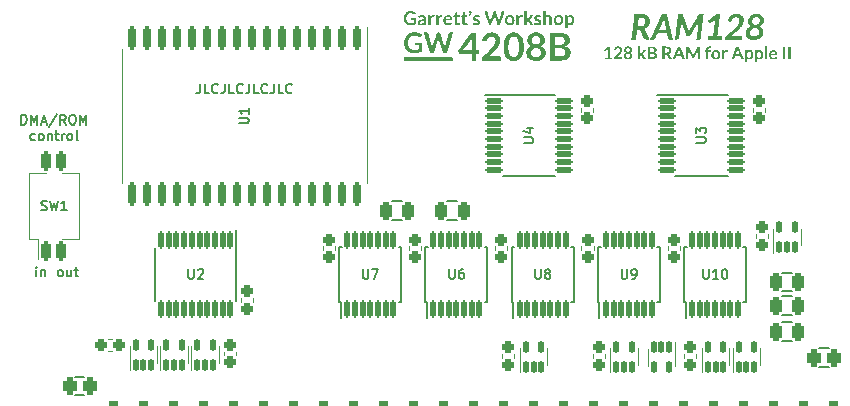
<source format=gto>
G04 #@! TF.GenerationSoftware,KiCad,Pcbnew,(6.0.2-0)*
G04 #@! TF.CreationDate,2022-08-07T04:59:55-04:00*
G04 #@! TF.ProjectId,RAM128,52414d31-3238-42e6-9b69-6361645f7063,1.0*
G04 #@! TF.SameCoordinates,Original*
G04 #@! TF.FileFunction,Legend,Top*
G04 #@! TF.FilePolarity,Positive*
%FSLAX46Y46*%
G04 Gerber Fmt 4.6, Leading zero omitted, Abs format (unit mm)*
G04 Created by KiCad (PCBNEW (6.0.2-0)) date 2022-08-07 04:59:55*
%MOMM*%
%LPD*%
G01*
G04 APERTURE LIST*
G04 Aperture macros list*
%AMRoundRect*
0 Rectangle with rounded corners*
0 $1 Rounding radius*
0 $2 $3 $4 $5 $6 $7 $8 $9 X,Y pos of 4 corners*
0 Add a 4 corners polygon primitive as box body*
4,1,4,$2,$3,$4,$5,$6,$7,$8,$9,$2,$3,0*
0 Add four circle primitives for the rounded corners*
1,1,$1+$1,$2,$3*
1,1,$1+$1,$4,$5*
1,1,$1+$1,$6,$7*
1,1,$1+$1,$8,$9*
0 Add four rect primitives between the rounded corners*
20,1,$1+$1,$2,$3,$4,$5,0*
20,1,$1+$1,$4,$5,$6,$7,0*
20,1,$1+$1,$6,$7,$8,$9,0*
20,1,$1+$1,$8,$9,$2,$3,0*%
G04 Aperture macros list end*
%ADD10C,0.203200*%
%ADD11C,0.152400*%
%ADD12C,0.120000*%
%ADD13C,0.150000*%
%ADD14C,0.000000*%
%ADD15RoundRect,0.457200X0.381000X3.289000X-0.381000X3.289000X-0.381000X-3.289000X0.381000X-3.289000X0*%
%ADD16RoundRect,0.312500X0.262500X0.437500X-0.262500X0.437500X-0.262500X-0.437500X0.262500X-0.437500X0*%
%ADD17C,2.000000*%
%ADD18C,1.448000*%
%ADD19RoundRect,0.262500X-0.262500X0.212500X-0.262500X-0.212500X0.262500X-0.212500X0.262500X0.212500X0*%
%ADD20RoundRect,0.262500X0.212500X0.487500X-0.212500X0.487500X-0.212500X-0.487500X0.212500X-0.487500X0*%
%ADD21RoundRect,0.140000X-0.100000X0.400000X-0.100000X-0.400000X0.100000X-0.400000X0.100000X0.400000X0*%
%ADD22RoundRect,0.136500X-0.612500X-0.112500X0.612500X-0.112500X0.612500X0.112500X-0.612500X0.112500X0*%
%ADD23RoundRect,0.140000X0.100000X-0.400000X0.100000X0.400000X-0.100000X0.400000X-0.100000X-0.400000X0*%
%ADD24RoundRect,0.262500X0.212500X0.262500X-0.212500X0.262500X-0.212500X-0.262500X0.212500X-0.262500X0*%
%ADD25RoundRect,0.136500X0.112500X-0.612500X0.112500X0.612500X-0.112500X0.612500X-0.112500X-0.612500X0*%
%ADD26RoundRect,0.200000X-0.150000X0.802500X-0.150000X-0.802500X0.150000X-0.802500X0.150000X0.802500X0*%
%ADD27RoundRect,0.262500X-0.212500X-0.487500X0.212500X-0.487500X0.212500X0.487500X-0.212500X0.487500X0*%
%ADD28RoundRect,0.136500X-0.112500X0.612500X-0.112500X-0.612500X0.112500X-0.612500X0.112500X0.612500X0*%
%ADD29RoundRect,0.262500X0.262500X-0.212500X0.262500X0.212500X-0.262500X0.212500X-0.262500X-0.212500X0*%
%ADD30RoundRect,0.240000X0.190000X-0.572000X0.190000X0.572000X-0.190000X0.572000X-0.190000X-0.572000X0*%
G04 APERTURE END LIST*
D10*
X83494638Y-104710895D02*
X83494638Y-105291466D01*
X83455933Y-105407580D01*
X83378523Y-105484990D01*
X83262409Y-105523695D01*
X83185000Y-105523695D01*
X84268733Y-105523695D02*
X83881685Y-105523695D01*
X83881685Y-104710895D01*
X85004123Y-105446285D02*
X84965419Y-105484990D01*
X84849304Y-105523695D01*
X84771895Y-105523695D01*
X84655780Y-105484990D01*
X84578371Y-105407580D01*
X84539666Y-105330171D01*
X84500961Y-105175352D01*
X84500961Y-105059238D01*
X84539666Y-104904419D01*
X84578371Y-104827009D01*
X84655780Y-104749600D01*
X84771895Y-104710895D01*
X84849304Y-104710895D01*
X84965419Y-104749600D01*
X85004123Y-104788304D01*
X85584695Y-104710895D02*
X85584695Y-105291466D01*
X85545990Y-105407580D01*
X85468580Y-105484990D01*
X85352466Y-105523695D01*
X85275057Y-105523695D01*
X86358790Y-105523695D02*
X85971742Y-105523695D01*
X85971742Y-104710895D01*
X87094180Y-105446285D02*
X87055476Y-105484990D01*
X86939361Y-105523695D01*
X86861952Y-105523695D01*
X86745838Y-105484990D01*
X86668428Y-105407580D01*
X86629723Y-105330171D01*
X86591019Y-105175352D01*
X86591019Y-105059238D01*
X86629723Y-104904419D01*
X86668428Y-104827009D01*
X86745838Y-104749600D01*
X86861952Y-104710895D01*
X86939361Y-104710895D01*
X87055476Y-104749600D01*
X87094180Y-104788304D01*
X87674752Y-104710895D02*
X87674752Y-105291466D01*
X87636047Y-105407580D01*
X87558638Y-105484990D01*
X87442523Y-105523695D01*
X87365114Y-105523695D01*
X88448847Y-105523695D02*
X88061800Y-105523695D01*
X88061800Y-104710895D01*
X89184238Y-105446285D02*
X89145533Y-105484990D01*
X89029419Y-105523695D01*
X88952009Y-105523695D01*
X88835895Y-105484990D01*
X88758485Y-105407580D01*
X88719780Y-105330171D01*
X88681076Y-105175352D01*
X88681076Y-105059238D01*
X88719780Y-104904419D01*
X88758485Y-104827009D01*
X88835895Y-104749600D01*
X88952009Y-104710895D01*
X89029419Y-104710895D01*
X89145533Y-104749600D01*
X89184238Y-104788304D01*
X89764809Y-104710895D02*
X89764809Y-105291466D01*
X89726104Y-105407580D01*
X89648695Y-105484990D01*
X89532580Y-105523695D01*
X89455171Y-105523695D01*
X90538904Y-105523695D02*
X90151857Y-105523695D01*
X90151857Y-104710895D01*
X91274295Y-105446285D02*
X91235590Y-105484990D01*
X91119476Y-105523695D01*
X91042066Y-105523695D01*
X90925952Y-105484990D01*
X90848542Y-105407580D01*
X90809838Y-105330171D01*
X90771133Y-105175352D01*
X90771133Y-105059238D01*
X90809838Y-104904419D01*
X90848542Y-104827009D01*
X90925952Y-104749600D01*
X91042066Y-104710895D01*
X91119476Y-104710895D01*
X91235590Y-104749600D01*
X91274295Y-104788304D01*
X69609304Y-121017695D02*
X69609304Y-120475828D01*
X69609304Y-120204895D02*
X69570600Y-120243600D01*
X69609304Y-120282304D01*
X69648009Y-120243600D01*
X69609304Y-120204895D01*
X69609304Y-120282304D01*
X69996352Y-120475828D02*
X69996352Y-121017695D01*
X69996352Y-120553238D02*
X70035057Y-120514533D01*
X70112466Y-120475828D01*
X70228580Y-120475828D01*
X70305990Y-120514533D01*
X70344695Y-120591942D01*
X70344695Y-121017695D01*
X71605019Y-121017695D02*
X71527609Y-120978990D01*
X71488904Y-120940285D01*
X71450200Y-120862876D01*
X71450200Y-120630647D01*
X71488904Y-120553238D01*
X71527609Y-120514533D01*
X71605019Y-120475828D01*
X71721133Y-120475828D01*
X71798542Y-120514533D01*
X71837247Y-120553238D01*
X71875952Y-120630647D01*
X71875952Y-120862876D01*
X71837247Y-120940285D01*
X71798542Y-120978990D01*
X71721133Y-121017695D01*
X71605019Y-121017695D01*
X72572638Y-120475828D02*
X72572638Y-121017695D01*
X72224295Y-120475828D02*
X72224295Y-120901580D01*
X72263000Y-120978990D01*
X72340409Y-121017695D01*
X72456523Y-121017695D01*
X72533933Y-120978990D01*
X72572638Y-120940285D01*
X72843571Y-120475828D02*
X73153209Y-120475828D01*
X72959685Y-120204895D02*
X72959685Y-120901580D01*
X72998390Y-120978990D01*
X73075800Y-121017695D01*
X73153209Y-121017695D01*
X68371961Y-108169487D02*
X68371961Y-107351287D01*
X68565485Y-107351287D01*
X68681600Y-107390249D01*
X68759009Y-107468172D01*
X68797714Y-107546096D01*
X68836419Y-107701944D01*
X68836419Y-107818829D01*
X68797714Y-107974677D01*
X68759009Y-108052601D01*
X68681600Y-108130525D01*
X68565485Y-108169487D01*
X68371961Y-108169487D01*
X69184761Y-108169487D02*
X69184761Y-107351287D01*
X69455695Y-107935715D01*
X69726628Y-107351287D01*
X69726628Y-108169487D01*
X70074971Y-107935715D02*
X70462019Y-107935715D01*
X69997561Y-108169487D02*
X70268495Y-107351287D01*
X70539428Y-108169487D01*
X71390933Y-107312325D02*
X70694247Y-108364296D01*
X72126323Y-108169487D02*
X71855390Y-107779868D01*
X71661866Y-108169487D02*
X71661866Y-107351287D01*
X71971504Y-107351287D01*
X72048914Y-107390249D01*
X72087619Y-107429210D01*
X72126323Y-107507134D01*
X72126323Y-107624020D01*
X72087619Y-107701944D01*
X72048914Y-107740906D01*
X71971504Y-107779868D01*
X71661866Y-107779868D01*
X72629485Y-107351287D02*
X72784304Y-107351287D01*
X72861714Y-107390249D01*
X72939123Y-107468172D01*
X72977828Y-107624020D01*
X72977828Y-107896753D01*
X72939123Y-108052601D01*
X72861714Y-108130525D01*
X72784304Y-108169487D01*
X72629485Y-108169487D01*
X72552076Y-108130525D01*
X72474666Y-108052601D01*
X72435961Y-107896753D01*
X72435961Y-107624020D01*
X72474666Y-107468172D01*
X72552076Y-107390249D01*
X72629485Y-107351287D01*
X73326171Y-108169487D02*
X73326171Y-107351287D01*
X73597104Y-107935715D01*
X73868038Y-107351287D01*
X73868038Y-108169487D01*
X69513752Y-109447827D02*
X69436342Y-109486789D01*
X69281523Y-109486789D01*
X69204114Y-109447827D01*
X69165409Y-109408865D01*
X69126704Y-109330941D01*
X69126704Y-109097170D01*
X69165409Y-109019246D01*
X69204114Y-108980284D01*
X69281523Y-108941322D01*
X69436342Y-108941322D01*
X69513752Y-108980284D01*
X69978209Y-109486789D02*
X69900800Y-109447827D01*
X69862095Y-109408865D01*
X69823390Y-109330941D01*
X69823390Y-109097170D01*
X69862095Y-109019246D01*
X69900800Y-108980284D01*
X69978209Y-108941322D01*
X70094323Y-108941322D01*
X70171733Y-108980284D01*
X70210438Y-109019246D01*
X70249142Y-109097170D01*
X70249142Y-109330941D01*
X70210438Y-109408865D01*
X70171733Y-109447827D01*
X70094323Y-109486789D01*
X69978209Y-109486789D01*
X70597485Y-108941322D02*
X70597485Y-109486789D01*
X70597485Y-109019246D02*
X70636190Y-108980284D01*
X70713600Y-108941322D01*
X70829714Y-108941322D01*
X70907123Y-108980284D01*
X70945828Y-109058208D01*
X70945828Y-109486789D01*
X71216761Y-108941322D02*
X71526400Y-108941322D01*
X71332876Y-108668589D02*
X71332876Y-109369903D01*
X71371580Y-109447827D01*
X71448990Y-109486789D01*
X71526400Y-109486789D01*
X71797333Y-109486789D02*
X71797333Y-108941322D01*
X71797333Y-109097170D02*
X71836038Y-109019246D01*
X71874742Y-108980284D01*
X71952152Y-108941322D01*
X72029561Y-108941322D01*
X72416609Y-109486789D02*
X72339200Y-109447827D01*
X72300495Y-109408865D01*
X72261790Y-109330941D01*
X72261790Y-109097170D01*
X72300495Y-109019246D01*
X72339200Y-108980284D01*
X72416609Y-108941322D01*
X72532723Y-108941322D01*
X72610133Y-108980284D01*
X72648838Y-109019246D01*
X72687542Y-109097170D01*
X72687542Y-109330941D01*
X72648838Y-109408865D01*
X72610133Y-109447827D01*
X72532723Y-109486789D01*
X72416609Y-109486789D01*
X73152000Y-109486789D02*
X73074590Y-109447827D01*
X73035885Y-109369903D01*
X73035885Y-108668589D01*
X125504895Y-109694276D02*
X126162876Y-109694276D01*
X126240285Y-109655571D01*
X126278990Y-109616866D01*
X126317695Y-109539457D01*
X126317695Y-109384638D01*
X126278990Y-109307228D01*
X126240285Y-109268523D01*
X126162876Y-109229819D01*
X125504895Y-109229819D01*
X125504895Y-108920180D02*
X125504895Y-108417019D01*
X125814533Y-108687952D01*
X125814533Y-108571838D01*
X125853238Y-108494428D01*
X125891942Y-108455723D01*
X125969352Y-108417019D01*
X126162876Y-108417019D01*
X126240285Y-108455723D01*
X126278990Y-108494428D01*
X126317695Y-108571838D01*
X126317695Y-108804066D01*
X126278990Y-108881476D01*
X126240285Y-108920180D01*
X97280723Y-120404895D02*
X97280723Y-121062876D01*
X97319428Y-121140285D01*
X97358133Y-121178990D01*
X97435542Y-121217695D01*
X97590361Y-121217695D01*
X97667771Y-121178990D01*
X97706476Y-121140285D01*
X97745180Y-121062876D01*
X97745180Y-120404895D01*
X98054819Y-120404895D02*
X98596685Y-120404895D01*
X98248342Y-121217695D01*
X126093676Y-120404895D02*
X126093676Y-121062876D01*
X126132380Y-121140285D01*
X126171085Y-121178990D01*
X126248495Y-121217695D01*
X126403314Y-121217695D01*
X126480723Y-121178990D01*
X126519428Y-121140285D01*
X126558133Y-121062876D01*
X126558133Y-120404895D01*
X127370933Y-121217695D02*
X126906476Y-121217695D01*
X127138704Y-121217695D02*
X127138704Y-120404895D01*
X127061295Y-120521009D01*
X126983885Y-120598419D01*
X126906476Y-120637123D01*
X127874095Y-120404895D02*
X127951504Y-120404895D01*
X128028914Y-120443600D01*
X128067619Y-120482304D01*
X128106323Y-120559714D01*
X128145028Y-120714533D01*
X128145028Y-120908057D01*
X128106323Y-121062876D01*
X128067619Y-121140285D01*
X128028914Y-121178990D01*
X127951504Y-121217695D01*
X127874095Y-121217695D01*
X127796685Y-121178990D01*
X127757980Y-121140285D01*
X127719276Y-121062876D01*
X127680571Y-120908057D01*
X127680571Y-120714533D01*
X127719276Y-120559714D01*
X127757980Y-120482304D01*
X127796685Y-120443600D01*
X127874095Y-120404895D01*
X119180723Y-120404895D02*
X119180723Y-121062876D01*
X119219428Y-121140285D01*
X119258133Y-121178990D01*
X119335542Y-121217695D01*
X119490361Y-121217695D01*
X119567771Y-121178990D01*
X119606476Y-121140285D01*
X119645180Y-121062876D01*
X119645180Y-120404895D01*
X120070933Y-121217695D02*
X120225752Y-121217695D01*
X120303161Y-121178990D01*
X120341866Y-121140285D01*
X120419276Y-121024171D01*
X120457980Y-120869352D01*
X120457980Y-120559714D01*
X120419276Y-120482304D01*
X120380571Y-120443600D01*
X120303161Y-120404895D01*
X120148342Y-120404895D01*
X120070933Y-120443600D01*
X120032228Y-120482304D01*
X119993523Y-120559714D01*
X119993523Y-120753238D01*
X120032228Y-120830647D01*
X120070933Y-120869352D01*
X120148342Y-120908057D01*
X120303161Y-120908057D01*
X120380571Y-120869352D01*
X120419276Y-120830647D01*
X120457980Y-120753238D01*
X111880723Y-120404895D02*
X111880723Y-121062876D01*
X111919428Y-121140285D01*
X111958133Y-121178990D01*
X112035542Y-121217695D01*
X112190361Y-121217695D01*
X112267771Y-121178990D01*
X112306476Y-121140285D01*
X112345180Y-121062876D01*
X112345180Y-120404895D01*
X112848342Y-120753238D02*
X112770933Y-120714533D01*
X112732228Y-120675828D01*
X112693523Y-120598419D01*
X112693523Y-120559714D01*
X112732228Y-120482304D01*
X112770933Y-120443600D01*
X112848342Y-120404895D01*
X113003161Y-120404895D01*
X113080571Y-120443600D01*
X113119276Y-120482304D01*
X113157980Y-120559714D01*
X113157980Y-120598419D01*
X113119276Y-120675828D01*
X113080571Y-120714533D01*
X113003161Y-120753238D01*
X112848342Y-120753238D01*
X112770933Y-120791942D01*
X112732228Y-120830647D01*
X112693523Y-120908057D01*
X112693523Y-121062876D01*
X112732228Y-121140285D01*
X112770933Y-121178990D01*
X112848342Y-121217695D01*
X113003161Y-121217695D01*
X113080571Y-121178990D01*
X113119276Y-121140285D01*
X113157980Y-121062876D01*
X113157980Y-120908057D01*
X113119276Y-120830647D01*
X113080571Y-120791942D01*
X113003161Y-120753238D01*
X104580723Y-120404895D02*
X104580723Y-121062876D01*
X104619428Y-121140285D01*
X104658133Y-121178990D01*
X104735542Y-121217695D01*
X104890361Y-121217695D01*
X104967771Y-121178990D01*
X105006476Y-121140285D01*
X105045180Y-121062876D01*
X105045180Y-120404895D01*
X105780571Y-120404895D02*
X105625752Y-120404895D01*
X105548342Y-120443600D01*
X105509638Y-120482304D01*
X105432228Y-120598419D01*
X105393523Y-120753238D01*
X105393523Y-121062876D01*
X105432228Y-121140285D01*
X105470933Y-121178990D01*
X105548342Y-121217695D01*
X105703161Y-121217695D01*
X105780571Y-121178990D01*
X105819276Y-121140285D01*
X105857980Y-121062876D01*
X105857980Y-120869352D01*
X105819276Y-120791942D01*
X105780571Y-120753238D01*
X105703161Y-120714533D01*
X105548342Y-120714533D01*
X105470933Y-120753238D01*
X105432228Y-120791942D01*
X105393523Y-120869352D01*
X86803895Y-108061276D02*
X87461876Y-108061276D01*
X87539285Y-108022571D01*
X87577990Y-107983866D01*
X87616695Y-107906457D01*
X87616695Y-107751638D01*
X87577990Y-107674228D01*
X87539285Y-107635523D01*
X87461876Y-107596819D01*
X86803895Y-107596819D01*
X87616695Y-106784019D02*
X87616695Y-107248476D01*
X87616695Y-107016247D02*
X86803895Y-107016247D01*
X86920009Y-107093657D01*
X86997419Y-107171066D01*
X87036123Y-107248476D01*
X110904895Y-109694276D02*
X111562876Y-109694276D01*
X111640285Y-109655571D01*
X111678990Y-109616866D01*
X111717695Y-109539457D01*
X111717695Y-109384638D01*
X111678990Y-109307228D01*
X111640285Y-109268523D01*
X111562876Y-109229819D01*
X110904895Y-109229819D01*
X111175828Y-108494428D02*
X111717695Y-108494428D01*
X110866190Y-108687952D02*
X111446761Y-108881476D01*
X111446761Y-108378314D01*
X82505723Y-120404895D02*
X82505723Y-121062876D01*
X82544428Y-121140285D01*
X82583133Y-121178990D01*
X82660542Y-121217695D01*
X82815361Y-121217695D01*
X82892771Y-121178990D01*
X82931476Y-121140285D01*
X82970180Y-121062876D01*
X82970180Y-120404895D01*
X83318523Y-120482304D02*
X83357228Y-120443600D01*
X83434638Y-120404895D01*
X83628161Y-120404895D01*
X83705571Y-120443600D01*
X83744276Y-120482304D01*
X83782980Y-120559714D01*
X83782980Y-120637123D01*
X83744276Y-120753238D01*
X83279819Y-121217695D01*
X83782980Y-121217695D01*
X70036266Y-115390990D02*
X70152380Y-115429695D01*
X70345904Y-115429695D01*
X70423314Y-115390990D01*
X70462019Y-115352285D01*
X70500723Y-115274876D01*
X70500723Y-115197466D01*
X70462019Y-115120057D01*
X70423314Y-115081352D01*
X70345904Y-115042647D01*
X70191085Y-115003942D01*
X70113676Y-114965238D01*
X70074971Y-114926533D01*
X70036266Y-114849123D01*
X70036266Y-114771714D01*
X70074971Y-114694304D01*
X70113676Y-114655600D01*
X70191085Y-114616895D01*
X70384609Y-114616895D01*
X70500723Y-114655600D01*
X70771657Y-114616895D02*
X70965180Y-115429695D01*
X71120000Y-114849123D01*
X71274819Y-115429695D01*
X71468342Y-114616895D01*
X72203733Y-115429695D02*
X71739276Y-115429695D01*
X71971504Y-115429695D02*
X71971504Y-114616895D01*
X71894095Y-114733009D01*
X71816685Y-114810419D01*
X71739276Y-114849123D01*
D11*
X136716400Y-127089000D02*
X135903600Y-127089000D01*
X136716400Y-128689000D02*
X135903600Y-128689000D01*
D12*
X109090000Y-127587221D02*
X109090000Y-127912779D01*
X110110000Y-127587221D02*
X110110000Y-127912779D01*
D11*
X133606400Y-122700000D02*
X132793600Y-122700000D01*
X133606400Y-124300000D02*
X132793600Y-124300000D01*
D12*
X123710000Y-128580000D02*
X123710000Y-126550000D01*
X121390000Y-127170000D02*
X121390000Y-128580000D01*
D13*
X122200000Y-105625000D02*
X128175000Y-105625000D01*
X123725000Y-112525000D02*
X128175000Y-112525000D01*
D12*
X125990000Y-127120000D02*
X125990000Y-129150000D01*
X128310000Y-128530000D02*
X128310000Y-127120000D01*
X77540000Y-126920000D02*
X77540000Y-128950000D01*
X79860000Y-128330000D02*
X79860000Y-126920000D01*
X116740000Y-127587221D02*
X116740000Y-127912779D01*
X117760000Y-127587221D02*
X117760000Y-127912779D01*
X112910000Y-128530000D02*
X112910000Y-127120000D01*
X110590000Y-127120000D02*
X110590000Y-129150000D01*
X120560000Y-128530000D02*
X120560000Y-127120000D01*
X118240000Y-127120000D02*
X118240000Y-129150000D01*
X76062779Y-126290000D02*
X75737221Y-126290000D01*
X76062779Y-127310000D02*
X75737221Y-127310000D01*
X130910000Y-128530000D02*
X130910000Y-127120000D01*
X128590000Y-127120000D02*
X128590000Y-129150000D01*
D13*
X95400000Y-123175000D02*
X95400000Y-124525000D01*
X95275000Y-118525000D02*
X95500000Y-118525000D01*
X100525000Y-118525000D02*
X100300000Y-118525000D01*
X100525000Y-123175000D02*
X100300000Y-123175000D01*
X100525000Y-123175000D02*
X100525000Y-118525000D01*
X95275000Y-123175000D02*
X95400000Y-123175000D01*
X95275000Y-123175000D02*
X95275000Y-118525000D01*
X124475000Y-118525000D02*
X124700000Y-118525000D01*
X124475000Y-123175000D02*
X124600000Y-123175000D01*
X124600000Y-123175000D02*
X124600000Y-124525000D01*
X129725000Y-123175000D02*
X129725000Y-118525000D01*
X129725000Y-123175000D02*
X129500000Y-123175000D01*
X129725000Y-118525000D02*
X129500000Y-118525000D01*
X124475000Y-123175000D02*
X124475000Y-118525000D01*
D12*
X115790000Y-118487221D02*
X115790000Y-118812779D01*
X116810000Y-118487221D02*
X116810000Y-118812779D01*
D13*
X117175000Y-118525000D02*
X117400000Y-118525000D01*
X122425000Y-123175000D02*
X122425000Y-118525000D01*
X122425000Y-123175000D02*
X122200000Y-123175000D01*
X117175000Y-123175000D02*
X117175000Y-118525000D01*
X122425000Y-118525000D02*
X122200000Y-118525000D01*
X117175000Y-123175000D02*
X117300000Y-123175000D01*
X117300000Y-123175000D02*
X117300000Y-124525000D01*
D12*
X94910000Y-118487221D02*
X94910000Y-118812779D01*
X93890000Y-118487221D02*
X93890000Y-118812779D01*
D13*
X115125000Y-123175000D02*
X114900000Y-123175000D01*
X109875000Y-123175000D02*
X109875000Y-118525000D01*
X115125000Y-118525000D02*
X114900000Y-118525000D01*
X109875000Y-123175000D02*
X110000000Y-123175000D01*
X115125000Y-123175000D02*
X115125000Y-118525000D01*
X109875000Y-118525000D02*
X110100000Y-118525000D01*
X110000000Y-123175000D02*
X110000000Y-124525000D01*
D12*
X102210000Y-118487221D02*
X102210000Y-118812779D01*
X101190000Y-118487221D02*
X101190000Y-118812779D01*
D13*
X102575000Y-123175000D02*
X102575000Y-118525000D01*
X107825000Y-118525000D02*
X107600000Y-118525000D01*
X107825000Y-123175000D02*
X107600000Y-123175000D01*
X107825000Y-123175000D02*
X107825000Y-118525000D01*
X102700000Y-123175000D02*
X102700000Y-124525000D01*
X102575000Y-123175000D02*
X102700000Y-123175000D01*
X102575000Y-118525000D02*
X102800000Y-118525000D01*
D12*
X124110000Y-118487221D02*
X124110000Y-118812779D01*
X123090000Y-118487221D02*
X123090000Y-118812779D01*
X109510000Y-118487221D02*
X109510000Y-118812779D01*
X108490000Y-118487221D02*
X108490000Y-118812779D01*
X125510000Y-127587221D02*
X125510000Y-127912779D01*
X124490000Y-127587221D02*
X124490000Y-127912779D01*
X97606500Y-107442000D02*
X97606500Y-99867000D01*
X76891500Y-107442000D02*
X76891500Y-101789500D01*
X97606500Y-107442000D02*
X97606500Y-113094500D01*
X76891500Y-107442000D02*
X76891500Y-113094500D01*
D11*
X99743600Y-114650000D02*
X100556400Y-114650000D01*
X99743600Y-116250000D02*
X100556400Y-116250000D01*
D13*
X107600000Y-105625000D02*
X113575000Y-105625000D01*
X109125000Y-112525000D02*
X113575000Y-112525000D01*
D12*
X116760000Y-106737221D02*
X116760000Y-107062779D01*
X115740000Y-106737221D02*
X115740000Y-107062779D01*
X130340000Y-106737221D02*
X130340000Y-107062779D01*
X131360000Y-106737221D02*
X131360000Y-107062779D01*
D13*
X79675000Y-118625000D02*
X79675000Y-123075000D01*
X86575000Y-117100000D02*
X86575000Y-123075000D01*
D11*
X73706400Y-131100000D02*
X72893600Y-131100000D01*
X73706400Y-129500000D02*
X72893600Y-129500000D01*
D12*
X80140000Y-126920000D02*
X80140000Y-128950000D01*
X82460000Y-128330000D02*
X82460000Y-126920000D01*
X85060000Y-128330000D02*
X85060000Y-126920000D01*
X82740000Y-126920000D02*
X82740000Y-128950000D01*
X86560000Y-127387221D02*
X86560000Y-127712779D01*
X85540000Y-127387221D02*
X85540000Y-127712779D01*
X88010000Y-123212779D02*
X88010000Y-122887221D01*
X86990000Y-123212779D02*
X86990000Y-122887221D01*
X134360000Y-118380000D02*
X134360000Y-116970000D01*
X132040000Y-116970000D02*
X132040000Y-119000000D01*
X130540000Y-117437221D02*
X130540000Y-117762779D01*
X131560000Y-117437221D02*
X131560000Y-117762779D01*
D11*
X133606400Y-126500000D02*
X132793600Y-126500000D01*
X133606400Y-124900000D02*
X132793600Y-124900000D01*
X105256400Y-114650000D02*
X104443600Y-114650000D01*
X105256400Y-116250000D02*
X104443600Y-116250000D01*
X132793600Y-122300000D02*
X133606400Y-122300000D01*
X132793600Y-120700000D02*
X133606400Y-120700000D01*
D12*
X71815000Y-117822000D02*
X73250000Y-117822000D01*
X69805000Y-119508000D02*
X69805000Y-117822000D01*
X71815000Y-112302000D02*
X73250000Y-112302000D01*
X68989000Y-117822000D02*
X69805000Y-117822000D01*
X68989000Y-117822000D02*
X68989000Y-112302000D01*
X73250000Y-117822000D02*
X73250000Y-112302000D01*
X68989000Y-112302000D02*
X70424000Y-112302000D01*
G36*
X112149384Y-98898759D02*
G01*
X112181265Y-98900903D01*
X112207832Y-98904319D01*
X112220712Y-98907119D01*
X112247244Y-98915891D01*
X112275667Y-98927830D01*
X112304105Y-98941881D01*
X112330685Y-98956991D01*
X112353531Y-98972106D01*
X112370768Y-98986171D01*
X112379560Y-98996432D01*
X112380585Y-99002814D01*
X112377155Y-99013097D01*
X112368680Y-99028787D01*
X112363698Y-99036992D01*
X112348452Y-99060782D01*
X112336277Y-99077353D01*
X112325815Y-99087939D01*
X112315707Y-99093773D01*
X112304596Y-99096089D01*
X112298395Y-99096313D01*
X112276408Y-99092922D01*
X112252763Y-99083696D01*
X112204759Y-99062922D01*
X112158732Y-99050090D01*
X112115480Y-99045343D01*
X112075796Y-99048822D01*
X112067996Y-99050610D01*
X112036060Y-99061534D01*
X112012615Y-99076023D01*
X111997107Y-99094596D01*
X111988983Y-99117770D01*
X111987911Y-99125614D01*
X111987452Y-99143738D01*
X111990348Y-99159509D01*
X111997383Y-99173522D01*
X112009344Y-99186367D01*
X112027016Y-99198637D01*
X112051186Y-99210925D01*
X112082638Y-99223822D01*
X112122159Y-99237921D01*
X112148599Y-99246723D01*
X112201233Y-99264943D01*
X112245326Y-99282595D01*
X112281810Y-99300274D01*
X112311616Y-99318576D01*
X112335678Y-99338098D01*
X112354925Y-99359435D01*
X112370290Y-99383185D01*
X112374486Y-99391284D01*
X112380774Y-99404412D01*
X112385091Y-99415227D01*
X112387800Y-99425995D01*
X112389262Y-99438981D01*
X112389840Y-99456449D01*
X112389896Y-99480667D01*
X112389873Y-99487539D01*
X112389558Y-99515301D01*
X112388663Y-99535829D01*
X112386910Y-99551429D01*
X112384023Y-99564407D01*
X112379723Y-99577066D01*
X112378820Y-99579383D01*
X112356143Y-99624520D01*
X112326403Y-99663391D01*
X112289859Y-99695850D01*
X112246770Y-99721753D01*
X112197396Y-99740954D01*
X112141995Y-99753309D01*
X112080826Y-99758671D01*
X112058473Y-99758873D01*
X112034462Y-99758483D01*
X112012994Y-99757852D01*
X111996391Y-99757067D01*
X111986974Y-99756214D01*
X111986897Y-99756201D01*
X111949770Y-99747877D01*
X111910859Y-99735938D01*
X111872456Y-99721334D01*
X111836853Y-99705015D01*
X111806342Y-99687932D01*
X111784818Y-99672423D01*
X111766451Y-99656785D01*
X111794030Y-99610885D01*
X111806600Y-99591199D01*
X111818797Y-99574250D01*
X111829077Y-99562077D01*
X111834606Y-99557306D01*
X111852776Y-99550298D01*
X111872968Y-99550193D01*
X111896486Y-99557191D01*
X111923781Y-99570996D01*
X111956043Y-99588513D01*
X111984030Y-99600645D01*
X112010676Y-99608268D01*
X112038910Y-99612255D01*
X112066111Y-99613436D01*
X112088529Y-99613537D01*
X112104438Y-99612760D01*
X112116866Y-99610503D01*
X112128845Y-99606162D01*
X112143403Y-99599133D01*
X112146902Y-99597346D01*
X112172504Y-99581320D01*
X112189442Y-99563279D01*
X112198579Y-99541823D01*
X112200775Y-99515553D01*
X112200500Y-99510209D01*
X112198057Y-99493524D01*
X112192594Y-99478991D01*
X112183229Y-99466008D01*
X112169080Y-99453970D01*
X112149264Y-99442275D01*
X112122901Y-99430320D01*
X112089107Y-99417502D01*
X112047001Y-99403217D01*
X112041340Y-99401374D01*
X112012195Y-99391539D01*
X111982754Y-99380954D01*
X111955741Y-99370639D01*
X111933881Y-99361619D01*
X111926316Y-99358190D01*
X111883793Y-99333490D01*
X111848960Y-99303536D01*
X111822078Y-99268723D01*
X111803409Y-99229444D01*
X111793214Y-99186093D01*
X111791255Y-99155192D01*
X111795670Y-99106532D01*
X111808666Y-99061625D01*
X111829867Y-99020923D01*
X111858901Y-98984879D01*
X111895391Y-98953945D01*
X111938965Y-98928574D01*
X111989248Y-98909219D01*
X111996440Y-98907117D01*
X112017961Y-98902901D01*
X112046477Y-98899958D01*
X112079528Y-98898286D01*
X112114651Y-98897887D01*
X112149384Y-98898759D01*
G37*
G36*
X109187345Y-101515588D02*
G01*
X109190232Y-101423847D01*
X109195432Y-101339904D01*
X109203167Y-101262249D01*
X109213654Y-101189369D01*
X109227113Y-101119753D01*
X109243763Y-101051888D01*
X109263824Y-100984264D01*
X109264826Y-100981155D01*
X109299645Y-100885756D01*
X109339886Y-100798192D01*
X109385541Y-100718472D01*
X109436605Y-100646600D01*
X109493071Y-100582583D01*
X109554933Y-100526429D01*
X109622184Y-100478142D01*
X109694818Y-100437729D01*
X109772829Y-100405196D01*
X109856210Y-100380551D01*
X109880171Y-100375137D01*
X109910917Y-100370047D01*
X109948544Y-100366024D01*
X109990444Y-100363165D01*
X110034004Y-100361568D01*
X110076612Y-100361327D01*
X110115659Y-100362540D01*
X110148011Y-100365240D01*
X110235253Y-100380307D01*
X110317756Y-100403630D01*
X110395423Y-100435123D01*
X110468154Y-100474702D01*
X110535849Y-100522282D01*
X110598408Y-100577777D01*
X110655732Y-100641102D01*
X110707721Y-100712173D01*
X110754277Y-100790904D01*
X110795299Y-100877210D01*
X110819621Y-100939184D01*
X110842815Y-101008759D01*
X110862452Y-101080076D01*
X110878985Y-101155145D01*
X110892866Y-101235974D01*
X110902305Y-101305631D01*
X110905157Y-101335707D01*
X110907476Y-101373639D01*
X110909264Y-101417815D01*
X110910520Y-101466625D01*
X110911244Y-101518459D01*
X110911438Y-101571706D01*
X110911102Y-101624756D01*
X110910236Y-101675999D01*
X110908841Y-101723824D01*
X110906918Y-101766620D01*
X110904466Y-101802777D01*
X110902142Y-101825704D01*
X110887283Y-101927825D01*
X110868934Y-102022001D01*
X110846780Y-102109287D01*
X110820506Y-102190737D01*
X110789794Y-102267407D01*
X110754329Y-102340351D01*
X110740300Y-102365967D01*
X110692312Y-102442125D01*
X110638605Y-102510757D01*
X110579378Y-102571727D01*
X110514829Y-102624897D01*
X110445154Y-102670131D01*
X110370551Y-102707292D01*
X110291217Y-102736242D01*
X110207351Y-102756845D01*
X110167782Y-102763413D01*
X110140732Y-102766252D01*
X110107002Y-102768269D01*
X110069318Y-102769442D01*
X110030407Y-102769748D01*
X109992994Y-102769162D01*
X109959806Y-102767661D01*
X109935046Y-102765414D01*
X109850445Y-102750133D01*
X109770085Y-102726364D01*
X109694140Y-102694252D01*
X109622785Y-102653943D01*
X109556197Y-102605584D01*
X109494549Y-102549319D01*
X109438017Y-102485295D01*
X109386775Y-102413658D01*
X109340999Y-102334552D01*
X109300864Y-102248125D01*
X109294072Y-102231350D01*
X109264179Y-102148212D01*
X109239366Y-102062237D01*
X109219499Y-101972527D01*
X109204444Y-101878181D01*
X109194066Y-101778300D01*
X109188232Y-101671984D01*
X109186884Y-101564464D01*
X109603566Y-101564464D01*
X109603960Y-101620688D01*
X109605415Y-101672506D01*
X109605651Y-101678028D01*
X109609442Y-101749325D01*
X109614237Y-101812782D01*
X109620260Y-101870071D01*
X109627737Y-101922864D01*
X109636895Y-101972832D01*
X109647958Y-102021648D01*
X109656400Y-102053999D01*
X109679926Y-102129227D01*
X109707003Y-102195725D01*
X109737769Y-102253671D01*
X109772359Y-102303246D01*
X109810910Y-102344630D01*
X109853560Y-102378004D01*
X109900445Y-102403549D01*
X109930182Y-102415031D01*
X109979884Y-102428602D01*
X110026823Y-102434830D01*
X110073953Y-102434014D01*
X110094900Y-102431587D01*
X110152831Y-102418953D01*
X110205974Y-102398197D01*
X110254433Y-102369238D01*
X110298314Y-102331996D01*
X110337721Y-102286389D01*
X110372759Y-102232336D01*
X110385999Y-102207491D01*
X110398118Y-102180657D01*
X110411253Y-102146841D01*
X110424629Y-102108436D01*
X110437470Y-102067834D01*
X110449000Y-102027427D01*
X110458446Y-101989607D01*
X110462050Y-101972880D01*
X110475241Y-101895969D01*
X110485413Y-101811842D01*
X110492453Y-101722377D01*
X110496243Y-101629447D01*
X110496669Y-101534931D01*
X110494164Y-101451827D01*
X110489849Y-101376283D01*
X110484264Y-101308652D01*
X110477159Y-101247356D01*
X110468282Y-101190819D01*
X110457383Y-101137464D01*
X110444212Y-101085715D01*
X110428519Y-101033996D01*
X110427099Y-101029665D01*
X110407811Y-100975350D01*
X110388085Y-100928870D01*
X110366955Y-100888530D01*
X110343454Y-100852637D01*
X110316616Y-100819495D01*
X110293341Y-100795053D01*
X110250930Y-100759660D01*
X110203614Y-100731923D01*
X110152482Y-100712068D01*
X110098621Y-100700326D01*
X110043121Y-100696924D01*
X109987069Y-100702090D01*
X109931554Y-100716054D01*
X109925954Y-100717985D01*
X109883728Y-100735560D01*
X109847444Y-100756943D01*
X109813640Y-100784324D01*
X109799404Y-100798085D01*
X109762414Y-100841534D01*
X109728947Y-100893570D01*
X109699125Y-100953861D01*
X109673070Y-101022078D01*
X109650903Y-101097888D01*
X109632745Y-101180963D01*
X109618719Y-101270971D01*
X109615425Y-101298473D01*
X109611409Y-101341919D01*
X109608155Y-101392561D01*
X109605723Y-101448080D01*
X109604174Y-101506154D01*
X109603566Y-101564464D01*
X109186884Y-101564464D01*
X109186807Y-101558334D01*
X109187345Y-101515588D01*
G37*
G36*
X101927320Y-99488002D02*
G01*
X101930486Y-99474628D01*
X101943450Y-99444007D01*
X101963351Y-99413306D01*
X101988070Y-99385459D01*
X102005849Y-99370179D01*
X102053660Y-99339576D01*
X102109154Y-99314337D01*
X102172070Y-99294538D01*
X102242147Y-99280253D01*
X102319124Y-99271558D01*
X102353936Y-99269571D01*
X102424319Y-99266647D01*
X102424225Y-99239934D01*
X102423422Y-99220361D01*
X102421442Y-99197199D01*
X102419376Y-99180334D01*
X102410719Y-99141088D01*
X102396982Y-99109791D01*
X102377720Y-99086050D01*
X102352484Y-99069468D01*
X102320829Y-99059653D01*
X102282307Y-99056209D01*
X102278781Y-99056198D01*
X102255119Y-99056935D01*
X102233974Y-99059443D01*
X102213272Y-99064358D01*
X102190939Y-99072314D01*
X102164902Y-99083948D01*
X102133087Y-99099896D01*
X102128599Y-99102225D01*
X102105300Y-99114138D01*
X102088394Y-99122072D01*
X102075937Y-99126698D01*
X102065989Y-99128688D01*
X102056607Y-99128710D01*
X102052898Y-99128355D01*
X102036391Y-99124951D01*
X102022421Y-99117939D01*
X102009386Y-99105920D01*
X101995683Y-99087499D01*
X101983647Y-99068040D01*
X101960503Y-99028756D01*
X101971718Y-99016755D01*
X101984079Y-99005775D01*
X102002675Y-98991970D01*
X102025224Y-98976816D01*
X102049441Y-98961789D01*
X102073042Y-98948365D01*
X102093157Y-98938284D01*
X102136552Y-98921777D01*
X102184151Y-98909207D01*
X102234037Y-98900698D01*
X102284296Y-98896372D01*
X102333012Y-98896352D01*
X102378271Y-98900763D01*
X102418157Y-98909726D01*
X102436119Y-98916219D01*
X102483678Y-98940596D01*
X102523854Y-98970680D01*
X102557153Y-99007021D01*
X102584084Y-99050170D01*
X102604483Y-99098699D01*
X102617544Y-99136873D01*
X102618950Y-99443457D01*
X102620356Y-99750042D01*
X102573634Y-99749834D01*
X102538872Y-99748892D01*
X102512376Y-99746270D01*
X102492981Y-99741750D01*
X102479523Y-99735115D01*
X102475102Y-99731389D01*
X102468603Y-99721933D01*
X102460957Y-99706469D01*
X102453699Y-99688149D01*
X102452950Y-99685974D01*
X102441020Y-99650762D01*
X102401226Y-99680764D01*
X102358623Y-99709348D01*
X102314900Y-99732106D01*
X102272298Y-99747943D01*
X102254541Y-99752424D01*
X102233116Y-99755608D01*
X102205766Y-99757739D01*
X102175542Y-99758772D01*
X102145495Y-99758663D01*
X102118675Y-99757368D01*
X102098135Y-99754842D01*
X102097455Y-99754709D01*
X102053350Y-99741512D01*
X102014371Y-99721002D01*
X101981299Y-99693853D01*
X101954919Y-99660742D01*
X101936011Y-99622343D01*
X101932722Y-99612576D01*
X101926606Y-99584286D01*
X101923626Y-99551568D01*
X101923791Y-99526158D01*
X102117670Y-99526158D01*
X102121498Y-99556018D01*
X102132578Y-99579932D01*
X102151210Y-99598251D01*
X102177690Y-99611324D01*
X102194008Y-99616013D01*
X102213608Y-99619572D01*
X102233023Y-99620408D01*
X102255900Y-99618532D01*
X102271623Y-99616296D01*
X102306496Y-99607199D01*
X102342684Y-99591306D01*
X102376960Y-99570216D01*
X102396882Y-99554301D01*
X102424319Y-99529778D01*
X102424319Y-99463206D01*
X102424155Y-99435991D01*
X102423565Y-99416897D01*
X102422402Y-99404507D01*
X102420517Y-99397404D01*
X102417764Y-99394169D01*
X102417109Y-99393866D01*
X102408395Y-99392914D01*
X102392252Y-99393245D01*
X102370675Y-99394654D01*
X102345661Y-99396938D01*
X102319206Y-99399892D01*
X102293307Y-99403312D01*
X102269961Y-99406992D01*
X102251163Y-99410728D01*
X102250129Y-99410972D01*
X102213675Y-99421036D01*
X102184961Y-99432184D01*
X102162186Y-99445203D01*
X102150402Y-99454432D01*
X102131858Y-99474309D01*
X102121401Y-99495429D01*
X102117714Y-99520675D01*
X102117670Y-99526158D01*
X101923791Y-99526158D01*
X101923843Y-99518211D01*
X101927320Y-99488002D01*
G37*
G36*
X111129871Y-101966120D02*
G01*
X111145880Y-101893335D01*
X111169121Y-101826688D01*
X111199742Y-101765972D01*
X111237891Y-101710978D01*
X111283715Y-101661499D01*
X111337363Y-101617328D01*
X111398981Y-101578255D01*
X111468717Y-101544074D01*
X111480559Y-101539077D01*
X111535169Y-101516508D01*
X111499780Y-101498829D01*
X111435292Y-101461874D01*
X111378242Y-101419226D01*
X111328796Y-101371080D01*
X111287124Y-101317628D01*
X111253394Y-101259062D01*
X111227774Y-101195576D01*
X111223744Y-101182661D01*
X111212892Y-101137237D01*
X111205140Y-101085892D01*
X111200670Y-101031710D01*
X111200125Y-101002525D01*
X111596347Y-101002525D01*
X111596948Y-101025989D01*
X111600277Y-101074472D01*
X111606540Y-101116132D01*
X111616263Y-101153383D01*
X111629975Y-101188637D01*
X111634727Y-101198738D01*
X111661287Y-101242627D01*
X111694993Y-101280481D01*
X111735319Y-101311947D01*
X111781741Y-101336668D01*
X111833735Y-101354291D01*
X111877147Y-101362787D01*
X111905692Y-101365112D01*
X111939916Y-101365371D01*
X111976219Y-101363726D01*
X112010998Y-101360341D01*
X112040649Y-101355381D01*
X112062135Y-101349373D01*
X112087041Y-101340510D01*
X112110443Y-101330568D01*
X112113348Y-101329176D01*
X112158173Y-101302306D01*
X112196238Y-101268740D01*
X112227500Y-101228560D01*
X112251917Y-101181850D01*
X112269444Y-101128693D01*
X112280040Y-101069172D01*
X112283661Y-101003370D01*
X112283659Y-101000239D01*
X112279384Y-100940676D01*
X112267090Y-100885920D01*
X112247044Y-100836327D01*
X112219510Y-100792253D01*
X112184754Y-100754055D01*
X112143040Y-100722087D01*
X112094635Y-100696707D01*
X112044805Y-100679585D01*
X112014731Y-100673754D01*
X111978489Y-100670255D01*
X111939162Y-100669090D01*
X111899837Y-100670257D01*
X111863599Y-100673758D01*
X111833554Y-100679585D01*
X111781944Y-100697779D01*
X111735190Y-100722898D01*
X111694173Y-100754209D01*
X111659773Y-100790979D01*
X111632869Y-100832476D01*
X111622158Y-100855619D01*
X111609887Y-100890336D01*
X111601767Y-100924555D01*
X111597389Y-100961033D01*
X111596347Y-101002525D01*
X111200125Y-101002525D01*
X111199663Y-100977775D01*
X111202302Y-100927170D01*
X111206675Y-100893877D01*
X111224030Y-100821219D01*
X111249830Y-100752427D01*
X111283636Y-100687886D01*
X111325007Y-100627982D01*
X111373505Y-100573097D01*
X111428688Y-100523616D01*
X111490118Y-100479923D01*
X111557354Y-100442402D01*
X111629956Y-100411438D01*
X111707486Y-100387415D01*
X111789502Y-100370716D01*
X111808727Y-100367982D01*
X111846494Y-100364281D01*
X111890341Y-100362016D01*
X111937224Y-100361190D01*
X111984095Y-100361806D01*
X112027907Y-100363866D01*
X112065613Y-100367373D01*
X112068667Y-100367769D01*
X112152744Y-100383050D01*
X112232245Y-100405708D01*
X112306745Y-100435401D01*
X112375820Y-100471787D01*
X112439046Y-100514523D01*
X112495998Y-100563267D01*
X112546252Y-100617676D01*
X112589384Y-100677408D01*
X112624968Y-100742122D01*
X112652582Y-100811474D01*
X112663142Y-100847302D01*
X112669496Y-100878651D01*
X112674287Y-100916720D01*
X112677393Y-100958797D01*
X112678692Y-101002170D01*
X112678063Y-101044125D01*
X112675385Y-101081949D01*
X112674115Y-101092449D01*
X112659986Y-101163755D01*
X112637684Y-101230170D01*
X112607321Y-101291541D01*
X112569012Y-101347711D01*
X112522868Y-101398525D01*
X112469002Y-101443828D01*
X112407529Y-101483464D01*
X112378524Y-101498856D01*
X112343081Y-101516562D01*
X112394673Y-101537301D01*
X112465144Y-101569748D01*
X112527653Y-101607304D01*
X112582415Y-101650153D01*
X112629645Y-101698482D01*
X112669557Y-101752479D01*
X112695561Y-101798278D01*
X112716773Y-101844355D01*
X112732954Y-101888992D01*
X112744581Y-101934400D01*
X112752129Y-101982792D01*
X112756075Y-102036377D01*
X112756958Y-102083426D01*
X112755097Y-102147254D01*
X112749175Y-102204516D01*
X112738688Y-102257503D01*
X112723128Y-102308505D01*
X112701990Y-102359815D01*
X112690754Y-102383154D01*
X112654063Y-102447753D01*
X112612213Y-102504889D01*
X112564409Y-102555588D01*
X112540631Y-102576669D01*
X112478495Y-102623939D01*
X112412833Y-102664128D01*
X112342652Y-102697672D01*
X112266960Y-102725012D01*
X112184764Y-102746584D01*
X112132435Y-102756850D01*
X112109749Y-102760414D01*
X112086546Y-102763162D01*
X112060968Y-102765214D01*
X112031158Y-102766695D01*
X111995256Y-102767727D01*
X111958266Y-102768347D01*
X111923225Y-102768590D01*
X111889028Y-102768438D01*
X111857589Y-102767927D01*
X111830826Y-102767097D01*
X111810654Y-102765984D01*
X111803185Y-102765281D01*
X111725454Y-102752957D01*
X111648940Y-102735082D01*
X111576059Y-102712331D01*
X111509224Y-102685378D01*
X111497487Y-102679876D01*
X111428973Y-102642178D01*
X111365649Y-102597673D01*
X111308292Y-102547123D01*
X111257680Y-102491293D01*
X111214590Y-102430946D01*
X111180561Y-102368489D01*
X111154278Y-102301772D01*
X111135088Y-102230472D01*
X111123403Y-102156820D01*
X111119633Y-102083046D01*
X111120117Y-102069110D01*
X111540806Y-102069110D01*
X111540925Y-102101030D01*
X111541467Y-102125489D01*
X111542616Y-102144565D01*
X111544561Y-102160338D01*
X111547487Y-102174888D01*
X111551581Y-102190292D01*
X111551724Y-102190790D01*
X111572399Y-102246967D01*
X111600185Y-102296808D01*
X111634914Y-102340148D01*
X111676419Y-102376823D01*
X111724532Y-102406667D01*
X111779083Y-102429516D01*
X111802437Y-102436597D01*
X111860965Y-102448453D01*
X111923142Y-102453577D01*
X111985882Y-102451937D01*
X112046097Y-102443506D01*
X112065488Y-102439076D01*
X112124486Y-102419757D01*
X112177219Y-102393345D01*
X112223572Y-102359909D01*
X112255519Y-102328665D01*
X112284812Y-102289133D01*
X112308162Y-102243373D01*
X112325442Y-102192719D01*
X112336529Y-102138508D01*
X112341298Y-102082076D01*
X112339623Y-102024757D01*
X112331380Y-101967889D01*
X112316443Y-101912806D01*
X112298539Y-101868697D01*
X112278667Y-101835451D01*
X112251665Y-101802514D01*
X112219762Y-101772071D01*
X112185184Y-101746307D01*
X112158251Y-101731087D01*
X112098315Y-101707387D01*
X112034207Y-101691753D01*
X111967162Y-101684385D01*
X111898415Y-101685485D01*
X111885497Y-101686644D01*
X111834448Y-101693686D01*
X111789414Y-101704206D01*
X111747234Y-101719060D01*
X111719679Y-101731527D01*
X111683404Y-101753232D01*
X111648468Y-101781453D01*
X111617123Y-101813968D01*
X111591621Y-101848555D01*
X111580187Y-101869118D01*
X111566241Y-101900160D01*
X111555856Y-101929154D01*
X111548577Y-101958421D01*
X111543946Y-101990279D01*
X111541508Y-102027046D01*
X111540806Y-102069110D01*
X111120117Y-102069110D01*
X111120946Y-102045252D01*
X111129871Y-101966120D01*
G37*
G36*
X108298422Y-100371111D02*
G01*
X108363766Y-100379229D01*
X108424440Y-100391829D01*
X108482549Y-100409410D01*
X108540201Y-100432469D01*
X108576392Y-100449611D01*
X108643162Y-100488198D01*
X108704124Y-100534147D01*
X108758776Y-100586889D01*
X108806617Y-100645856D01*
X108847145Y-100710477D01*
X108879860Y-100780184D01*
X108888994Y-100804598D01*
X108907445Y-100869592D01*
X108919371Y-100939619D01*
X108924770Y-101012745D01*
X108923640Y-101087036D01*
X108915980Y-101160560D01*
X108901789Y-101231384D01*
X108889390Y-101274061D01*
X108877749Y-101305370D01*
X108861956Y-101342142D01*
X108843220Y-101381945D01*
X108822754Y-101422347D01*
X108801768Y-101460919D01*
X108781473Y-101495228D01*
X108771436Y-101510816D01*
X108755947Y-101533554D01*
X108739996Y-101555980D01*
X108723106Y-101578626D01*
X108704800Y-101602026D01*
X108684600Y-101626709D01*
X108662031Y-101653209D01*
X108636614Y-101682057D01*
X108607873Y-101713785D01*
X108575331Y-101748925D01*
X108538511Y-101788010D01*
X108496935Y-101831569D01*
X108450127Y-101880137D01*
X108397610Y-101934244D01*
X108338906Y-101994423D01*
X108324632Y-102009023D01*
X108285457Y-102049077D01*
X108245019Y-102090424D01*
X108204411Y-102131946D01*
X108164729Y-102172524D01*
X108127066Y-102211037D01*
X108092518Y-102246367D01*
X108062179Y-102277394D01*
X108037143Y-102302999D01*
X108031813Y-102308450D01*
X108006727Y-102334268D01*
X107984200Y-102357758D01*
X107964997Y-102378100D01*
X107949879Y-102394473D01*
X107939610Y-102406058D01*
X107934952Y-102412034D01*
X107934875Y-102412676D01*
X107942672Y-102411094D01*
X107952778Y-102407755D01*
X107961967Y-102405012D01*
X107978453Y-102400808D01*
X108000190Y-102395637D01*
X108025133Y-102389996D01*
X108035401Y-102387750D01*
X108105082Y-102372666D01*
X108478260Y-102370957D01*
X108558190Y-102370653D01*
X108628713Y-102370515D01*
X108689964Y-102370546D01*
X108742077Y-102370746D01*
X108785188Y-102371117D01*
X108819431Y-102371659D01*
X108844941Y-102372374D01*
X108861853Y-102373264D01*
X108870294Y-102374326D01*
X108901213Y-102387422D01*
X108927645Y-102408179D01*
X108947724Y-102435084D01*
X108949574Y-102438566D01*
X108963996Y-102466841D01*
X108965512Y-102606770D01*
X108967028Y-102746698D01*
X107343989Y-102746698D01*
X107344025Y-102678701D01*
X107344657Y-102637131D01*
X107346705Y-102603066D01*
X107350473Y-102574533D01*
X107356260Y-102549557D01*
X107364369Y-102526167D01*
X107369020Y-102515268D01*
X107371449Y-102510090D01*
X107374253Y-102504822D01*
X107377797Y-102499081D01*
X107382448Y-102492483D01*
X107388573Y-102484643D01*
X107396537Y-102475179D01*
X107406707Y-102463706D01*
X107419450Y-102449840D01*
X107435131Y-102433198D01*
X107454116Y-102413394D01*
X107476773Y-102390047D01*
X107503467Y-102362771D01*
X107534565Y-102331183D01*
X107570433Y-102294899D01*
X107611437Y-102253535D01*
X107657943Y-102206707D01*
X107710319Y-102154032D01*
X107768929Y-102095124D01*
X107792444Y-102071496D01*
X107859652Y-102003926D01*
X107920488Y-101942668D01*
X107975350Y-101887304D01*
X108024636Y-101837420D01*
X108068745Y-101792601D01*
X108108076Y-101752430D01*
X108143025Y-101716493D01*
X108173992Y-101684374D01*
X108201375Y-101655657D01*
X108225572Y-101629928D01*
X108246981Y-101606770D01*
X108266000Y-101585768D01*
X108283029Y-101566507D01*
X108298464Y-101548570D01*
X108312704Y-101531544D01*
X108326148Y-101515012D01*
X108327599Y-101513202D01*
X108376763Y-101446351D01*
X108419006Y-101377611D01*
X108453800Y-101308066D01*
X108480618Y-101238798D01*
X108498933Y-101170890D01*
X108501933Y-101155321D01*
X108506329Y-101121983D01*
X108508818Y-101084217D01*
X108509411Y-101044921D01*
X108508115Y-101006996D01*
X108504940Y-100973341D01*
X108501302Y-100952522D01*
X108486047Y-100903095D01*
X108463960Y-100857258D01*
X108435979Y-100816431D01*
X108403042Y-100782033D01*
X108374414Y-100760516D01*
X108328086Y-100736373D01*
X108277204Y-100719272D01*
X108223250Y-100709132D01*
X108167708Y-100705874D01*
X108112057Y-100709417D01*
X108057780Y-100719682D01*
X108006359Y-100736589D01*
X107959275Y-100760057D01*
X107924080Y-100784848D01*
X107887330Y-100819453D01*
X107856261Y-100858442D01*
X107829885Y-100903308D01*
X107807214Y-100955545D01*
X107802338Y-100968992D01*
X107791802Y-100997248D01*
X107782110Y-101018535D01*
X107771908Y-101035171D01*
X107759845Y-101049472D01*
X107749680Y-101059234D01*
X107735626Y-101070411D01*
X107720442Y-101078989D01*
X107703128Y-101085001D01*
X107682680Y-101088481D01*
X107658099Y-101089462D01*
X107628384Y-101087980D01*
X107592532Y-101084066D01*
X107549543Y-101077756D01*
X107498416Y-101069083D01*
X107491913Y-101067925D01*
X107389320Y-101049592D01*
X107390665Y-101028495D01*
X107393188Y-101008420D01*
X107398306Y-100981835D01*
X107405401Y-100951215D01*
X107413855Y-100919037D01*
X107423053Y-100887777D01*
X107432375Y-100859912D01*
X107433408Y-100857087D01*
X107463873Y-100784535D01*
X107499360Y-100718930D01*
X107540985Y-100658511D01*
X107589867Y-100601517D01*
X107606137Y-100584800D01*
X107666805Y-100530307D01*
X107731972Y-100483761D01*
X107801855Y-100445083D01*
X107876670Y-100414200D01*
X107956634Y-100391034D01*
X108041962Y-100375510D01*
X108132871Y-100367552D01*
X108226302Y-100366980D01*
X108298422Y-100371111D01*
G37*
G36*
X113426492Y-99287886D02*
G01*
X113429296Y-99249585D01*
X113434020Y-99217304D01*
X113434369Y-99215607D01*
X113450588Y-99158343D01*
X113474222Y-99104336D01*
X113504401Y-99055276D01*
X113537714Y-99015428D01*
X113580798Y-98977201D01*
X113628123Y-98946840D01*
X113680176Y-98924160D01*
X113737440Y-98908975D01*
X113800400Y-98901101D01*
X113840720Y-98899809D01*
X113906000Y-98903167D01*
X113965254Y-98913573D01*
X114019172Y-98931301D01*
X114068447Y-98956623D01*
X114113771Y-98989811D01*
X114145098Y-99019515D01*
X114165195Y-99041853D01*
X114181051Y-99063060D01*
X114195319Y-99086967D01*
X114205374Y-99106529D01*
X114222068Y-99142947D01*
X114234352Y-99176517D01*
X114242913Y-99210107D01*
X114248437Y-99246583D01*
X114251610Y-99288814D01*
X114252173Y-99302133D01*
X114252818Y-99351065D01*
X114250629Y-99393630D01*
X114245271Y-99432672D01*
X114236405Y-99471035D01*
X114229312Y-99494754D01*
X114206400Y-99551643D01*
X114176276Y-99602334D01*
X114139168Y-99646605D01*
X114095303Y-99684235D01*
X114044910Y-99715002D01*
X113988216Y-99738686D01*
X113973410Y-99743377D01*
X113955405Y-99748390D01*
X113938809Y-99751978D01*
X113921221Y-99754427D01*
X113900240Y-99756023D01*
X113873463Y-99757053D01*
X113855035Y-99757489D01*
X113826817Y-99757762D01*
X113799954Y-99757465D01*
X113776796Y-99756664D01*
X113759694Y-99755423D01*
X113754316Y-99754689D01*
X113693267Y-99739234D01*
X113637411Y-99715913D01*
X113587132Y-99685105D01*
X113542815Y-99647190D01*
X113504845Y-99602546D01*
X113473607Y-99551552D01*
X113449485Y-99494587D01*
X113434447Y-99439804D01*
X113429584Y-99408164D01*
X113426637Y-99370249D01*
X113425631Y-99330129D01*
X113636357Y-99330129D01*
X113638926Y-99390033D01*
X113646720Y-99442118D01*
X113659867Y-99486633D01*
X113678496Y-99523827D01*
X113702734Y-99553951D01*
X113732710Y-99577253D01*
X113768553Y-99593982D01*
X113772894Y-99595444D01*
X113792734Y-99599392D01*
X113818798Y-99601113D01*
X113848064Y-99600745D01*
X113877510Y-99598426D01*
X113904115Y-99594293D01*
X113924712Y-99588539D01*
X113951621Y-99573861D01*
X113977184Y-99552382D01*
X113998583Y-99526730D01*
X114007985Y-99510954D01*
X114019951Y-99484794D01*
X114028834Y-99458758D01*
X114035006Y-99430806D01*
X114038841Y-99398898D01*
X114040712Y-99360995D01*
X114041053Y-99330129D01*
X114040903Y-99298089D01*
X114040328Y-99273525D01*
X114039145Y-99254370D01*
X114037170Y-99238558D01*
X114034218Y-99224025D01*
X114030276Y-99209293D01*
X114016157Y-99167942D01*
X113999730Y-99134841D01*
X113980159Y-99108810D01*
X113956611Y-99088668D01*
X113936799Y-99077187D01*
X113898999Y-99062980D01*
X113859262Y-99055916D01*
X113819284Y-99055775D01*
X113780764Y-99062336D01*
X113745401Y-99075377D01*
X113714891Y-99094678D01*
X113700763Y-99107917D01*
X113677567Y-99138438D01*
X113659759Y-99174181D01*
X113647113Y-99215920D01*
X113639406Y-99264429D01*
X113636413Y-99320481D01*
X113636357Y-99330129D01*
X113425631Y-99330129D01*
X113425606Y-99329131D01*
X113426492Y-99287886D01*
G37*
G36*
X105902922Y-98919758D02*
G01*
X106122422Y-98919758D01*
X106122422Y-99062911D01*
X105902508Y-99062911D01*
X105903908Y-99302691D01*
X105904237Y-99356790D01*
X105904564Y-99402176D01*
X105904922Y-99439682D01*
X105905349Y-99470137D01*
X105905879Y-99494373D01*
X105906548Y-99513222D01*
X105907392Y-99527514D01*
X105908445Y-99538081D01*
X105909745Y-99545753D01*
X105911325Y-99551362D01*
X105913222Y-99555739D01*
X105914851Y-99558673D01*
X105931732Y-99579294D01*
X105952858Y-99591527D01*
X105977737Y-99595275D01*
X106005879Y-99590437D01*
X106027710Y-99581668D01*
X106043070Y-99574417D01*
X106055211Y-99570178D01*
X106065341Y-99569718D01*
X106074667Y-99573807D01*
X106084398Y-99583212D01*
X106095740Y-99598703D01*
X106109901Y-99621049D01*
X106122716Y-99642134D01*
X106148365Y-99684535D01*
X106132758Y-99697564D01*
X106114716Y-99710076D01*
X106090616Y-99723291D01*
X106063673Y-99735651D01*
X106037102Y-99745596D01*
X106028128Y-99748317D01*
X106007126Y-99752558D01*
X105980145Y-99755645D01*
X105949848Y-99757515D01*
X105918896Y-99758106D01*
X105889953Y-99757355D01*
X105865680Y-99755198D01*
X105851629Y-99752479D01*
X105817151Y-99740118D01*
X105788175Y-99723130D01*
X105762222Y-99700610D01*
X105737500Y-99669963D01*
X105718254Y-99634070D01*
X105707569Y-99601585D01*
X105706495Y-99592041D01*
X105705529Y-99573583D01*
X105704682Y-99546838D01*
X105703965Y-99512435D01*
X105703390Y-99471002D01*
X105702967Y-99423167D01*
X105702708Y-99369559D01*
X105702625Y-99321778D01*
X105702508Y-99062911D01*
X105650019Y-99062911D01*
X105626297Y-99062708D01*
X105610152Y-99061901D01*
X105599621Y-99060198D01*
X105592742Y-99057302D01*
X105588253Y-99053633D01*
X105580798Y-99042819D01*
X105576230Y-99027315D01*
X105574269Y-99005563D01*
X105574595Y-98977042D01*
X105576057Y-98941276D01*
X105609459Y-98935616D01*
X105633093Y-98931665D01*
X105659357Y-98927353D01*
X105676664Y-98924560D01*
X105710466Y-98919164D01*
X105730657Y-98806132D01*
X105736561Y-98773708D01*
X105742221Y-98743783D01*
X105747338Y-98717852D01*
X105751611Y-98697408D01*
X105754742Y-98683945D01*
X105755981Y-98679753D01*
X105761695Y-98669271D01*
X105770477Y-98661758D01*
X105783759Y-98656776D01*
X105802976Y-98653891D01*
X105829558Y-98652667D01*
X105845424Y-98652541D01*
X105902922Y-98652541D01*
X105902922Y-98919758D01*
G37*
G36*
X101702874Y-100352534D02*
G01*
X101745158Y-100353836D01*
X101785173Y-100355862D01*
X101820715Y-100358558D01*
X101849582Y-100361871D01*
X101856482Y-100362955D01*
X101946892Y-100382686D01*
X102032193Y-100410264D01*
X102113067Y-100445951D01*
X102190193Y-100490011D01*
X102195111Y-100493182D01*
X102218011Y-100508655D01*
X102240390Y-100524842D01*
X102260927Y-100540668D01*
X102278303Y-100555055D01*
X102291198Y-100566928D01*
X102298289Y-100575210D01*
X102299205Y-100578028D01*
X102295317Y-100586398D01*
X102286860Y-100600916D01*
X102274894Y-100620022D01*
X102260478Y-100642156D01*
X102244669Y-100665758D01*
X102228529Y-100689268D01*
X102213114Y-100711127D01*
X102199485Y-100729775D01*
X102188700Y-100743650D01*
X102181818Y-100751195D01*
X102181431Y-100751507D01*
X102170449Y-100758658D01*
X102159031Y-100762474D01*
X102143518Y-100763911D01*
X102133614Y-100764038D01*
X102121202Y-100763845D01*
X102110884Y-100762778D01*
X102100791Y-100760108D01*
X102089051Y-100755104D01*
X102073794Y-100747036D01*
X102053150Y-100735174D01*
X102040194Y-100727575D01*
X101980242Y-100694775D01*
X101923445Y-100669189D01*
X101867514Y-100650189D01*
X101810163Y-100637150D01*
X101749103Y-100629446D01*
X101682046Y-100626450D01*
X101670384Y-100626365D01*
X101620166Y-100627242D01*
X101576709Y-100630418D01*
X101537423Y-100636276D01*
X101499719Y-100645198D01*
X101462366Y-100657085D01*
X101406429Y-100679808D01*
X101357327Y-100706568D01*
X101312693Y-100738879D01*
X101270159Y-100778253D01*
X101266202Y-100782352D01*
X101223348Y-100832802D01*
X101187491Y-100887576D01*
X101158126Y-100947670D01*
X101134750Y-101014079D01*
X101120668Y-101069430D01*
X101116273Y-101095737D01*
X101112710Y-101129222D01*
X101110055Y-101167547D01*
X101108382Y-101208376D01*
X101107765Y-101249373D01*
X101108280Y-101288201D01*
X101110002Y-101322524D01*
X101111940Y-101342423D01*
X101126075Y-101422291D01*
X101147564Y-101496254D01*
X101176106Y-101564068D01*
X101211400Y-101625488D01*
X101253145Y-101680272D01*
X101301039Y-101728174D01*
X101354782Y-101768952D01*
X101414072Y-101802361D01*
X101478609Y-101828157D01*
X101548090Y-101846097D01*
X101622217Y-101855936D01*
X101700686Y-101857431D01*
X101744346Y-101854720D01*
X101800958Y-101848081D01*
X101853029Y-101838323D01*
X101904260Y-101824569D01*
X101958351Y-101805941D01*
X101972196Y-101800636D01*
X102009177Y-101786229D01*
X102009177Y-101472642D01*
X101889427Y-101472642D01*
X101845886Y-101472676D01*
X101810939Y-101472225D01*
X101783643Y-101470456D01*
X101763056Y-101466538D01*
X101748235Y-101459639D01*
X101738236Y-101448928D01*
X101732118Y-101433573D01*
X101728936Y-101412743D01*
X101727749Y-101385605D01*
X101727613Y-101351328D01*
X101727644Y-101329946D01*
X101727644Y-101229283D01*
X102300254Y-101229283D01*
X102300254Y-101934101D01*
X102266103Y-101956810D01*
X102194827Y-101999628D01*
X102120153Y-102035332D01*
X102040953Y-102064338D01*
X101956101Y-102087064D01*
X101872275Y-102102754D01*
X101845341Y-102106069D01*
X101811547Y-102108966D01*
X101772767Y-102111398D01*
X101730877Y-102113314D01*
X101687750Y-102114666D01*
X101645263Y-102115403D01*
X101605288Y-102115478D01*
X101569702Y-102114840D01*
X101540380Y-102113440D01*
X101524011Y-102111910D01*
X101434906Y-102096223D01*
X101349195Y-102072141D01*
X101267440Y-102040002D01*
X101190200Y-102000143D01*
X101118036Y-101952898D01*
X101051509Y-101898606D01*
X100991179Y-101837603D01*
X100937606Y-101770226D01*
X100925196Y-101752218D01*
X100878788Y-101674283D01*
X100840713Y-101591716D01*
X100810993Y-101504573D01*
X100789651Y-101412911D01*
X100784495Y-101381979D01*
X100780280Y-101345092D01*
X100777492Y-101301509D01*
X100776130Y-101253959D01*
X100776193Y-101205169D01*
X100777683Y-101157865D01*
X100780598Y-101114775D01*
X100784515Y-101081359D01*
X100803004Y-100988036D01*
X100829261Y-100900133D01*
X100863048Y-100817872D01*
X100904127Y-100741478D01*
X100952262Y-100671174D01*
X101007213Y-100607185D01*
X101068744Y-100549735D01*
X101136616Y-100499046D01*
X101210593Y-100455343D01*
X101290436Y-100418850D01*
X101375908Y-100389791D01*
X101466771Y-100368388D01*
X101555125Y-100355633D01*
X101584447Y-100353505D01*
X101620316Y-100352315D01*
X101660526Y-100352009D01*
X101702874Y-100352534D01*
G37*
G36*
X112756295Y-98762309D02*
G01*
X112757534Y-98991372D01*
X112790936Y-98966302D01*
X112834306Y-98937314D01*
X112876983Y-98916611D01*
X112921267Y-98903416D01*
X112969461Y-98896952D01*
X112999465Y-98895983D01*
X113035856Y-98897017D01*
X113066265Y-98900728D01*
X113094043Y-98907806D01*
X113122544Y-98918943D01*
X113132116Y-98923359D01*
X113171169Y-98947115D01*
X113205391Y-98978744D01*
X113234306Y-99017629D01*
X113257439Y-99063152D01*
X113271598Y-99104423D01*
X113273704Y-99112245D01*
X113275511Y-99119981D01*
X113277046Y-99128412D01*
X113278337Y-99138320D01*
X113279411Y-99150485D01*
X113280297Y-99165691D01*
X113281023Y-99184719D01*
X113281616Y-99208350D01*
X113282104Y-99237367D01*
X113282515Y-99272551D01*
X113282877Y-99314683D01*
X113283218Y-99364547D01*
X113283566Y-99422922D01*
X113283683Y-99443457D01*
X113285391Y-99745270D01*
X113079974Y-99745270D01*
X113078439Y-99453001D01*
X113078112Y-99391108D01*
X113077788Y-99337990D01*
X113077404Y-99292877D01*
X113076897Y-99254999D01*
X113076204Y-99223589D01*
X113075262Y-99197877D01*
X113074006Y-99177094D01*
X113072375Y-99160470D01*
X113070305Y-99147237D01*
X113067732Y-99136626D01*
X113064594Y-99127868D01*
X113060828Y-99120193D01*
X113056369Y-99112833D01*
X113051156Y-99105018D01*
X113049674Y-99102824D01*
X113031756Y-99081833D01*
X113009909Y-99067212D01*
X112982612Y-99058248D01*
X112948346Y-99054225D01*
X112946104Y-99054128D01*
X112908155Y-99055422D01*
X112873093Y-99062961D01*
X112839125Y-99077443D01*
X112804458Y-99099568D01*
X112780199Y-99118801D01*
X112755148Y-99139997D01*
X112755148Y-99745270D01*
X112549963Y-99745270D01*
X112549963Y-98533247D01*
X112755056Y-98533247D01*
X112756295Y-98762309D01*
G37*
G36*
X103936556Y-98892764D02*
G01*
X103970394Y-98898926D01*
X103996874Y-98910646D01*
X104005003Y-98916598D01*
X104017275Y-98926916D01*
X104004113Y-98998492D01*
X103999264Y-99024328D01*
X103994728Y-99047541D01*
X103990900Y-99066172D01*
X103988176Y-99078262D01*
X103987407Y-99081078D01*
X103981926Y-99090725D01*
X103972186Y-99096306D01*
X103956893Y-99098041D01*
X103934751Y-99096152D01*
X103916471Y-99093157D01*
X103892772Y-99089278D01*
X103874532Y-99087694D01*
X103857976Y-99088285D01*
X103840303Y-99090765D01*
X103801223Y-99101597D01*
X103766604Y-99120159D01*
X103735830Y-99146907D01*
X103708286Y-99182297D01*
X103701046Y-99193853D01*
X103684060Y-99222203D01*
X103684060Y-99745270D01*
X103478875Y-99745270D01*
X103478875Y-98910215D01*
X103553151Y-98910215D01*
X103580316Y-98910525D01*
X103604067Y-98911384D01*
X103622622Y-98912688D01*
X103634197Y-98914331D01*
X103636607Y-98915128D01*
X103645741Y-98922728D01*
X103652959Y-98935417D01*
X103658708Y-98954464D01*
X103663434Y-98981142D01*
X103665547Y-98997704D01*
X103668189Y-99018395D01*
X103670763Y-99035035D01*
X103672941Y-99045684D01*
X103674183Y-99048587D01*
X103677989Y-99044878D01*
X103684967Y-99035315D01*
X103691098Y-99025921D01*
X103710963Y-98999008D01*
X103736447Y-98971521D01*
X103764914Y-98945885D01*
X103793729Y-98924529D01*
X103814058Y-98912741D01*
X103833325Y-98903721D01*
X103849136Y-98898034D01*
X103865323Y-98894717D01*
X103885718Y-98892809D01*
X103895703Y-98892235D01*
X103936556Y-98892764D01*
G37*
G36*
X106957725Y-98898759D02*
G01*
X106989606Y-98900903D01*
X107016173Y-98904319D01*
X107029053Y-98907119D01*
X107055585Y-98915891D01*
X107084008Y-98927830D01*
X107112446Y-98941881D01*
X107139026Y-98956991D01*
X107161872Y-98972106D01*
X107179110Y-98986171D01*
X107187901Y-98996432D01*
X107188926Y-99002814D01*
X107185496Y-99013097D01*
X107177021Y-99028787D01*
X107172039Y-99036992D01*
X107156793Y-99060782D01*
X107144618Y-99077353D01*
X107134156Y-99087939D01*
X107124048Y-99093773D01*
X107112937Y-99096089D01*
X107106736Y-99096313D01*
X107084749Y-99092922D01*
X107061104Y-99083696D01*
X107013100Y-99062922D01*
X106967074Y-99050090D01*
X106923821Y-99045343D01*
X106884137Y-99048822D01*
X106876337Y-99050610D01*
X106844401Y-99061534D01*
X106820956Y-99076023D01*
X106805448Y-99094596D01*
X106797324Y-99117770D01*
X106796252Y-99125614D01*
X106795793Y-99143738D01*
X106798689Y-99159509D01*
X106805724Y-99173522D01*
X106817685Y-99186367D01*
X106835357Y-99198637D01*
X106859527Y-99210925D01*
X106890979Y-99223822D01*
X106930500Y-99237921D01*
X106956941Y-99246723D01*
X107009574Y-99264943D01*
X107053667Y-99282595D01*
X107090151Y-99300274D01*
X107119958Y-99318576D01*
X107144019Y-99338098D01*
X107163266Y-99359435D01*
X107178631Y-99383185D01*
X107182827Y-99391284D01*
X107189115Y-99404412D01*
X107193432Y-99415227D01*
X107196141Y-99425995D01*
X107197603Y-99438981D01*
X107198181Y-99456449D01*
X107198237Y-99480667D01*
X107198214Y-99487539D01*
X107197899Y-99515301D01*
X107197004Y-99535829D01*
X107195251Y-99551429D01*
X107192364Y-99564407D01*
X107188064Y-99577066D01*
X107187161Y-99579383D01*
X107164484Y-99624520D01*
X107134744Y-99663391D01*
X107098200Y-99695850D01*
X107055111Y-99721753D01*
X107005737Y-99740954D01*
X106950336Y-99753309D01*
X106889167Y-99758671D01*
X106866814Y-99758873D01*
X106842803Y-99758483D01*
X106821336Y-99757852D01*
X106804733Y-99757067D01*
X106795316Y-99756214D01*
X106795238Y-99756201D01*
X106758111Y-99747877D01*
X106719200Y-99735938D01*
X106680797Y-99721334D01*
X106645194Y-99705015D01*
X106614683Y-99687932D01*
X106593159Y-99672423D01*
X106574792Y-99656785D01*
X106602371Y-99610885D01*
X106614941Y-99591199D01*
X106627139Y-99574250D01*
X106637418Y-99562077D01*
X106642947Y-99557306D01*
X106661117Y-99550298D01*
X106681309Y-99550193D01*
X106704828Y-99557191D01*
X106732122Y-99570996D01*
X106764384Y-99588513D01*
X106792372Y-99600645D01*
X106819017Y-99608268D01*
X106847251Y-99612255D01*
X106874452Y-99613436D01*
X106896870Y-99613537D01*
X106912779Y-99612760D01*
X106925207Y-99610503D01*
X106937186Y-99606162D01*
X106951744Y-99599133D01*
X106955243Y-99597346D01*
X106980845Y-99581320D01*
X106997784Y-99563279D01*
X107006921Y-99541823D01*
X107009116Y-99515553D01*
X107008841Y-99510209D01*
X107006398Y-99493524D01*
X107000936Y-99478991D01*
X106991570Y-99466008D01*
X106977421Y-99453970D01*
X106957605Y-99442275D01*
X106931242Y-99430320D01*
X106897448Y-99417502D01*
X106855342Y-99403217D01*
X106849681Y-99401374D01*
X106820536Y-99391539D01*
X106791095Y-99380954D01*
X106764082Y-99370639D01*
X106742222Y-99361619D01*
X106734657Y-99358190D01*
X106692134Y-99333490D01*
X106657301Y-99303536D01*
X106630419Y-99268723D01*
X106611750Y-99229444D01*
X106601555Y-99186093D01*
X106599596Y-99155192D01*
X106604011Y-99106532D01*
X106617007Y-99061625D01*
X106638208Y-99020923D01*
X106667242Y-98984879D01*
X106703732Y-98953945D01*
X106747306Y-98928574D01*
X106797589Y-98909219D01*
X106804781Y-98907117D01*
X106826302Y-98902901D01*
X106854818Y-98899958D01*
X106887869Y-98898286D01*
X106922992Y-98897887D01*
X106957725Y-98898759D01*
G37*
G36*
X102108927Y-102437184D02*
G01*
X102255239Y-102437220D01*
X102410555Y-102437280D01*
X102575031Y-102437363D01*
X102748821Y-102437469D01*
X102835471Y-102437528D01*
X104818913Y-102438921D01*
X104839604Y-102453448D01*
X104854658Y-102466690D01*
X104868226Y-102482945D01*
X104872225Y-102489236D01*
X104876157Y-102496541D01*
X104879114Y-102503499D01*
X104881234Y-102511552D01*
X104882657Y-102522142D01*
X104883522Y-102536714D01*
X104883967Y-102556708D01*
X104884131Y-102583569D01*
X104884154Y-102613089D01*
X104883988Y-102644225D01*
X104883524Y-102672805D01*
X104882813Y-102697209D01*
X104881906Y-102715816D01*
X104880855Y-102727004D01*
X104880506Y-102728717D01*
X104872542Y-102744812D01*
X104858632Y-102761932D01*
X104841500Y-102777110D01*
X104828728Y-102785153D01*
X104827112Y-102785918D01*
X104825164Y-102786639D01*
X104822612Y-102787318D01*
X104819185Y-102787956D01*
X104814608Y-102788555D01*
X104808611Y-102789116D01*
X104800919Y-102789639D01*
X104791262Y-102790128D01*
X104779366Y-102790581D01*
X104764959Y-102791002D01*
X104747769Y-102791390D01*
X104727522Y-102791748D01*
X104703948Y-102792077D01*
X104676772Y-102792377D01*
X104645723Y-102792651D01*
X104610529Y-102792899D01*
X104570916Y-102793122D01*
X104526613Y-102793323D01*
X104477347Y-102793501D01*
X104422845Y-102793659D01*
X104362835Y-102793798D01*
X104297045Y-102793919D01*
X104225202Y-102794022D01*
X104147033Y-102794111D01*
X104062267Y-102794185D01*
X103970631Y-102794246D01*
X103871852Y-102794295D01*
X103765657Y-102794333D01*
X103651775Y-102794363D01*
X103529933Y-102794384D01*
X103399859Y-102794399D01*
X103261280Y-102794408D01*
X103113923Y-102794413D01*
X102957516Y-102794415D01*
X102823701Y-102794416D01*
X100836829Y-102794416D01*
X100815799Y-102783309D01*
X100793746Y-102766408D01*
X100780453Y-102749106D01*
X100766138Y-102726011D01*
X100764674Y-102623230D01*
X100764280Y-102587626D01*
X100764288Y-102560154D01*
X100764771Y-102539409D01*
X100765799Y-102523985D01*
X100767443Y-102512477D01*
X100769776Y-102503479D01*
X100770917Y-102500269D01*
X100782798Y-102479606D01*
X100800657Y-102460701D01*
X100821384Y-102446462D01*
X100833839Y-102441388D01*
X100838496Y-102440918D01*
X100849216Y-102440477D01*
X100866151Y-102440066D01*
X100889458Y-102439683D01*
X100919290Y-102439328D01*
X100955804Y-102439002D01*
X100999153Y-102438704D01*
X101049493Y-102438433D01*
X101106979Y-102438189D01*
X101171766Y-102437972D01*
X101244007Y-102437782D01*
X101323860Y-102437618D01*
X101411477Y-102437481D01*
X101507015Y-102437368D01*
X101610628Y-102437282D01*
X101722470Y-102437220D01*
X101842698Y-102437184D01*
X101971465Y-102437172D01*
X102108927Y-102437184D01*
G37*
G36*
X111151841Y-99231228D02*
G01*
X111183471Y-99228690D01*
X111192574Y-99227983D01*
X111200401Y-99227027D01*
X111207620Y-99225170D01*
X111214901Y-99221759D01*
X111222913Y-99216141D01*
X111232325Y-99207663D01*
X111243808Y-99195674D01*
X111258029Y-99179521D01*
X111275659Y-99158550D01*
X111297367Y-99132109D01*
X111323822Y-99099547D01*
X111353496Y-99062921D01*
X111378821Y-99031925D01*
X111402909Y-99002925D01*
X111424949Y-98976861D01*
X111444132Y-98954672D01*
X111459648Y-98937295D01*
X111470688Y-98925671D01*
X111475833Y-98921090D01*
X111481441Y-98917572D01*
X111487284Y-98914909D01*
X111494708Y-98912979D01*
X111505057Y-98911667D01*
X111519677Y-98910852D01*
X111539912Y-98910418D01*
X111567107Y-98910245D01*
X111599445Y-98910215D01*
X111634045Y-98910251D01*
X111660174Y-98910420D01*
X111678904Y-98910809D01*
X111691309Y-98911510D01*
X111698459Y-98912610D01*
X111701429Y-98914200D01*
X111701289Y-98916369D01*
X111699673Y-98918565D01*
X111695169Y-98923919D01*
X111685229Y-98935805D01*
X111670522Y-98953419D01*
X111651720Y-98975958D01*
X111629492Y-99002619D01*
X111604507Y-99032598D01*
X111577436Y-99065093D01*
X111561370Y-99084384D01*
X111532860Y-99118476D01*
X111505522Y-99150896D01*
X111480111Y-99180767D01*
X111457380Y-99207215D01*
X111438083Y-99229366D01*
X111422976Y-99246344D01*
X111412810Y-99257275D01*
X111409812Y-99260204D01*
X111389387Y-99278556D01*
X111406302Y-99295992D01*
X111412189Y-99303175D01*
X111422914Y-99317435D01*
X111437912Y-99337978D01*
X111456618Y-99364013D01*
X111478468Y-99394747D01*
X111502897Y-99429388D01*
X111529341Y-99467145D01*
X111557236Y-99507224D01*
X111571736Y-99528156D01*
X111720256Y-99742884D01*
X111614509Y-99744170D01*
X111579828Y-99744539D01*
X111553337Y-99744632D01*
X111533682Y-99744355D01*
X111519513Y-99743618D01*
X111509476Y-99742327D01*
X111502219Y-99740392D01*
X111496390Y-99737719D01*
X111493327Y-99735916D01*
X111486677Y-99729781D01*
X111475977Y-99717002D01*
X111461049Y-99697334D01*
X111441714Y-99670530D01*
X111417796Y-99636346D01*
X111389116Y-99594535D01*
X111361662Y-99554003D01*
X111336904Y-99517508D01*
X111313403Y-99483289D01*
X111291768Y-99452204D01*
X111272609Y-99425108D01*
X111256535Y-99402860D01*
X111244156Y-99386316D01*
X111236080Y-99376332D01*
X111233513Y-99373820D01*
X111220515Y-99368784D01*
X111200366Y-99365325D01*
X111186718Y-99364249D01*
X111151841Y-99362488D01*
X111151841Y-99745270D01*
X110946656Y-99745270D01*
X110946656Y-98533247D01*
X111151841Y-98533247D01*
X111151841Y-99231228D01*
G37*
G36*
X102632160Y-100370437D02*
G01*
X102667247Y-100370674D01*
X102694892Y-100371123D01*
X102716146Y-100371833D01*
X102732060Y-100372849D01*
X102743683Y-100374217D01*
X102752065Y-100375984D01*
X102757302Y-100377780D01*
X102779432Y-100390747D01*
X102798574Y-100408740D01*
X102808729Y-100423539D01*
X102811331Y-100430642D01*
X102816271Y-100446253D01*
X102823357Y-100469680D01*
X102832393Y-100500230D01*
X102843185Y-100537212D01*
X102855539Y-100579932D01*
X102869260Y-100627699D01*
X102884154Y-100679819D01*
X102900026Y-100735600D01*
X102916683Y-100794351D01*
X102933930Y-100855377D01*
X102951573Y-100917987D01*
X102969417Y-100981488D01*
X102987268Y-101045187D01*
X103004932Y-101108393D01*
X103022213Y-101170413D01*
X103038919Y-101230554D01*
X103054855Y-101288124D01*
X103069825Y-101342430D01*
X103083637Y-101392779D01*
X103096095Y-101438480D01*
X103107006Y-101478840D01*
X103116174Y-101513166D01*
X103123407Y-101540765D01*
X103128508Y-101560946D01*
X103131209Y-101572644D01*
X103136215Y-101596963D01*
X103140594Y-101617687D01*
X103143986Y-101633146D01*
X103146028Y-101641671D01*
X103146412Y-101642803D01*
X103147864Y-101638907D01*
X103150982Y-101627421D01*
X103155323Y-101610065D01*
X103160445Y-101588557D01*
X103161032Y-101586037D01*
X103164638Y-101572350D01*
X103170894Y-101550767D01*
X103179579Y-101521964D01*
X103190473Y-101486615D01*
X103203355Y-101445394D01*
X103218005Y-101398978D01*
X103234201Y-101348039D01*
X103251724Y-101293254D01*
X103270352Y-101235296D01*
X103289866Y-101174841D01*
X103310045Y-101112562D01*
X103330668Y-101049136D01*
X103351514Y-100985237D01*
X103372364Y-100921539D01*
X103392996Y-100858717D01*
X103413190Y-100797446D01*
X103432726Y-100738400D01*
X103451382Y-100682255D01*
X103468939Y-100629685D01*
X103485175Y-100581365D01*
X103499871Y-100537969D01*
X103512805Y-100500172D01*
X103523758Y-100468650D01*
X103532508Y-100444076D01*
X103538835Y-100427126D01*
X103542519Y-100418474D01*
X103542876Y-100417862D01*
X103554986Y-100403264D01*
X103570239Y-100389474D01*
X103575174Y-100385918D01*
X103582755Y-100381109D01*
X103589875Y-100377608D01*
X103598210Y-100375174D01*
X103609435Y-100373561D01*
X103625225Y-100372526D01*
X103647256Y-100371826D01*
X103676187Y-100371237D01*
X103712245Y-100370896D01*
X103740341Y-100371647D01*
X103762030Y-100373873D01*
X103778869Y-100377957D01*
X103792412Y-100384285D01*
X103804215Y-100393240D01*
X103815832Y-100405205D01*
X103816394Y-100405841D01*
X103819170Y-100409224D01*
X103822006Y-100413331D01*
X103825069Y-100418649D01*
X103828525Y-100425663D01*
X103832540Y-100434860D01*
X103837282Y-100446726D01*
X103842917Y-100461748D01*
X103849611Y-100480411D01*
X103857531Y-100503202D01*
X103866844Y-100530607D01*
X103877716Y-100563112D01*
X103890313Y-100601204D01*
X103904803Y-100645368D01*
X103921352Y-100696092D01*
X103940126Y-100753860D01*
X103961293Y-100819160D01*
X103985018Y-100892478D01*
X104011468Y-100974300D01*
X104016933Y-100991212D01*
X104040067Y-101062894D01*
X104062502Y-101132581D01*
X104084046Y-101199677D01*
X104104513Y-101263585D01*
X104123710Y-101323706D01*
X104141451Y-101379444D01*
X104157544Y-101430202D01*
X104171801Y-101475382D01*
X104184033Y-101514388D01*
X104194049Y-101546621D01*
X104201660Y-101571486D01*
X104206678Y-101588385D01*
X104208775Y-101596095D01*
X104213187Y-101614371D01*
X104216961Y-101628744D01*
X104219488Y-101636945D01*
X104220000Y-101637977D01*
X104221699Y-101634929D01*
X104223853Y-101625005D01*
X104224970Y-101617766D01*
X104226659Y-101606749D01*
X104228995Y-101593954D01*
X104232109Y-101578886D01*
X104236134Y-101561047D01*
X104241204Y-101539944D01*
X104247451Y-101515081D01*
X104255008Y-101485963D01*
X104264007Y-101452093D01*
X104274582Y-101412978D01*
X104286864Y-101368120D01*
X104300988Y-101317026D01*
X104317086Y-101259199D01*
X104335289Y-101194144D01*
X104355733Y-101121365D01*
X104378548Y-101040368D01*
X104401993Y-100957298D01*
X104425685Y-100873489D01*
X104446960Y-100798418D01*
X104465953Y-100731627D01*
X104482801Y-100672658D01*
X104497640Y-100621053D01*
X104510605Y-100576353D01*
X104521834Y-100538103D01*
X104531461Y-100505843D01*
X104539624Y-100479115D01*
X104546458Y-100457463D01*
X104552100Y-100440427D01*
X104556685Y-100427551D01*
X104560350Y-100418376D01*
X104563231Y-100412444D01*
X104564675Y-100410206D01*
X104576889Y-100398100D01*
X104593333Y-100386501D01*
X104602063Y-100381831D01*
X104609352Y-100378560D01*
X104616353Y-100375984D01*
X104624269Y-100374021D01*
X104634301Y-100372587D01*
X104647652Y-100371598D01*
X104665525Y-100370970D01*
X104689121Y-100370620D01*
X104719644Y-100370464D01*
X104758296Y-100370418D01*
X104766053Y-100370416D01*
X104801457Y-100370521D01*
X104833570Y-100370842D01*
X104861210Y-100371349D01*
X104883191Y-100372012D01*
X104898332Y-100372800D01*
X104905447Y-100373684D01*
X104905841Y-100373948D01*
X104904473Y-100378801D01*
X104900419Y-100392324D01*
X104893814Y-100414069D01*
X104884798Y-100443590D01*
X104873507Y-100480441D01*
X104860079Y-100524173D01*
X104844652Y-100574341D01*
X104827363Y-100630499D01*
X104808350Y-100692199D01*
X104787751Y-100758994D01*
X104765702Y-100830439D01*
X104742342Y-100906086D01*
X104717808Y-100985488D01*
X104692237Y-101068200D01*
X104665768Y-101153773D01*
X104639816Y-101237636D01*
X104373577Y-102097745D01*
X104078511Y-102095355D01*
X103881324Y-101487204D01*
X103857401Y-101413371D01*
X103834265Y-101341874D01*
X103812091Y-101273255D01*
X103791053Y-101208058D01*
X103771325Y-101146825D01*
X103753082Y-101090100D01*
X103736497Y-101038426D01*
X103721745Y-100992345D01*
X103709001Y-100952401D01*
X103698438Y-100919138D01*
X103690231Y-100893098D01*
X103684553Y-100874823D01*
X103681579Y-100864859D01*
X103681182Y-100863298D01*
X103677644Y-100851114D01*
X103673706Y-100848411D01*
X103669860Y-100855200D01*
X103667947Y-100863052D01*
X103666124Y-100869401D01*
X103661504Y-100884278D01*
X103654264Y-100907141D01*
X103644579Y-100937449D01*
X103632623Y-100974660D01*
X103618573Y-101018233D01*
X103602603Y-101067625D01*
X103584888Y-101122296D01*
X103565604Y-101181704D01*
X103544925Y-101245307D01*
X103523027Y-101312564D01*
X103500086Y-101382934D01*
X103476276Y-101455874D01*
X103465744Y-101488106D01*
X103266532Y-102097652D01*
X103119651Y-102097696D01*
X103076111Y-102097622D01*
X103041316Y-102097347D01*
X103014469Y-102096841D01*
X102994774Y-102096072D01*
X102981434Y-102095008D01*
X102973652Y-102093618D01*
X102970632Y-102091870D01*
X102970592Y-102091776D01*
X102968871Y-102086382D01*
X102964497Y-102072419D01*
X102957640Y-102050437D01*
X102948471Y-102020984D01*
X102937159Y-101984607D01*
X102923874Y-101941855D01*
X102908787Y-101893277D01*
X102892067Y-101839421D01*
X102873884Y-101780835D01*
X102854408Y-101718068D01*
X102833809Y-101651668D01*
X102812257Y-101582184D01*
X102789923Y-101510163D01*
X102766975Y-101436154D01*
X102743584Y-101360706D01*
X102719920Y-101284367D01*
X102696153Y-101207684D01*
X102672453Y-101131208D01*
X102648989Y-101055485D01*
X102625932Y-100981065D01*
X102603452Y-100908495D01*
X102581718Y-100838324D01*
X102560901Y-100771101D01*
X102541171Y-100707373D01*
X102522697Y-100647690D01*
X102505649Y-100592598D01*
X102490198Y-100542648D01*
X102476513Y-100498387D01*
X102464765Y-100460363D01*
X102455123Y-100429126D01*
X102447757Y-100405222D01*
X102442837Y-100389201D01*
X102440534Y-100381611D01*
X102440389Y-100381105D01*
X102437600Y-100370369D01*
X102588580Y-100370369D01*
X102632160Y-100370437D01*
G37*
G36*
X104101323Y-99216865D02*
G01*
X104118586Y-99155891D01*
X104143358Y-99100272D01*
X104175182Y-99050467D01*
X104213605Y-99006934D01*
X104258169Y-98970133D01*
X104308420Y-98940521D01*
X104363902Y-98918557D01*
X104408592Y-98907395D01*
X104440535Y-98903139D01*
X104477864Y-98901120D01*
X104516894Y-98901321D01*
X104553944Y-98903724D01*
X104584928Y-98908230D01*
X104640241Y-98924091D01*
X104690116Y-98947543D01*
X104734196Y-98978099D01*
X104772123Y-99015271D01*
X104803539Y-99058572D01*
X104828087Y-99107514D01*
X104845410Y-99161610D01*
X104855149Y-99220372D01*
X104857074Y-99279264D01*
X104856283Y-99303501D01*
X104855239Y-99320073D01*
X104853577Y-99330859D01*
X104850928Y-99337738D01*
X104846927Y-99342588D01*
X104844258Y-99344876D01*
X104841509Y-99346823D01*
X104837954Y-99348471D01*
X104832831Y-99349846D01*
X104825375Y-99350971D01*
X104814822Y-99351872D01*
X104800410Y-99352574D01*
X104781373Y-99353101D01*
X104756948Y-99353478D01*
X104726371Y-99353731D01*
X104688879Y-99353883D01*
X104643707Y-99353959D01*
X104590091Y-99353985D01*
X104563626Y-99353987D01*
X104294259Y-99353987D01*
X104297388Y-99376653D01*
X104307194Y-99428943D01*
X104321191Y-99473202D01*
X104339660Y-99510103D01*
X104362879Y-99540320D01*
X104367211Y-99544734D01*
X104395842Y-99568527D01*
X104427160Y-99585516D01*
X104462765Y-99596278D01*
X104504257Y-99601388D01*
X104526463Y-99602001D01*
X104556577Y-99601023D01*
X104583728Y-99597453D01*
X104610425Y-99590604D01*
X104639183Y-99579787D01*
X104672510Y-99564313D01*
X104682840Y-99559135D01*
X104711546Y-99545088D01*
X104733621Y-99535853D01*
X104750588Y-99531284D01*
X104763969Y-99531235D01*
X104775289Y-99535560D01*
X104786069Y-99544111D01*
X104790651Y-99548768D01*
X104802513Y-99562066D01*
X104816937Y-99579214D01*
X104830407Y-99595999D01*
X104853007Y-99625005D01*
X104822243Y-99653783D01*
X104779381Y-99687578D01*
X104729757Y-99715441D01*
X104674456Y-99736874D01*
X104614561Y-99751375D01*
X104608054Y-99752475D01*
X104568513Y-99757054D01*
X104524767Y-99759041D01*
X104480181Y-99758477D01*
X104438121Y-99755403D01*
X104402208Y-99749916D01*
X104354352Y-99735878D01*
X104310953Y-99716960D01*
X104260165Y-99686601D01*
X104215563Y-99649104D01*
X104177385Y-99604800D01*
X104145872Y-99554016D01*
X104121264Y-99497082D01*
X104103801Y-99434326D01*
X104103466Y-99432721D01*
X104098993Y-99403807D01*
X104095998Y-99369084D01*
X104094509Y-99331341D01*
X104094554Y-99293371D01*
X104096160Y-99257964D01*
X104098942Y-99231804D01*
X104299615Y-99231804D01*
X104304217Y-99232438D01*
X104317347Y-99233024D01*
X104337987Y-99233546D01*
X104365120Y-99233989D01*
X104397732Y-99234337D01*
X104434804Y-99234575D01*
X104475321Y-99234687D01*
X104488099Y-99234694D01*
X104535539Y-99234672D01*
X104574304Y-99234580D01*
X104605265Y-99234380D01*
X104629291Y-99234033D01*
X104647251Y-99233501D01*
X104660014Y-99232744D01*
X104668451Y-99231726D01*
X104673430Y-99230406D01*
X104675821Y-99228747D01*
X104676494Y-99226710D01*
X104676500Y-99226343D01*
X104674842Y-99211178D01*
X104670703Y-99190675D01*
X104665004Y-99168412D01*
X104658663Y-99147968D01*
X104652601Y-99132923D01*
X104652410Y-99132549D01*
X104631349Y-99101593D01*
X104603800Y-99076868D01*
X104570924Y-99058899D01*
X104533885Y-99048212D01*
X104493845Y-99045334D01*
X104465792Y-99048058D01*
X104423386Y-99058850D01*
X104387655Y-99076319D01*
X104358187Y-99100755D01*
X104334568Y-99132446D01*
X104328153Y-99144214D01*
X104321400Y-99159431D01*
X104314240Y-99178445D01*
X104307622Y-99198343D01*
X104302494Y-99216215D01*
X104299805Y-99229147D01*
X104299615Y-99231804D01*
X104098942Y-99231804D01*
X104099356Y-99227912D01*
X104101323Y-99216865D01*
G37*
G36*
X101433683Y-98561058D02*
G01*
X101485256Y-98568019D01*
X101533714Y-98579262D01*
X101581016Y-98595157D01*
X101629125Y-98616072D01*
X101635159Y-98618992D01*
X101657709Y-98630748D01*
X101681546Y-98644413D01*
X101705211Y-98659006D01*
X101727249Y-98673543D01*
X101746202Y-98687043D01*
X101760613Y-98698522D01*
X101769026Y-98706998D01*
X101770590Y-98710326D01*
X101768002Y-98716815D01*
X101761037Y-98729231D01*
X101750895Y-98745756D01*
X101738773Y-98764571D01*
X101725873Y-98783860D01*
X101713393Y-98801804D01*
X101702531Y-98816585D01*
X101694488Y-98826385D01*
X101693105Y-98827799D01*
X101680406Y-98837257D01*
X101666496Y-98841442D01*
X101649981Y-98840162D01*
X101629469Y-98833225D01*
X101603570Y-98820439D01*
X101591650Y-98813792D01*
X101542898Y-98788338D01*
X101496598Y-98769570D01*
X101449536Y-98756497D01*
X101398495Y-98748126D01*
X101369764Y-98745338D01*
X101318575Y-98744802D01*
X101265943Y-98750621D01*
X101214490Y-98762231D01*
X101166838Y-98779070D01*
X101132519Y-98796336D01*
X101110802Y-98811497D01*
X101086519Y-98832179D01*
X101062089Y-98855969D01*
X101039931Y-98880453D01*
X101022462Y-98903219D01*
X101017348Y-98911270D01*
X100992357Y-98961515D01*
X100971882Y-99019455D01*
X100968004Y-99033125D01*
X100962912Y-99058829D01*
X100959318Y-99091433D01*
X100957246Y-99128410D01*
X100956718Y-99167231D01*
X100957756Y-99205368D01*
X100960383Y-99240293D01*
X100964621Y-99269477D01*
X100965858Y-99275253D01*
X100984488Y-99338228D01*
X101009524Y-99394179D01*
X101040923Y-99443060D01*
X101078641Y-99484825D01*
X101122634Y-99519429D01*
X101172859Y-99546824D01*
X101229272Y-99566966D01*
X101248084Y-99571747D01*
X101271697Y-99576206D01*
X101297550Y-99578885D01*
X101328419Y-99580005D01*
X101350677Y-99580021D01*
X101398325Y-99578216D01*
X101440436Y-99573292D01*
X101480688Y-99564608D01*
X101522758Y-99551527D01*
X101530279Y-99548848D01*
X101570177Y-99534411D01*
X101570177Y-99320585D01*
X101486454Y-99320585D01*
X101456317Y-99320544D01*
X101434219Y-99320300D01*
X101418658Y-99319666D01*
X101408129Y-99318460D01*
X101401130Y-99316495D01*
X101396156Y-99313588D01*
X101391704Y-99309555D01*
X101391020Y-99308873D01*
X101386452Y-99303910D01*
X101383259Y-99298561D01*
X101381193Y-99291127D01*
X101380011Y-99279908D01*
X101379466Y-99263203D01*
X101379313Y-99239314D01*
X101379307Y-99227753D01*
X101379307Y-99158346D01*
X101775362Y-99158346D01*
X101775362Y-99633278D01*
X101734937Y-99658739D01*
X101676884Y-99691065D01*
X101615190Y-99716919D01*
X101548143Y-99736941D01*
X101496215Y-99747993D01*
X101471630Y-99751397D01*
X101440250Y-99754131D01*
X101404166Y-99756162D01*
X101365471Y-99757458D01*
X101326257Y-99757985D01*
X101288616Y-99757712D01*
X101254640Y-99756606D01*
X101226422Y-99754634D01*
X101209610Y-99752449D01*
X101136128Y-99734925D01*
X101067284Y-99709265D01*
X101003501Y-99675897D01*
X100945204Y-99635247D01*
X100892816Y-99587742D01*
X100846761Y-99533809D01*
X100807462Y-99473875D01*
X100775345Y-99408367D01*
X100750831Y-99337713D01*
X100736641Y-99275901D01*
X100732442Y-99243841D01*
X100729850Y-99205312D01*
X100728859Y-99163252D01*
X100729464Y-99120597D01*
X100731660Y-99080286D01*
X100735440Y-99045256D01*
X100737100Y-99034989D01*
X100754715Y-98961554D01*
X100780128Y-98892746D01*
X100812980Y-98829062D01*
X100852909Y-98770998D01*
X100899556Y-98719051D01*
X100952560Y-98673719D01*
X101011561Y-98635498D01*
X101036345Y-98622515D01*
X101081950Y-98601794D01*
X101125609Y-98585796D01*
X101169682Y-98573973D01*
X101216530Y-98565782D01*
X101268511Y-98560676D01*
X101313344Y-98558510D01*
X101377032Y-98558011D01*
X101433683Y-98561058D01*
G37*
G36*
X105273051Y-98919758D02*
G01*
X105492551Y-98919758D01*
X105492551Y-99062911D01*
X105272638Y-99062911D01*
X105274037Y-99302691D01*
X105274367Y-99356790D01*
X105274693Y-99402176D01*
X105275052Y-99439682D01*
X105275478Y-99470137D01*
X105276009Y-99494373D01*
X105276678Y-99513222D01*
X105277521Y-99527514D01*
X105278575Y-99538081D01*
X105279874Y-99545753D01*
X105281455Y-99551362D01*
X105283352Y-99555739D01*
X105284981Y-99558673D01*
X105301862Y-99579294D01*
X105322987Y-99591527D01*
X105347867Y-99595275D01*
X105376009Y-99590437D01*
X105397840Y-99581668D01*
X105413200Y-99574417D01*
X105425341Y-99570178D01*
X105435471Y-99569718D01*
X105444797Y-99573807D01*
X105454527Y-99583212D01*
X105465869Y-99598703D01*
X105480031Y-99621049D01*
X105492845Y-99642134D01*
X105518495Y-99684535D01*
X105502888Y-99697564D01*
X105484845Y-99710076D01*
X105460745Y-99723291D01*
X105433803Y-99735651D01*
X105407231Y-99745596D01*
X105398258Y-99748317D01*
X105377255Y-99752558D01*
X105350274Y-99755645D01*
X105319977Y-99757515D01*
X105289026Y-99758106D01*
X105260083Y-99757355D01*
X105235810Y-99755198D01*
X105221758Y-99752479D01*
X105187281Y-99740118D01*
X105158304Y-99723130D01*
X105132351Y-99700610D01*
X105107630Y-99669963D01*
X105088383Y-99634070D01*
X105077699Y-99601585D01*
X105076625Y-99592041D01*
X105075659Y-99573583D01*
X105074812Y-99546838D01*
X105074095Y-99512435D01*
X105073520Y-99471002D01*
X105073097Y-99423167D01*
X105072837Y-99369559D01*
X105072755Y-99321778D01*
X105072638Y-99062911D01*
X105020149Y-99062911D01*
X104996427Y-99062708D01*
X104980281Y-99061901D01*
X104969750Y-99060198D01*
X104962872Y-99057302D01*
X104958382Y-99053633D01*
X104950928Y-99042819D01*
X104946359Y-99027315D01*
X104944399Y-99005563D01*
X104944724Y-98977042D01*
X104946187Y-98941276D01*
X104979589Y-98935616D01*
X105003222Y-98931665D01*
X105029487Y-98927353D01*
X105046793Y-98924560D01*
X105080595Y-98919164D01*
X105100787Y-98806132D01*
X105106691Y-98773708D01*
X105112351Y-98743783D01*
X105117467Y-98717852D01*
X105121741Y-98697408D01*
X105124872Y-98683945D01*
X105126111Y-98679753D01*
X105131824Y-98669271D01*
X105140606Y-98661758D01*
X105153889Y-98656776D01*
X105173105Y-98653891D01*
X105199688Y-98652667D01*
X105215553Y-98652541D01*
X105273051Y-98652541D01*
X105273051Y-98919758D01*
G37*
G36*
X109294160Y-99287886D02*
G01*
X109296965Y-99249585D01*
X109301689Y-99217304D01*
X109302038Y-99215607D01*
X109318256Y-99158343D01*
X109341891Y-99104336D01*
X109372069Y-99055276D01*
X109405383Y-99015428D01*
X109448466Y-98977201D01*
X109495792Y-98946840D01*
X109547844Y-98924160D01*
X109605108Y-98908975D01*
X109668069Y-98901101D01*
X109708388Y-98899809D01*
X109773669Y-98903167D01*
X109832922Y-98913573D01*
X109886841Y-98931301D01*
X109936116Y-98956623D01*
X109981439Y-98989811D01*
X110012767Y-99019515D01*
X110032863Y-99041853D01*
X110048719Y-99063060D01*
X110062987Y-99086967D01*
X110073043Y-99106529D01*
X110089736Y-99142947D01*
X110102021Y-99176517D01*
X110110582Y-99210107D01*
X110116106Y-99246583D01*
X110119279Y-99288814D01*
X110119842Y-99302133D01*
X110120486Y-99351065D01*
X110118298Y-99393630D01*
X110112940Y-99432672D01*
X110104074Y-99471035D01*
X110096980Y-99494754D01*
X110074068Y-99551643D01*
X110043945Y-99602334D01*
X110006836Y-99646605D01*
X109962972Y-99684235D01*
X109912578Y-99715002D01*
X109855885Y-99738686D01*
X109841079Y-99743377D01*
X109823073Y-99748390D01*
X109806478Y-99751978D01*
X109788890Y-99754427D01*
X109767909Y-99756023D01*
X109741132Y-99757053D01*
X109722704Y-99757489D01*
X109694486Y-99757762D01*
X109667622Y-99757465D01*
X109644465Y-99756664D01*
X109627363Y-99755423D01*
X109621985Y-99754689D01*
X109560936Y-99739234D01*
X109505079Y-99715913D01*
X109454800Y-99685105D01*
X109410484Y-99647190D01*
X109372514Y-99602546D01*
X109341276Y-99551552D01*
X109317154Y-99494587D01*
X109302116Y-99439804D01*
X109297253Y-99408164D01*
X109294305Y-99370249D01*
X109293299Y-99330129D01*
X109504025Y-99330129D01*
X109506595Y-99390033D01*
X109514389Y-99442118D01*
X109527536Y-99486633D01*
X109546164Y-99523827D01*
X109570402Y-99553951D01*
X109600379Y-99577253D01*
X109636221Y-99593982D01*
X109640563Y-99595444D01*
X109660403Y-99599392D01*
X109686466Y-99601113D01*
X109715732Y-99600745D01*
X109745179Y-99598426D01*
X109771783Y-99594293D01*
X109792380Y-99588539D01*
X109819289Y-99573861D01*
X109844853Y-99552382D01*
X109866251Y-99526730D01*
X109875654Y-99510954D01*
X109887620Y-99484794D01*
X109896502Y-99458758D01*
X109902675Y-99430806D01*
X109906510Y-99398898D01*
X109908381Y-99360995D01*
X109908722Y-99330129D01*
X109908571Y-99298089D01*
X109907997Y-99273525D01*
X109906814Y-99254370D01*
X109904839Y-99238558D01*
X109901887Y-99224025D01*
X109897944Y-99209293D01*
X109883825Y-99167942D01*
X109867398Y-99134841D01*
X109847828Y-99108810D01*
X109824279Y-99088668D01*
X109804468Y-99077187D01*
X109766668Y-99062980D01*
X109726930Y-99055916D01*
X109686953Y-99055775D01*
X109648433Y-99062336D01*
X109613070Y-99075377D01*
X109582560Y-99094678D01*
X109568432Y-99107917D01*
X109545236Y-99138438D01*
X109527427Y-99174181D01*
X109514782Y-99215920D01*
X109507074Y-99264429D01*
X109504082Y-99320481D01*
X109504025Y-99330129D01*
X109293299Y-99330129D01*
X109293274Y-99329131D01*
X109294160Y-99287886D01*
G37*
G36*
X109207423Y-98566416D02*
G01*
X109230391Y-98567195D01*
X109248895Y-98568434D01*
X109261313Y-98570139D01*
X109266021Y-98572315D01*
X109265989Y-98572614D01*
X109264348Y-98577830D01*
X109260049Y-98591614D01*
X109253263Y-98613420D01*
X109244158Y-98642701D01*
X109232906Y-98678910D01*
X109219675Y-98721501D01*
X109204635Y-98769927D01*
X109187957Y-98823640D01*
X109169809Y-98882095D01*
X109150362Y-98944745D01*
X109129786Y-99011043D01*
X109108250Y-99080443D01*
X109085924Y-99152397D01*
X109082967Y-99161924D01*
X108901980Y-99745270D01*
X108699573Y-99745270D01*
X108672838Y-99662958D01*
X108667995Y-99648037D01*
X108660696Y-99625534D01*
X108651220Y-99596313D01*
X108639848Y-99561235D01*
X108626858Y-99521163D01*
X108612529Y-99476960D01*
X108597143Y-99429488D01*
X108580977Y-99379609D01*
X108564312Y-99328187D01*
X108547426Y-99276082D01*
X108530600Y-99224159D01*
X108514113Y-99173278D01*
X108498244Y-99124303D01*
X108483273Y-99078097D01*
X108469479Y-99035521D01*
X108457142Y-98997438D01*
X108446542Y-98964711D01*
X108437957Y-98938201D01*
X108431667Y-98918772D01*
X108427953Y-98907286D01*
X108427358Y-98905443D01*
X108424021Y-98898114D01*
X108421383Y-98899843D01*
X108421077Y-98900671D01*
X108419118Y-98906619D01*
X108414525Y-98920656D01*
X108407620Y-98941801D01*
X108398723Y-98969068D01*
X108388156Y-99001474D01*
X108376240Y-99038035D01*
X108363295Y-99077766D01*
X108356477Y-99098699D01*
X108341301Y-99145253D01*
X108323844Y-99198731D01*
X108304808Y-99256989D01*
X108284892Y-99317886D01*
X108264798Y-99379279D01*
X108245226Y-99439025D01*
X108226878Y-99494982D01*
X108219515Y-99517420D01*
X108144716Y-99745270D01*
X107942396Y-99745270D01*
X107761803Y-99164310D01*
X107739381Y-99092171D01*
X107717726Y-99022482D01*
X107697008Y-98955795D01*
X107677399Y-98892660D01*
X107659069Y-98833628D01*
X107642190Y-98779249D01*
X107626931Y-98730074D01*
X107613465Y-98686654D01*
X107601961Y-98649540D01*
X107592591Y-98619281D01*
X107585526Y-98596429D01*
X107580936Y-98581535D01*
X107578992Y-98575148D01*
X107578951Y-98575000D01*
X107578793Y-98572293D01*
X107580732Y-98570243D01*
X107585892Y-98568758D01*
X107595402Y-98567749D01*
X107610387Y-98567126D01*
X107631976Y-98566799D01*
X107661295Y-98566678D01*
X107683419Y-98566667D01*
X107718441Y-98566735D01*
X107745261Y-98566993D01*
X107765219Y-98567544D01*
X107779656Y-98568491D01*
X107789912Y-98569935D01*
X107797330Y-98571979D01*
X107803248Y-98574726D01*
X107805396Y-98575983D01*
X107817823Y-98585370D01*
X107827389Y-98595601D01*
X107827864Y-98596298D01*
X107830402Y-98602754D01*
X107835245Y-98617575D01*
X107842157Y-98639930D01*
X107850901Y-98668985D01*
X107861241Y-98703908D01*
X107872941Y-98743867D01*
X107885764Y-98788028D01*
X107899474Y-98835559D01*
X107913834Y-98885627D01*
X107928608Y-98937399D01*
X107943559Y-98990043D01*
X107958452Y-99042725D01*
X107973050Y-99094614D01*
X107987116Y-99144876D01*
X108000415Y-99192679D01*
X108012709Y-99237189D01*
X108023763Y-99277575D01*
X108033339Y-99313004D01*
X108041202Y-99342642D01*
X108047115Y-99365657D01*
X108050843Y-99381216D01*
X108051373Y-99383687D01*
X108061949Y-99434860D01*
X108072170Y-99393231D01*
X108075514Y-99381120D01*
X108081457Y-99361250D01*
X108089732Y-99334445D01*
X108100068Y-99301528D01*
X108112195Y-99263323D01*
X108125844Y-99220652D01*
X108140746Y-99174341D01*
X108156631Y-99125211D01*
X108173229Y-99074087D01*
X108190271Y-99021793D01*
X108207488Y-98969150D01*
X108224609Y-98916984D01*
X108241366Y-98866118D01*
X108257488Y-98817374D01*
X108272707Y-98771578D01*
X108286752Y-98729551D01*
X108299354Y-98692118D01*
X108310244Y-98660102D01*
X108319152Y-98634327D01*
X108325808Y-98615616D01*
X108329944Y-98604792D01*
X108330921Y-98602695D01*
X108340833Y-98590075D01*
X108353806Y-98578496D01*
X108355369Y-98577402D01*
X108363153Y-98572763D01*
X108371527Y-98569679D01*
X108382595Y-98567841D01*
X108398462Y-98566937D01*
X108421231Y-98566658D01*
X108428352Y-98566649D01*
X108459861Y-98567324D01*
X108483508Y-98569679D01*
X108500905Y-98574210D01*
X108513660Y-98581412D01*
X108523382Y-98591781D01*
X108526814Y-98596981D01*
X108529554Y-98603579D01*
X108534933Y-98618454D01*
X108542685Y-98640792D01*
X108552547Y-98669779D01*
X108564252Y-98704601D01*
X108577536Y-98744444D01*
X108592134Y-98788495D01*
X108607780Y-98835939D01*
X108624209Y-98885962D01*
X108641157Y-98937751D01*
X108658357Y-98990492D01*
X108675545Y-99043370D01*
X108692456Y-99095572D01*
X108708824Y-99146284D01*
X108724385Y-99194691D01*
X108738874Y-99239981D01*
X108752024Y-99281338D01*
X108763571Y-99317950D01*
X108773251Y-99349002D01*
X108780797Y-99373680D01*
X108785944Y-99391171D01*
X108787990Y-99398748D01*
X108796072Y-99431580D01*
X108806979Y-99379661D01*
X108810025Y-99366779D01*
X108815468Y-99345550D01*
X108823081Y-99316806D01*
X108832636Y-99281375D01*
X108843905Y-99240087D01*
X108856660Y-99193773D01*
X108870675Y-99143261D01*
X108885720Y-99089381D01*
X108901569Y-99032963D01*
X108917993Y-98974836D01*
X108920629Y-98965542D01*
X108939776Y-98898059D01*
X108956529Y-98839147D01*
X108971101Y-98788194D01*
X108983706Y-98744593D01*
X108994558Y-98707731D01*
X109003870Y-98677000D01*
X109011856Y-98651790D01*
X109018729Y-98631490D01*
X109024704Y-98615490D01*
X109029994Y-98603181D01*
X109034812Y-98593953D01*
X109039372Y-98587195D01*
X109043888Y-98582298D01*
X109048574Y-98578652D01*
X109053642Y-98575646D01*
X109058001Y-98573354D01*
X109066769Y-98571075D01*
X109082435Y-98569216D01*
X109103376Y-98567782D01*
X109127968Y-98566780D01*
X109154589Y-98566214D01*
X109181615Y-98566091D01*
X109207423Y-98566416D01*
G37*
G36*
X105403282Y-101818207D02*
G01*
X105426384Y-101786749D01*
X105453829Y-101749515D01*
X105485342Y-101706878D01*
X105520646Y-101659209D01*
X105559467Y-101606881D01*
X105601526Y-101550266D01*
X105646550Y-101489736D01*
X105694261Y-101425663D01*
X105744384Y-101358420D01*
X105796642Y-101288379D01*
X105850761Y-101215912D01*
X105906463Y-101141392D01*
X105916879Y-101127465D01*
X106472430Y-100384684D01*
X106857271Y-100384684D01*
X106857271Y-101854382D01*
X107153544Y-101854382D01*
X107152138Y-101987651D01*
X107151692Y-102026934D01*
X107151216Y-102057827D01*
X107150623Y-102081481D01*
X107149823Y-102099049D01*
X107148726Y-102111683D01*
X107147242Y-102120536D01*
X107145284Y-102126761D01*
X107142760Y-102131510D01*
X107140751Y-102134382D01*
X107129742Y-102146406D01*
X107116273Y-102157689D01*
X107114993Y-102158581D01*
X107109830Y-102161874D01*
X107104391Y-102164414D01*
X107097432Y-102166299D01*
X107087712Y-102167627D01*
X107073988Y-102168494D01*
X107055017Y-102169000D01*
X107029557Y-102169240D01*
X106996365Y-102169313D01*
X106978244Y-102169317D01*
X106857271Y-102169317D01*
X106857271Y-102746698D01*
X106504161Y-102746698D01*
X106504161Y-102169317D01*
X105992392Y-102169212D01*
X105911300Y-102169190D01*
X105839200Y-102169152D01*
X105775541Y-102169089D01*
X105719771Y-102168992D01*
X105671339Y-102168851D01*
X105629694Y-102168657D01*
X105594284Y-102168401D01*
X105564557Y-102168074D01*
X105539962Y-102167665D01*
X105519948Y-102167167D01*
X105503964Y-102166569D01*
X105491457Y-102165862D01*
X105481878Y-102165037D01*
X105474673Y-102164085D01*
X105469292Y-102162996D01*
X105465184Y-102161762D01*
X105461796Y-102160372D01*
X105461535Y-102160251D01*
X105438973Y-102145777D01*
X105419197Y-102125793D01*
X105405462Y-102103621D01*
X105404991Y-102102513D01*
X105401867Y-102092578D01*
X105397529Y-102075492D01*
X105392316Y-102052943D01*
X105386570Y-102026617D01*
X105380631Y-101998202D01*
X105374840Y-101969384D01*
X105369539Y-101941852D01*
X105365066Y-101917292D01*
X105361764Y-101897391D01*
X105359972Y-101883837D01*
X105359827Y-101878835D01*
X105362796Y-101874203D01*
X105371212Y-101862306D01*
X105376942Y-101854382D01*
X105788935Y-101854382D01*
X106504161Y-101854382D01*
X106504161Y-101425185D01*
X106504224Y-101344734D01*
X106504407Y-101270027D01*
X106504708Y-101201506D01*
X106505120Y-101139608D01*
X106505641Y-101084776D01*
X106506264Y-101037449D01*
X106506985Y-100998068D01*
X106507800Y-100967072D01*
X106508704Y-100944901D01*
X106509316Y-100935668D01*
X106511142Y-100912834D01*
X106512431Y-100893755D01*
X106513076Y-100880267D01*
X106512969Y-100874208D01*
X106512895Y-100874062D01*
X106509928Y-100877670D01*
X106501646Y-100888514D01*
X106488386Y-100906141D01*
X106470485Y-100930096D01*
X106448279Y-100959926D01*
X106422105Y-100995175D01*
X106392299Y-101035391D01*
X106359198Y-101080119D01*
X106323138Y-101128904D01*
X106284456Y-101181294D01*
X106243487Y-101236833D01*
X106200570Y-101295068D01*
X106156040Y-101355544D01*
X106150127Y-101363578D01*
X105788935Y-101854382D01*
X105376942Y-101854382D01*
X105384799Y-101843516D01*
X105403282Y-101818207D01*
G37*
G36*
X110731522Y-98892764D02*
G01*
X110765359Y-98898926D01*
X110791839Y-98910646D01*
X110799968Y-98916598D01*
X110812241Y-98926916D01*
X110799078Y-98998492D01*
X110794230Y-99024328D01*
X110789693Y-99047541D01*
X110785865Y-99066172D01*
X110783142Y-99078262D01*
X110782372Y-99081078D01*
X110776891Y-99090725D01*
X110767151Y-99096306D01*
X110751858Y-99098041D01*
X110729716Y-99096152D01*
X110711436Y-99093157D01*
X110687737Y-99089278D01*
X110669497Y-99087694D01*
X110652941Y-99088285D01*
X110635269Y-99090765D01*
X110596188Y-99101597D01*
X110561569Y-99120159D01*
X110530796Y-99146907D01*
X110503251Y-99182297D01*
X110496011Y-99193853D01*
X110479025Y-99222203D01*
X110479025Y-99745270D01*
X110273840Y-99745270D01*
X110273840Y-98910215D01*
X110348116Y-98910215D01*
X110375281Y-98910525D01*
X110399032Y-98911384D01*
X110417587Y-98912688D01*
X110429162Y-98914331D01*
X110431572Y-98915128D01*
X110440706Y-98922728D01*
X110447925Y-98935417D01*
X110453674Y-98954464D01*
X110458399Y-98981142D01*
X110460513Y-98997704D01*
X110463154Y-99018395D01*
X110465728Y-99035035D01*
X110467906Y-99045684D01*
X110469148Y-99048587D01*
X110472954Y-99044878D01*
X110479932Y-99035315D01*
X110486064Y-99025921D01*
X110505928Y-98999008D01*
X110531412Y-98971521D01*
X110559880Y-98945885D01*
X110588694Y-98924529D01*
X110609024Y-98912741D01*
X110628291Y-98903721D01*
X110644102Y-98898034D01*
X110660289Y-98894717D01*
X110680683Y-98892809D01*
X110690669Y-98892235D01*
X110731522Y-98892764D01*
G37*
G36*
X106428617Y-98497955D02*
G01*
X106434106Y-98504643D01*
X106441713Y-98518202D01*
X106450446Y-98536483D01*
X106459315Y-98557333D01*
X106467330Y-98578601D01*
X106471318Y-98590676D01*
X106479635Y-98629447D01*
X106482771Y-98672673D01*
X106480768Y-98716820D01*
X106473668Y-98758357D01*
X106469161Y-98774220D01*
X106450018Y-98820018D01*
X106422781Y-98865868D01*
X106388691Y-98909838D01*
X106367489Y-98932502D01*
X106351648Y-98948049D01*
X106338155Y-98960740D01*
X106328470Y-98969242D01*
X106324096Y-98972222D01*
X106318526Y-98969910D01*
X106307096Y-98963816D01*
X106292076Y-98955160D01*
X106288965Y-98953305D01*
X106272903Y-98943186D01*
X106259618Y-98933947D01*
X106251695Y-98927397D01*
X106251189Y-98926832D01*
X106245405Y-98914878D01*
X106246549Y-98900379D01*
X106254906Y-98882281D01*
X106268485Y-98862497D01*
X106294729Y-98822055D01*
X106311551Y-98782005D01*
X106319019Y-98741727D01*
X106317202Y-98700604D01*
X106306167Y-98658015D01*
X106294162Y-98629417D01*
X106282838Y-98603676D01*
X106276865Y-98584351D01*
X106276061Y-98570082D01*
X106280244Y-98559509D01*
X106284208Y-98555130D01*
X106291780Y-98550444D01*
X106305808Y-98543616D01*
X106324428Y-98535385D01*
X106345777Y-98526487D01*
X106367993Y-98517661D01*
X106389211Y-98509645D01*
X106407568Y-98503175D01*
X106421202Y-98498990D01*
X106428248Y-98497827D01*
X106428617Y-98497955D01*
G37*
G36*
X113617641Y-100390799D02*
G01*
X113699165Y-100391116D01*
X113771736Y-100391437D01*
X113835942Y-100391772D01*
X113892374Y-100392132D01*
X113941621Y-100392526D01*
X113984273Y-100392966D01*
X114020918Y-100393461D01*
X114052148Y-100394021D01*
X114078551Y-100394658D01*
X114100717Y-100395382D01*
X114119236Y-100396202D01*
X114134698Y-100397130D01*
X114147691Y-100398176D01*
X114158806Y-100399349D01*
X114167214Y-100400454D01*
X114261499Y-100416847D01*
X114347570Y-100437824D01*
X114425639Y-100463485D01*
X114495913Y-100493928D01*
X114558604Y-100529251D01*
X114613920Y-100569553D01*
X114662072Y-100614931D01*
X114687153Y-100644059D01*
X114723720Y-100696543D01*
X114752968Y-100753137D01*
X114775131Y-100814540D01*
X114790444Y-100881452D01*
X114799140Y-100954573D01*
X114800752Y-100983974D01*
X114801543Y-101033342D01*
X114799569Y-101076125D01*
X114794540Y-101114956D01*
X114786164Y-101152468D01*
X114779774Y-101174295D01*
X114755594Y-101235265D01*
X114722826Y-101292489D01*
X114681786Y-101345650D01*
X114632794Y-101394431D01*
X114576165Y-101438516D01*
X114512218Y-101477587D01*
X114442315Y-101510893D01*
X114391406Y-101532183D01*
X114416683Y-101538400D01*
X114496295Y-101561728D01*
X114568642Y-101590709D01*
X114633594Y-101625229D01*
X114691024Y-101665175D01*
X114740802Y-101710433D01*
X114782800Y-101760889D01*
X114816890Y-101816430D01*
X114842943Y-101876942D01*
X114857794Y-101928344D01*
X114862582Y-101956805D01*
X114865755Y-101992245D01*
X114867332Y-102032240D01*
X114867335Y-102074366D01*
X114865782Y-102116199D01*
X114862694Y-102155315D01*
X114858092Y-102189291D01*
X114855515Y-102202332D01*
X114842974Y-102251750D01*
X114828310Y-102295794D01*
X114810042Y-102338610D01*
X114798422Y-102362165D01*
X114760487Y-102425732D01*
X114714682Y-102484311D01*
X114661415Y-102537664D01*
X114601095Y-102585550D01*
X114534129Y-102627730D01*
X114460927Y-102663965D01*
X114381897Y-102694016D01*
X114297447Y-102717643D01*
X114207985Y-102734607D01*
X114151247Y-102741568D01*
X114136559Y-102742505D01*
X114112579Y-102743354D01*
X114079555Y-102744113D01*
X114037739Y-102744779D01*
X113987382Y-102745350D01*
X113928732Y-102745824D01*
X113862041Y-102746198D01*
X113787559Y-102746470D01*
X113705536Y-102746637D01*
X113616222Y-102746698D01*
X113122572Y-102746698D01*
X113122572Y-102403948D01*
X113561573Y-102403948D01*
X113829983Y-102401850D01*
X113887776Y-102401383D01*
X113936897Y-102400934D01*
X113978219Y-102400468D01*
X114012613Y-102399952D01*
X114040951Y-102399350D01*
X114064106Y-102398628D01*
X114082948Y-102397752D01*
X114098350Y-102396687D01*
X114111184Y-102395398D01*
X114122321Y-102393851D01*
X114132634Y-102392011D01*
X114142994Y-102389844D01*
X114145171Y-102389363D01*
X114207022Y-102372058D01*
X114261139Y-102349255D01*
X114307695Y-102320799D01*
X114346863Y-102286536D01*
X114378818Y-102246311D01*
X114403732Y-102199967D01*
X114421779Y-102147351D01*
X114423472Y-102140686D01*
X114428553Y-102111927D01*
X114431522Y-102077735D01*
X114432371Y-102041223D01*
X114431097Y-102005501D01*
X114427692Y-101973682D01*
X114423827Y-101954588D01*
X114412673Y-101921161D01*
X114397336Y-101887271D01*
X114379558Y-101856377D01*
X114363248Y-101834379D01*
X114333670Y-101806504D01*
X114296026Y-101781355D01*
X114251555Y-101759533D01*
X114201493Y-101741642D01*
X114147080Y-101728282D01*
X114143726Y-101727641D01*
X114132722Y-101725763D01*
X114120683Y-101724155D01*
X114106749Y-101722789D01*
X114090063Y-101721637D01*
X114069765Y-101720669D01*
X114044997Y-101719858D01*
X114014899Y-101719174D01*
X113978614Y-101718589D01*
X113935282Y-101718074D01*
X113884044Y-101717602D01*
X113829983Y-101717184D01*
X113561573Y-101715242D01*
X113561573Y-102403948D01*
X113122572Y-102403948D01*
X113122572Y-101410609D01*
X113561573Y-101410609D01*
X113751250Y-101410593D01*
X113795517Y-101410458D01*
X113839026Y-101410082D01*
X113880332Y-101409493D01*
X113917992Y-101408723D01*
X113950563Y-101407800D01*
X113976602Y-101406756D01*
X113994666Y-101405619D01*
X113995802Y-101405518D01*
X114066579Y-101396188D01*
X114129322Y-101381910D01*
X114184239Y-101362548D01*
X114231538Y-101337967D01*
X114271425Y-101308031D01*
X114304109Y-101272602D01*
X114329798Y-101231546D01*
X114348698Y-101184727D01*
X114352409Y-101172022D01*
X114357288Y-101146401D01*
X114360315Y-101114122D01*
X114361524Y-101077883D01*
X114360946Y-101040381D01*
X114358615Y-101004314D01*
X114354563Y-100972380D01*
X114349734Y-100950304D01*
X114333646Y-100905048D01*
X114312791Y-100866054D01*
X114286505Y-100832797D01*
X114254122Y-100804756D01*
X114214975Y-100781409D01*
X114168401Y-100762232D01*
X114113732Y-100746704D01*
X114081693Y-100739860D01*
X114070507Y-100737985D01*
X114057229Y-100736379D01*
X114040985Y-100735009D01*
X114020899Y-100733843D01*
X113996098Y-100732851D01*
X113965707Y-100731999D01*
X113928853Y-100731256D01*
X113884659Y-100730591D01*
X113832253Y-100729971D01*
X113801353Y-100729655D01*
X113561573Y-100727303D01*
X113561573Y-101410609D01*
X113122572Y-101410609D01*
X113122572Y-100388966D01*
X113617641Y-100390799D01*
G37*
G36*
X114477985Y-98905443D02*
G01*
X114510749Y-98905716D01*
X114535359Y-98906863D01*
X114553197Y-98909375D01*
X114565644Y-98913745D01*
X114574083Y-98920464D01*
X114579895Y-98930026D01*
X114584463Y-98942922D01*
X114584608Y-98943410D01*
X114589632Y-98962634D01*
X114593848Y-98982621D01*
X114594869Y-98988709D01*
X114597188Y-99001560D01*
X114599351Y-99009349D01*
X114600134Y-99010422D01*
X114604390Y-99007529D01*
X114614197Y-98999751D01*
X114627878Y-98988436D01*
X114637149Y-98980598D01*
X114675884Y-98950014D01*
X114712241Y-98926933D01*
X114748386Y-98910466D01*
X114786486Y-98899724D01*
X114828709Y-98893819D01*
X114852330Y-98892392D01*
X114900647Y-98892832D01*
X114942559Y-98898717D01*
X114979952Y-98910761D01*
X115014710Y-98929679D01*
X115048720Y-98956186D01*
X115067606Y-98974076D01*
X115087296Y-98994624D01*
X115101976Y-99012484D01*
X115114045Y-99030985D01*
X115125900Y-99053455D01*
X115128178Y-99058139D01*
X115148463Y-99106492D01*
X115163313Y-99156790D01*
X115173010Y-99210640D01*
X115177834Y-99269650D01*
X115178067Y-99335429D01*
X115177861Y-99342058D01*
X115174593Y-99395124D01*
X115168298Y-99441436D01*
X115158457Y-99483447D01*
X115144550Y-99523614D01*
X115134408Y-99547048D01*
X115105872Y-99598611D01*
X115070996Y-99644160D01*
X115030555Y-99683017D01*
X114985323Y-99714506D01*
X114936074Y-99737949D01*
X114904819Y-99747897D01*
X114881462Y-99752094D01*
X114851943Y-99754615D01*
X114819352Y-99755460D01*
X114786781Y-99754633D01*
X114757321Y-99752133D01*
X114734062Y-99747964D01*
X114733425Y-99747795D01*
X114699780Y-99735839D01*
X114665909Y-99718743D01*
X114636211Y-99698800D01*
X114630662Y-99694246D01*
X114611357Y-99677722D01*
X114611357Y-100017260D01*
X114406172Y-100017260D01*
X114406172Y-99527406D01*
X114611357Y-99527406D01*
X114632792Y-99547945D01*
X114648191Y-99561173D01*
X114664723Y-99573092D01*
X114674014Y-99578578D01*
X114710245Y-99592203D01*
X114750381Y-99598986D01*
X114791520Y-99598775D01*
X114830757Y-99591414D01*
X114842436Y-99587524D01*
X114875202Y-99570222D01*
X114903678Y-99544586D01*
X114927622Y-99510924D01*
X114946789Y-99469544D01*
X114954921Y-99444616D01*
X114961035Y-99416084D01*
X114965428Y-99380914D01*
X114968004Y-99341873D01*
X114968665Y-99301728D01*
X114967316Y-99263245D01*
X114963860Y-99229193D01*
X114962689Y-99221887D01*
X114952262Y-99175378D01*
X114938442Y-99137276D01*
X114920713Y-99106890D01*
X114898561Y-99083527D01*
X114871473Y-99066496D01*
X114838933Y-99055105D01*
X114838623Y-99055028D01*
X114819250Y-99050871D01*
X114803090Y-99049407D01*
X114785524Y-99050477D01*
X114769841Y-99052661D01*
X114736793Y-99059717D01*
X114708385Y-99070559D01*
X114681801Y-99086637D01*
X114654226Y-99109400D01*
X114647709Y-99115484D01*
X114611357Y-99150015D01*
X114611357Y-99527406D01*
X114406172Y-99527406D01*
X114406172Y-98905443D01*
X114477985Y-98905443D01*
G37*
G36*
X103273284Y-98892764D02*
G01*
X103307122Y-98898926D01*
X103333601Y-98910646D01*
X103341730Y-98916598D01*
X103354003Y-98926916D01*
X103340840Y-98998492D01*
X103335992Y-99024328D01*
X103331456Y-99047541D01*
X103327628Y-99066172D01*
X103324904Y-99078262D01*
X103324134Y-99081078D01*
X103318653Y-99090725D01*
X103308914Y-99096306D01*
X103293620Y-99098041D01*
X103271479Y-99096152D01*
X103253198Y-99093157D01*
X103229499Y-99089278D01*
X103211259Y-99087694D01*
X103194703Y-99088285D01*
X103177031Y-99090765D01*
X103137950Y-99101597D01*
X103103331Y-99120159D01*
X103072558Y-99146907D01*
X103045013Y-99182297D01*
X103037773Y-99193853D01*
X103020787Y-99222203D01*
X103020787Y-99745270D01*
X102815602Y-99745270D01*
X102815602Y-98910215D01*
X102889878Y-98910215D01*
X102917043Y-98910525D01*
X102940794Y-98911384D01*
X102959349Y-98912688D01*
X102970924Y-98914331D01*
X102973334Y-98915128D01*
X102982468Y-98922728D01*
X102989687Y-98935417D01*
X102995436Y-98954464D01*
X103000161Y-98981142D01*
X103002275Y-98997704D01*
X103004916Y-99018395D01*
X103007491Y-99035035D01*
X103009669Y-99045684D01*
X103010910Y-99048587D01*
X103014717Y-99044878D01*
X103021694Y-99035315D01*
X103027826Y-99025921D01*
X103047690Y-98999008D01*
X103073174Y-98971521D01*
X103101642Y-98945885D01*
X103130456Y-98924529D01*
X103150786Y-98912741D01*
X103170053Y-98903721D01*
X103185864Y-98898034D01*
X103202051Y-98894717D01*
X103222446Y-98892809D01*
X103232431Y-98892235D01*
X103273284Y-98892764D01*
G37*
G36*
X125455902Y-99270993D02*
G01*
X125493781Y-99208598D01*
X125527993Y-99152339D01*
X125558749Y-99101891D01*
X125586261Y-99056930D01*
X125610743Y-99017131D01*
X125632405Y-98982170D01*
X125651460Y-98951723D01*
X125668120Y-98925467D01*
X125682598Y-98903076D01*
X125695105Y-98884227D01*
X125705854Y-98868594D01*
X125715057Y-98855856D01*
X125722926Y-98845686D01*
X125729674Y-98837760D01*
X125735512Y-98831756D01*
X125740653Y-98827347D01*
X125745309Y-98824211D01*
X125749692Y-98822023D01*
X125754015Y-98820458D01*
X125758489Y-98819193D01*
X125763326Y-98817903D01*
X125763428Y-98817875D01*
X125772151Y-98816700D01*
X125788919Y-98815676D01*
X125813084Y-98814819D01*
X125843999Y-98814144D01*
X125881013Y-98813667D01*
X125923478Y-98813402D01*
X125952449Y-98813352D01*
X126125275Y-98813328D01*
X126125275Y-98823240D01*
X126124751Y-98828393D01*
X126123211Y-98841804D01*
X126120699Y-98863101D01*
X126117261Y-98891911D01*
X126112942Y-98927862D01*
X126107787Y-98970580D01*
X126101843Y-99019692D01*
X126095154Y-99074826D01*
X126087766Y-99135608D01*
X126079723Y-99201666D01*
X126071073Y-99272626D01*
X126061859Y-99348115D01*
X126052127Y-99427762D01*
X126041923Y-99511192D01*
X126031292Y-99598033D01*
X126020280Y-99687912D01*
X126008931Y-99780455D01*
X125997291Y-99875291D01*
X125994840Y-99895253D01*
X125983152Y-99990441D01*
X125971746Y-100083372D01*
X125960665Y-100173678D01*
X125949957Y-100260988D01*
X125939665Y-100344930D01*
X125929836Y-100425136D01*
X125920514Y-100501235D01*
X125911745Y-100572856D01*
X125903575Y-100639629D01*
X125896048Y-100701183D01*
X125889209Y-100757149D01*
X125883105Y-100807156D01*
X125877780Y-100850834D01*
X125873279Y-100887812D01*
X125869649Y-100917721D01*
X125866934Y-100940189D01*
X125865179Y-100954846D01*
X125864430Y-100961323D01*
X125864405Y-100961612D01*
X125860114Y-100962767D01*
X125847467Y-100963752D01*
X125826802Y-100964560D01*
X125798456Y-100965182D01*
X125762768Y-100965610D01*
X125720074Y-100965836D01*
X125692775Y-100965870D01*
X125521144Y-100965870D01*
X125523320Y-100953912D01*
X125524081Y-100948344D01*
X125525842Y-100934605D01*
X125528548Y-100913157D01*
X125532140Y-100884459D01*
X125536561Y-100848975D01*
X125541755Y-100807165D01*
X125547663Y-100759491D01*
X125554231Y-100706414D01*
X125561399Y-100648395D01*
X125569111Y-100585896D01*
X125577310Y-100519378D01*
X125585939Y-100449303D01*
X125594940Y-100376132D01*
X125604257Y-100300326D01*
X125612423Y-100233832D01*
X125622086Y-100155319D01*
X125631583Y-100078556D01*
X125640848Y-100004046D01*
X125649818Y-99932288D01*
X125658429Y-99863783D01*
X125666616Y-99799031D01*
X125674316Y-99738533D01*
X125681464Y-99682791D01*
X125687996Y-99632303D01*
X125693848Y-99587572D01*
X125698956Y-99549097D01*
X125703256Y-99517380D01*
X125706684Y-99492920D01*
X125709175Y-99476219D01*
X125710389Y-99469096D01*
X125714336Y-99448044D01*
X125717374Y-99430255D01*
X125719246Y-99417360D01*
X125719696Y-99410995D01*
X125719579Y-99410633D01*
X125717176Y-99414092D01*
X125710535Y-99424620D01*
X125699891Y-99441828D01*
X125685479Y-99465328D01*
X125667536Y-99494730D01*
X125646296Y-99529647D01*
X125621996Y-99569689D01*
X125594870Y-99614467D01*
X125565154Y-99663594D01*
X125533084Y-99716679D01*
X125498896Y-99773335D01*
X125462824Y-99833173D01*
X125425104Y-99895804D01*
X125385972Y-99960838D01*
X125351112Y-100018821D01*
X125301327Y-100101626D01*
X125255809Y-100177254D01*
X125214377Y-100246002D01*
X125176849Y-100308165D01*
X125143044Y-100364039D01*
X125112778Y-100413920D01*
X125085870Y-100458103D01*
X125062139Y-100496885D01*
X125041401Y-100530560D01*
X125023477Y-100559426D01*
X125008182Y-100583778D01*
X124995336Y-100603911D01*
X124984757Y-100620121D01*
X124976263Y-100632705D01*
X124969671Y-100641957D01*
X124964800Y-100648175D01*
X124962492Y-100650707D01*
X124939486Y-100670282D01*
X124914558Y-100684567D01*
X124886299Y-100693990D01*
X124853298Y-100698977D01*
X124814144Y-100699955D01*
X124801205Y-100699539D01*
X124764167Y-100696040D01*
X124734100Y-100688628D01*
X124709929Y-100676694D01*
X124690581Y-100659631D01*
X124674981Y-100636829D01*
X124668886Y-100624508D01*
X124666049Y-100617408D01*
X124660440Y-100602608D01*
X124652236Y-100580587D01*
X124641611Y-100551828D01*
X124628741Y-100516812D01*
X124613802Y-100476020D01*
X124596970Y-100429933D01*
X124578419Y-100379033D01*
X124558327Y-100323801D01*
X124536867Y-100264719D01*
X124514217Y-100202266D01*
X124490550Y-100136926D01*
X124466044Y-100069179D01*
X124442426Y-100003806D01*
X124417494Y-99934843D01*
X124393344Y-99868219D01*
X124370142Y-99804382D01*
X124348055Y-99743782D01*
X124327247Y-99686866D01*
X124307885Y-99634085D01*
X124290134Y-99585888D01*
X124274160Y-99542723D01*
X124260129Y-99505040D01*
X124248206Y-99473287D01*
X124238558Y-99447914D01*
X124231350Y-99429369D01*
X124226748Y-99418103D01*
X124224918Y-99414564D01*
X124224911Y-99414574D01*
X124223692Y-99420691D01*
X124222297Y-99433755D01*
X124220876Y-99452026D01*
X124219578Y-99473758D01*
X124219228Y-99480834D01*
X124218389Y-99491896D01*
X124216553Y-99511091D01*
X124213778Y-99537919D01*
X124210120Y-99571880D01*
X124205637Y-99612473D01*
X124200387Y-99659198D01*
X124194426Y-99711556D01*
X124187814Y-99769046D01*
X124180606Y-99831168D01*
X124172861Y-99897422D01*
X124164636Y-99967308D01*
X124155988Y-100040326D01*
X124146974Y-100115976D01*
X124137653Y-100193757D01*
X124130554Y-100252705D01*
X124044741Y-100963696D01*
X123874138Y-100964834D01*
X123831038Y-100965099D01*
X123795839Y-100965246D01*
X123767750Y-100965244D01*
X123745975Y-100965065D01*
X123729723Y-100964680D01*
X123718201Y-100964058D01*
X123710614Y-100963172D01*
X123706169Y-100961992D01*
X123704075Y-100960488D01*
X123703536Y-100958633D01*
X123703536Y-100958565D01*
X123704059Y-100953640D01*
X123705598Y-100940454D01*
X123708109Y-100919380D01*
X123711545Y-100890790D01*
X123715861Y-100855054D01*
X123721013Y-100812545D01*
X123726954Y-100763634D01*
X123733639Y-100708694D01*
X123741023Y-100648096D01*
X123749061Y-100582212D01*
X123757707Y-100511413D01*
X123766916Y-100436072D01*
X123776643Y-100356559D01*
X123786842Y-100273248D01*
X123797468Y-100186509D01*
X123808475Y-100096715D01*
X123819819Y-100004237D01*
X123831454Y-99909446D01*
X123833970Y-99888949D01*
X123845661Y-99793720D01*
X123857070Y-99700728D01*
X123868152Y-99610344D01*
X123878863Y-99522940D01*
X123889156Y-99438887D01*
X123898987Y-99358556D01*
X123908310Y-99282320D01*
X123917080Y-99210549D01*
X123925251Y-99143615D01*
X123932779Y-99081890D01*
X123939617Y-99025745D01*
X123945721Y-98975552D01*
X123951045Y-98931682D01*
X123955544Y-98894507D01*
X123959172Y-98864399D01*
X123961885Y-98841728D01*
X123963636Y-98826866D01*
X123964381Y-98820186D01*
X123964405Y-98819854D01*
X123965080Y-98818162D01*
X123967612Y-98816783D01*
X123972761Y-98815695D01*
X123981285Y-98814874D01*
X123993946Y-98814296D01*
X124011502Y-98813938D01*
X124034713Y-98813777D01*
X124064340Y-98813788D01*
X124101141Y-98813949D01*
X124145877Y-98814235D01*
X124145927Y-98814236D01*
X124192707Y-98814569D01*
X124231609Y-98814940D01*
X124263447Y-98815471D01*
X124289040Y-98816285D01*
X124309203Y-98817507D01*
X124324753Y-98819258D01*
X124336505Y-98821663D01*
X124345276Y-98824843D01*
X124351884Y-98828924D01*
X124357143Y-98834027D01*
X124361870Y-98840276D01*
X124366724Y-98847555D01*
X124369705Y-98853924D01*
X124375399Y-98867953D01*
X124383612Y-98889105D01*
X124394151Y-98916845D01*
X124406822Y-98950636D01*
X124421431Y-98989939D01*
X124437787Y-99034220D01*
X124455694Y-99082941D01*
X124474960Y-99135565D01*
X124495392Y-99191555D01*
X124516795Y-99250376D01*
X124538978Y-99311490D01*
X124561745Y-99374360D01*
X124584905Y-99438450D01*
X124608264Y-99503223D01*
X124631627Y-99568143D01*
X124654803Y-99632672D01*
X124677597Y-99696273D01*
X124699817Y-99758411D01*
X124721268Y-99818548D01*
X124741758Y-99876148D01*
X124761093Y-99930674D01*
X124779080Y-99981588D01*
X124795525Y-100028356D01*
X124810235Y-100070439D01*
X124823017Y-100107301D01*
X124833677Y-100138405D01*
X124842022Y-100163215D01*
X124847859Y-100181193D01*
X124850995Y-100191804D01*
X124851000Y-100191825D01*
X124856393Y-100212852D01*
X124861162Y-100231143D01*
X124864826Y-100244871D01*
X124866902Y-100252207D01*
X124867019Y-100252563D01*
X124869603Y-100251263D01*
X124875235Y-100243178D01*
X124883261Y-100229393D01*
X124893024Y-100210991D01*
X124897281Y-100202555D01*
X124902548Y-100192787D01*
X124912082Y-100176011D01*
X124925633Y-100152648D01*
X124942948Y-100123119D01*
X124963775Y-100087847D01*
X124987862Y-100047253D01*
X125014959Y-100001758D01*
X125044811Y-99951784D01*
X125077169Y-99897753D01*
X125111779Y-99840085D01*
X125148391Y-99779203D01*
X125186752Y-99715529D01*
X125226609Y-99649482D01*
X125267713Y-99581486D01*
X125309809Y-99511962D01*
X125318134Y-99498228D01*
X125368290Y-99415483D01*
X125376125Y-99402559D01*
X125720927Y-99402559D01*
X125723101Y-99404734D01*
X125725275Y-99402559D01*
X125723101Y-99400385D01*
X125720927Y-99402559D01*
X125376125Y-99402559D01*
X125414142Y-99339846D01*
X125455902Y-99270993D01*
G37*
G36*
X131675034Y-102154177D02*
G01*
X131690763Y-102098610D01*
X131713334Y-102047924D01*
X131742331Y-102002536D01*
X131777340Y-101962864D01*
X131817945Y-101929326D01*
X131863732Y-101902340D01*
X131914285Y-101882324D01*
X131955005Y-101872152D01*
X131984111Y-101868273D01*
X132018123Y-101866433D01*
X132053686Y-101866616D01*
X132087444Y-101868807D01*
X132115675Y-101872913D01*
X132166074Y-101887367D01*
X132211519Y-101908739D01*
X132251683Y-101936585D01*
X132286240Y-101970461D01*
X132314865Y-102009922D01*
X132337233Y-102054524D01*
X132353016Y-102103822D01*
X132361890Y-102157373D01*
X132363644Y-102211042D01*
X132362923Y-102233130D01*
X132361972Y-102248232D01*
X132360458Y-102258062D01*
X132358044Y-102264330D01*
X132354398Y-102268750D01*
X132351967Y-102270835D01*
X132349462Y-102272610D01*
X132346223Y-102274112D01*
X132341555Y-102275364D01*
X132334761Y-102276390D01*
X132325146Y-102277211D01*
X132312014Y-102277851D01*
X132294668Y-102278331D01*
X132272413Y-102278675D01*
X132244553Y-102278905D01*
X132210391Y-102279044D01*
X132169232Y-102279113D01*
X132120380Y-102279137D01*
X132096266Y-102279139D01*
X131850829Y-102279139D01*
X131853680Y-102299794D01*
X131862615Y-102347447D01*
X131875369Y-102387781D01*
X131892197Y-102421410D01*
X131913354Y-102448947D01*
X131917300Y-102452969D01*
X131943388Y-102474652D01*
X131971923Y-102490135D01*
X132004365Y-102499942D01*
X132042171Y-102504599D01*
X132062405Y-102505158D01*
X132089843Y-102504266D01*
X132114582Y-102501013D01*
X132138908Y-102494772D01*
X132165110Y-102484914D01*
X132195477Y-102470812D01*
X132204889Y-102466093D01*
X132231045Y-102453292D01*
X132251158Y-102444876D01*
X132266618Y-102440712D01*
X132278811Y-102440668D01*
X132289124Y-102444609D01*
X132298947Y-102452402D01*
X132303122Y-102456645D01*
X132313930Y-102468765D01*
X132327073Y-102484392D01*
X132339346Y-102499688D01*
X132359938Y-102526121D01*
X132331907Y-102552348D01*
X132292853Y-102583145D01*
X132247638Y-102608538D01*
X132197249Y-102628070D01*
X132142676Y-102641285D01*
X132136746Y-102642287D01*
X132100719Y-102646460D01*
X132060859Y-102648271D01*
X132020234Y-102647757D01*
X131981910Y-102644956D01*
X131949188Y-102639955D01*
X131905584Y-102627162D01*
X131866041Y-102609922D01*
X131819765Y-102582255D01*
X131779124Y-102548084D01*
X131744338Y-102507708D01*
X131715625Y-102461428D01*
X131693203Y-102409543D01*
X131677292Y-102352353D01*
X131676986Y-102350890D01*
X131672910Y-102324541D01*
X131670181Y-102292896D01*
X131668825Y-102258501D01*
X131668866Y-102223898D01*
X131670330Y-102191632D01*
X131672864Y-102167791D01*
X131855710Y-102167791D01*
X131859903Y-102168369D01*
X131871866Y-102168903D01*
X131890672Y-102169379D01*
X131915395Y-102169783D01*
X131945109Y-102170100D01*
X131978888Y-102170317D01*
X132015806Y-102170418D01*
X132027449Y-102170425D01*
X132070674Y-102170404D01*
X132105995Y-102170321D01*
X132134206Y-102170138D01*
X132156097Y-102169822D01*
X132172461Y-102169337D01*
X132184091Y-102168648D01*
X132191778Y-102167720D01*
X132196315Y-102166517D01*
X132198494Y-102165006D01*
X132199107Y-102163149D01*
X132199112Y-102162815D01*
X132197601Y-102148994D01*
X132193830Y-102130309D01*
X132188637Y-102110021D01*
X132182860Y-102091390D01*
X132177336Y-102077680D01*
X132177162Y-102077338D01*
X132157973Y-102049128D01*
X132132871Y-102026595D01*
X132102916Y-102010220D01*
X132069167Y-102000481D01*
X132032685Y-101997858D01*
X132007124Y-102000340D01*
X131968484Y-102010175D01*
X131935928Y-102026095D01*
X131909078Y-102048364D01*
X131887557Y-102077244D01*
X131881712Y-102087969D01*
X131875559Y-102101837D01*
X131869035Y-102119164D01*
X131863005Y-102137298D01*
X131858333Y-102153584D01*
X131855883Y-102165370D01*
X131855710Y-102167791D01*
X131672864Y-102167791D01*
X131673241Y-102164244D01*
X131675034Y-102154177D01*
G37*
G36*
X127409120Y-98813340D02*
G01*
X127440882Y-98813409D01*
X127465675Y-98813590D01*
X127484361Y-98813933D01*
X127497804Y-98814492D01*
X127506866Y-98815320D01*
X127512412Y-98816468D01*
X127515304Y-98817989D01*
X127516405Y-98819936D01*
X127516579Y-98822275D01*
X127516053Y-98827389D01*
X127514507Y-98840737D01*
X127511990Y-98861920D01*
X127508551Y-98890539D01*
X127504238Y-98926198D01*
X127499100Y-98968498D01*
X127493186Y-99017041D01*
X127486544Y-99071428D01*
X127479223Y-99131262D01*
X127471272Y-99196145D01*
X127462740Y-99265679D01*
X127453675Y-99339465D01*
X127444126Y-99417106D01*
X127434142Y-99498204D01*
X127423771Y-99582360D01*
X127413062Y-99669176D01*
X127402064Y-99758255D01*
X127401362Y-99763941D01*
X127390356Y-99853045D01*
X127379636Y-99939854D01*
X127369250Y-100023974D01*
X127359247Y-100105011D01*
X127349675Y-100182571D01*
X127340583Y-100256260D01*
X127332020Y-100325682D01*
X127324034Y-100390445D01*
X127316674Y-100450155D01*
X127309988Y-100504416D01*
X127304025Y-100552835D01*
X127298833Y-100595018D01*
X127294461Y-100630570D01*
X127290959Y-100659098D01*
X127288373Y-100680208D01*
X127286753Y-100693504D01*
X127286147Y-100698594D01*
X127286144Y-100698634D01*
X127290348Y-100699040D01*
X127302380Y-100699418D01*
X127321375Y-100699759D01*
X127346465Y-100700055D01*
X127376784Y-100700296D01*
X127411466Y-100700474D01*
X127449643Y-100700580D01*
X127482280Y-100700608D01*
X127678416Y-100700608D01*
X127676067Y-100714741D01*
X127674933Y-100722727D01*
X127672928Y-100738063D01*
X127670215Y-100759464D01*
X127666954Y-100785642D01*
X127663308Y-100815313D01*
X127659437Y-100847190D01*
X127659415Y-100847372D01*
X127645113Y-100965870D01*
X126459293Y-100965870D01*
X126461861Y-100949563D01*
X126463057Y-100940884D01*
X126465010Y-100925479D01*
X126467557Y-100904731D01*
X126470536Y-100880021D01*
X126473786Y-100852732D01*
X126477143Y-100824246D01*
X126480447Y-100795944D01*
X126483534Y-100769209D01*
X126486244Y-100745423D01*
X126488414Y-100725967D01*
X126489882Y-100712224D01*
X126490485Y-100705576D01*
X126490492Y-100705331D01*
X126493639Y-100704157D01*
X126503292Y-100703163D01*
X126519767Y-100702343D01*
X126543382Y-100701690D01*
X126574454Y-100701196D01*
X126613301Y-100700856D01*
X126660239Y-100700663D01*
X126709675Y-100700608D01*
X126928858Y-100700608D01*
X126931394Y-100684301D01*
X126932206Y-100678160D01*
X126934011Y-100663876D01*
X126936749Y-100641941D01*
X126940358Y-100612844D01*
X126944779Y-100577075D01*
X126949951Y-100535127D01*
X126955813Y-100487488D01*
X126962307Y-100434650D01*
X126969371Y-100377102D01*
X126976944Y-100315337D01*
X126984968Y-100249843D01*
X126993380Y-100181113D01*
X127002122Y-100109635D01*
X127011132Y-100035901D01*
X127012200Y-100027157D01*
X127023789Y-99932458D01*
X127034410Y-99846063D01*
X127044107Y-99767634D01*
X127052924Y-99696837D01*
X127060905Y-99633337D01*
X127068095Y-99576798D01*
X127074536Y-99526885D01*
X127080272Y-99483262D01*
X127085349Y-99445594D01*
X127089809Y-99413545D01*
X127093696Y-99386781D01*
X127097055Y-99364965D01*
X127099928Y-99347763D01*
X127102361Y-99334839D01*
X127103525Y-99329442D01*
X127108322Y-99308434D01*
X127112327Y-99290700D01*
X127115179Y-99277842D01*
X127116521Y-99271463D01*
X127116579Y-99271072D01*
X127113218Y-99273327D01*
X127103557Y-99280355D01*
X127088234Y-99291681D01*
X127067882Y-99306831D01*
X127043137Y-99325329D01*
X127014636Y-99346703D01*
X126983013Y-99370476D01*
X126948903Y-99396174D01*
X126931569Y-99409254D01*
X126895743Y-99436185D01*
X126861457Y-99461738D01*
X126829436Y-99485387D01*
X126800409Y-99506604D01*
X126775101Y-99524864D01*
X126754239Y-99539639D01*
X126738550Y-99550403D01*
X126728760Y-99556629D01*
X126726670Y-99557726D01*
X126702026Y-99564505D01*
X126674390Y-99565461D01*
X126647040Y-99560799D01*
X126624294Y-99551344D01*
X126617076Y-99546704D01*
X126610444Y-99541182D01*
X126603600Y-99533694D01*
X126595746Y-99523156D01*
X126586083Y-99508485D01*
X126573814Y-99488597D01*
X126558140Y-99462408D01*
X126555454Y-99457882D01*
X126541280Y-99433922D01*
X126528683Y-99412505D01*
X126518316Y-99394750D01*
X126510831Y-99381776D01*
X126506880Y-99374702D01*
X126506435Y-99373772D01*
X126509694Y-99370790D01*
X126519374Y-99362830D01*
X126535026Y-99350245D01*
X126556201Y-99333389D01*
X126582450Y-99312614D01*
X126613323Y-99288275D01*
X126648373Y-99260725D01*
X126687149Y-99230318D01*
X126729203Y-99197406D01*
X126774086Y-99162344D01*
X126821349Y-99125485D01*
X126864091Y-99092202D01*
X127222473Y-98813328D01*
X127369526Y-98813328D01*
X127409120Y-98813340D01*
G37*
G36*
X128103165Y-101858818D02*
G01*
X128133997Y-101864434D01*
X128158125Y-101875115D01*
X128165531Y-101880539D01*
X128176713Y-101889942D01*
X128164720Y-101955170D01*
X128160303Y-101978715D01*
X128156169Y-101999869D01*
X128152681Y-102016848D01*
X128150200Y-102027866D01*
X128149498Y-102030432D01*
X128144505Y-102039224D01*
X128135630Y-102044310D01*
X128121695Y-102045891D01*
X128101521Y-102044169D01*
X128084864Y-102041440D01*
X128063271Y-102037905D01*
X128046651Y-102036461D01*
X128031566Y-102037000D01*
X128015464Y-102039260D01*
X127979855Y-102049131D01*
X127948312Y-102066047D01*
X127920272Y-102090423D01*
X127895174Y-102122674D01*
X127888578Y-102133206D01*
X127873101Y-102159041D01*
X127873101Y-102635722D01*
X127686144Y-102635722D01*
X127686144Y-101874722D01*
X127753821Y-101874722D01*
X127778573Y-101875004D01*
X127800214Y-101875787D01*
X127817121Y-101876975D01*
X127827667Y-101878473D01*
X127829863Y-101879199D01*
X127838186Y-101886125D01*
X127844763Y-101897688D01*
X127850001Y-101915047D01*
X127854307Y-101939359D01*
X127856233Y-101954452D01*
X127858640Y-101973308D01*
X127860985Y-101988472D01*
X127862970Y-101998177D01*
X127864101Y-102000822D01*
X127867569Y-101997443D01*
X127873927Y-101988727D01*
X127879514Y-101980167D01*
X127897614Y-101955640D01*
X127920834Y-101930591D01*
X127946772Y-101907229D01*
X127973027Y-101887766D01*
X127991550Y-101877024D01*
X128009106Y-101868803D01*
X128023512Y-101863621D01*
X128038261Y-101860598D01*
X128056844Y-101858859D01*
X128065942Y-101858337D01*
X128103165Y-101858818D01*
G37*
G36*
X120742666Y-102167267D02*
G01*
X120771486Y-102164953D01*
X120779781Y-102164309D01*
X120786912Y-102163438D01*
X120793490Y-102161745D01*
X120800124Y-102158637D01*
X120807424Y-102153517D01*
X120816000Y-102145791D01*
X120826462Y-102134866D01*
X120839420Y-102120145D01*
X120855484Y-102101034D01*
X120875263Y-102076938D01*
X120899368Y-102047263D01*
X120926406Y-102013885D01*
X120949481Y-101985638D01*
X120971429Y-101959210D01*
X120991511Y-101935458D01*
X121008990Y-101915236D01*
X121023127Y-101899401D01*
X121033186Y-101888807D01*
X121037874Y-101884632D01*
X121042984Y-101881427D01*
X121048308Y-101878999D01*
X121055073Y-101877241D01*
X121064502Y-101876045D01*
X121077823Y-101875303D01*
X121096261Y-101874907D01*
X121121040Y-101874749D01*
X121150505Y-101874722D01*
X121182031Y-101874755D01*
X121205839Y-101874908D01*
X121222905Y-101875263D01*
X121234207Y-101875902D01*
X121240723Y-101876905D01*
X121243428Y-101878354D01*
X121243301Y-101880330D01*
X121241829Y-101882332D01*
X121237725Y-101887211D01*
X121228668Y-101898042D01*
X121215268Y-101914094D01*
X121198136Y-101934634D01*
X121177882Y-101958931D01*
X121155117Y-101986252D01*
X121130451Y-102015865D01*
X121115813Y-102033445D01*
X121089835Y-102064514D01*
X121064926Y-102094058D01*
X121041772Y-102121280D01*
X121021061Y-102145383D01*
X121003479Y-102165569D01*
X120989713Y-102181041D01*
X120980451Y-102191003D01*
X120977719Y-102193672D01*
X120959108Y-102210397D01*
X120974520Y-102226286D01*
X120979885Y-102232833D01*
X120989657Y-102245828D01*
X121003322Y-102264549D01*
X121020366Y-102288275D01*
X121040275Y-102316284D01*
X121062534Y-102347853D01*
X121086629Y-102382261D01*
X121112046Y-102418786D01*
X121125258Y-102437862D01*
X121260583Y-102633547D01*
X121164231Y-102634719D01*
X121132631Y-102635055D01*
X121108493Y-102635139D01*
X121090585Y-102634888D01*
X121077674Y-102634216D01*
X121068528Y-102633040D01*
X121061916Y-102631276D01*
X121056605Y-102628840D01*
X121053814Y-102627197D01*
X121047755Y-102621606D01*
X121038006Y-102609960D01*
X121024404Y-102592036D01*
X121006787Y-102567609D01*
X120984993Y-102536457D01*
X120958861Y-102498354D01*
X120933847Y-102461416D01*
X120911288Y-102428158D01*
X120889875Y-102396974D01*
X120870162Y-102368645D01*
X120852705Y-102343953D01*
X120838059Y-102323678D01*
X120826779Y-102308600D01*
X120819421Y-102299502D01*
X120817082Y-102297213D01*
X120805239Y-102292623D01*
X120786880Y-102289471D01*
X120774444Y-102288490D01*
X120742666Y-102286885D01*
X120742666Y-102635722D01*
X120555710Y-102635722D01*
X120555710Y-101531185D01*
X120742666Y-101531185D01*
X120742666Y-102167267D01*
G37*
G36*
X122050239Y-100006787D02*
G01*
X122094034Y-99916059D01*
X122104708Y-99893948D01*
X122623226Y-98819851D01*
X122821770Y-98818720D01*
X122868565Y-98818470D01*
X122907412Y-98818318D01*
X122939057Y-98818287D01*
X122964248Y-98818402D01*
X122983731Y-98818687D01*
X122998254Y-98819166D01*
X123008563Y-98819864D01*
X123015405Y-98820805D01*
X123019528Y-98822014D01*
X123021677Y-98823514D01*
X123022576Y-98825243D01*
X123023837Y-98830322D01*
X123027001Y-98843415D01*
X123031966Y-98864083D01*
X123038625Y-98891890D01*
X123046876Y-98926396D01*
X123056614Y-98967164D01*
X123067735Y-99013756D01*
X123080135Y-99065734D01*
X123093709Y-99122660D01*
X123108354Y-99184097D01*
X123123965Y-99249605D01*
X123140437Y-99318747D01*
X123157667Y-99391086D01*
X123175551Y-99466183D01*
X123193984Y-99543600D01*
X123212862Y-99622900D01*
X123232081Y-99703644D01*
X123251537Y-99785394D01*
X123271125Y-99867713D01*
X123290741Y-99950163D01*
X123310282Y-100032304D01*
X123329642Y-100113701D01*
X123348718Y-100193914D01*
X123367406Y-100272506D01*
X123385601Y-100349038D01*
X123403198Y-100423073D01*
X123420095Y-100494173D01*
X123436187Y-100561900D01*
X123451368Y-100625816D01*
X123465537Y-100685483D01*
X123478587Y-100740462D01*
X123490415Y-100790317D01*
X123500916Y-100834609D01*
X123509987Y-100872899D01*
X123517524Y-100904751D01*
X123523421Y-100929726D01*
X123527575Y-100947386D01*
X123529882Y-100957294D01*
X123530338Y-100959348D01*
X123530509Y-100961544D01*
X123529681Y-100963335D01*
X123527058Y-100964763D01*
X123521842Y-100965869D01*
X123513239Y-100966693D01*
X123500450Y-100967278D01*
X123482679Y-100967664D01*
X123459131Y-100967892D01*
X123429007Y-100968004D01*
X123391512Y-100968041D01*
X123362231Y-100968045D01*
X123319399Y-100968037D01*
X123284360Y-100967980D01*
X123256213Y-100967825D01*
X123234056Y-100967524D01*
X123216986Y-100967028D01*
X123204102Y-100966288D01*
X123194502Y-100965256D01*
X123187283Y-100963882D01*
X123181544Y-100962119D01*
X123176383Y-100959917D01*
X123171987Y-100957769D01*
X123148307Y-100941828D01*
X123130180Y-100920956D01*
X123122866Y-100907165D01*
X123120979Y-100900454D01*
X123117596Y-100886065D01*
X123112898Y-100864853D01*
X123107065Y-100837675D01*
X123100280Y-100805386D01*
X123092722Y-100768841D01*
X123084574Y-100728897D01*
X123076015Y-100686409D01*
X123073204Y-100672342D01*
X123064626Y-100629359D01*
X123056508Y-100588748D01*
X123049019Y-100551351D01*
X123042327Y-100518004D01*
X123036602Y-100489549D01*
X123032011Y-100466822D01*
X123028723Y-100450664D01*
X123026908Y-100441914D01*
X123026657Y-100440781D01*
X123024332Y-100430996D01*
X122625890Y-100431086D01*
X122227449Y-100431176D01*
X122125361Y-100662394D01*
X122103706Y-100711395D01*
X122085211Y-100753101D01*
X122069547Y-100788185D01*
X122056386Y-100817319D01*
X122045398Y-100841174D01*
X122036256Y-100860425D01*
X122028631Y-100875741D01*
X122022193Y-100887797D01*
X122016614Y-100897263D01*
X122011567Y-100904812D01*
X122006721Y-100911116D01*
X122001748Y-100916848D01*
X122000048Y-100918702D01*
X121980840Y-100936709D01*
X121960360Y-100951384D01*
X121952136Y-100955919D01*
X121927449Y-100968045D01*
X121756797Y-100969364D01*
X121719237Y-100969622D01*
X121684541Y-100969798D01*
X121653635Y-100969892D01*
X121627450Y-100969903D01*
X121606913Y-100969833D01*
X121592954Y-100969680D01*
X121586502Y-100969445D01*
X121586167Y-100969364D01*
X121588035Y-100965388D01*
X121593531Y-100953897D01*
X121602503Y-100935209D01*
X121614798Y-100909641D01*
X121630264Y-100877509D01*
X121648746Y-100839130D01*
X121670093Y-100794823D01*
X121694152Y-100744903D01*
X121720769Y-100689688D01*
X121749792Y-100629495D01*
X121781068Y-100564641D01*
X121814444Y-100495443D01*
X121849767Y-100422218D01*
X121886884Y-100345283D01*
X121925643Y-100264956D01*
X121965890Y-100181553D01*
X121980690Y-100150887D01*
X122352504Y-100150887D01*
X122353620Y-100152148D01*
X122356502Y-100153225D01*
X122361739Y-100154131D01*
X122369917Y-100154882D01*
X122381624Y-100155492D01*
X122397447Y-100155975D01*
X122417974Y-100156346D01*
X122443793Y-100156619D01*
X122475491Y-100156810D01*
X122513655Y-100156933D01*
X122558873Y-100157001D01*
X122611733Y-100157031D01*
X122659550Y-100157036D01*
X122710537Y-100156991D01*
X122758902Y-100156859D01*
X122803954Y-100156647D01*
X122845002Y-100156365D01*
X122881358Y-100156018D01*
X122912329Y-100155615D01*
X122937227Y-100155162D01*
X122955361Y-100154668D01*
X122966040Y-100154139D01*
X122968753Y-100153698D01*
X122967917Y-100148994D01*
X122965502Y-100136476D01*
X122961653Y-100116856D01*
X122956510Y-100090844D01*
X122950218Y-100059152D01*
X122942919Y-100022491D01*
X122934755Y-99981573D01*
X122925869Y-99937108D01*
X122916404Y-99889808D01*
X122906503Y-99840384D01*
X122896307Y-99789548D01*
X122885960Y-99738010D01*
X122875605Y-99686482D01*
X122865384Y-99635676D01*
X122855440Y-99586302D01*
X122845914Y-99539072D01*
X122836952Y-99494697D01*
X122828693Y-99453888D01*
X122821283Y-99417357D01*
X122814862Y-99385814D01*
X122809574Y-99359972D01*
X122808495Y-99354725D01*
X122802280Y-99324124D01*
X122796500Y-99294892D01*
X122791451Y-99268582D01*
X122787427Y-99246749D01*
X122784723Y-99230945D01*
X122783861Y-99225027D01*
X122781761Y-99212240D01*
X122779468Y-99204469D01*
X122777770Y-99203285D01*
X122774949Y-99208707D01*
X122769875Y-99220202D01*
X122763432Y-99235731D01*
X122760185Y-99243837D01*
X122753776Y-99259378D01*
X122744546Y-99280904D01*
X122733330Y-99306508D01*
X122720965Y-99334285D01*
X122708285Y-99362328D01*
X122706793Y-99365597D01*
X122691284Y-99399579D01*
X122673846Y-99437865D01*
X122654762Y-99479827D01*
X122634315Y-99524838D01*
X122612790Y-99572270D01*
X122590469Y-99621498D01*
X122567636Y-99671893D01*
X122544575Y-99722830D01*
X122521567Y-99773680D01*
X122498898Y-99823816D01*
X122476850Y-99872612D01*
X122455707Y-99919441D01*
X122435752Y-99963675D01*
X122417269Y-100004687D01*
X122400540Y-100041851D01*
X122385850Y-100074539D01*
X122373481Y-100102124D01*
X122363717Y-100123979D01*
X122356842Y-100139478D01*
X122353138Y-100147992D01*
X122352567Y-100149426D01*
X122352504Y-100150887D01*
X121980690Y-100150887D01*
X122007473Y-100095391D01*
X122050239Y-100006787D01*
G37*
G36*
X128964616Y-98793966D02*
G01*
X128992503Y-98794245D01*
X129014871Y-98794874D01*
X129033308Y-98795951D01*
X129049401Y-98797573D01*
X129064739Y-98799840D01*
X129080908Y-98802850D01*
X129084073Y-98803487D01*
X129155876Y-98821758D01*
X129222020Y-98846213D01*
X129282314Y-98876720D01*
X129336569Y-98913145D01*
X129384592Y-98955354D01*
X129426194Y-99003214D01*
X129461184Y-99056591D01*
X129470661Y-99074242D01*
X129491377Y-99118877D01*
X129506917Y-99162357D01*
X129517893Y-99207108D01*
X129524918Y-99255556D01*
X129528289Y-99302558D01*
X129528052Y-99376748D01*
X129520467Y-99449309D01*
X129505374Y-99520618D01*
X129482612Y-99591056D01*
X129452022Y-99660999D01*
X129413441Y-99730826D01*
X129366710Y-99800917D01*
X129311667Y-99871650D01*
X129263333Y-99926994D01*
X129250668Y-99940607D01*
X129236176Y-99955682D01*
X129219519Y-99972535D01*
X129200360Y-99991484D01*
X129178361Y-100012845D01*
X129153183Y-100036936D01*
X129124489Y-100064074D01*
X129091941Y-100094575D01*
X129055201Y-100128757D01*
X129013930Y-100166937D01*
X128967792Y-100209431D01*
X128916448Y-100256558D01*
X128859560Y-100308633D01*
X128796790Y-100365974D01*
X128747014Y-100411382D01*
X128705083Y-100449613D01*
X128664974Y-100486181D01*
X128627153Y-100520660D01*
X128592089Y-100552624D01*
X128560249Y-100581646D01*
X128532103Y-100607299D01*
X128508117Y-100629156D01*
X128488759Y-100646792D01*
X128474499Y-100659780D01*
X128465803Y-100667694D01*
X128463141Y-100670107D01*
X128465799Y-100670351D01*
X128475492Y-100668900D01*
X128490781Y-100666009D01*
X128510226Y-100661935D01*
X128515314Y-100660817D01*
X128535985Y-100656289D01*
X128554886Y-100652332D01*
X128572746Y-100648908D01*
X128590291Y-100645979D01*
X128608251Y-100643506D01*
X128627353Y-100641451D01*
X128648327Y-100639775D01*
X128671899Y-100638440D01*
X128698798Y-100637407D01*
X128729752Y-100636638D01*
X128765489Y-100636094D01*
X128806738Y-100635738D01*
X128854226Y-100635529D01*
X128908682Y-100635430D01*
X128970833Y-100635403D01*
X128996150Y-100635403D01*
X129066549Y-100635464D01*
X129128449Y-100635635D01*
X129182045Y-100635920D01*
X129227535Y-100636322D01*
X129265114Y-100636843D01*
X129294978Y-100637486D01*
X129317322Y-100638254D01*
X129332343Y-100639150D01*
X129340237Y-100640176D01*
X129340492Y-100640243D01*
X129358204Y-100648684D01*
X129375918Y-100662989D01*
X129391208Y-100680668D01*
X129401649Y-100699234D01*
X129403572Y-100704964D01*
X129405349Y-100712519D01*
X129406503Y-100720636D01*
X129406966Y-100730338D01*
X129406667Y-100742647D01*
X129405535Y-100758589D01*
X129403500Y-100779184D01*
X129400493Y-100805458D01*
X129396442Y-100838434D01*
X129392002Y-100873463D01*
X129380199Y-100965870D01*
X127912778Y-100965870D01*
X127914741Y-100951738D01*
X127915999Y-100942014D01*
X127917990Y-100925865D01*
X127920444Y-100905505D01*
X127923093Y-100883148D01*
X127923196Y-100882266D01*
X127929498Y-100840634D01*
X127938077Y-100805777D01*
X127949494Y-100775945D01*
X127964313Y-100749386D01*
X127967264Y-100744992D01*
X127972356Y-100738925D01*
X127982046Y-100728892D01*
X127996506Y-100714739D01*
X128015905Y-100696308D01*
X128040414Y-100673445D01*
X128070203Y-100645993D01*
X128105442Y-100613795D01*
X128146302Y-100576697D01*
X128192954Y-100534542D01*
X128245567Y-100487174D01*
X128304311Y-100434438D01*
X128369357Y-100376176D01*
X128394774Y-100353440D01*
X128447506Y-100306218D01*
X128499467Y-100259560D01*
X128550171Y-100213908D01*
X128599135Y-100169703D01*
X128645872Y-100127388D01*
X128689898Y-100087404D01*
X128730727Y-100050194D01*
X128767875Y-100016199D01*
X128800856Y-99985861D01*
X128829184Y-99959622D01*
X128852376Y-99937925D01*
X128869946Y-99921211D01*
X128879666Y-99911686D01*
X128937206Y-99851622D01*
X128987183Y-99794415D01*
X129029990Y-99739412D01*
X129066019Y-99685958D01*
X129095663Y-99633399D01*
X129119314Y-99581081D01*
X129137364Y-99528348D01*
X129150205Y-99474547D01*
X129153636Y-99454749D01*
X129158432Y-99411771D01*
X129159725Y-99368307D01*
X129157605Y-99326641D01*
X129152168Y-99289054D01*
X129145842Y-99264519D01*
X129127883Y-99222413D01*
X129103216Y-99185764D01*
X129072053Y-99154768D01*
X129034610Y-99129619D01*
X128991102Y-99110513D01*
X128969377Y-99103878D01*
X128939038Y-99098047D01*
X128903326Y-99094857D01*
X128865153Y-99094312D01*
X128827430Y-99096411D01*
X128793069Y-99101156D01*
X128780853Y-99103811D01*
X128726989Y-99120554D01*
X128678867Y-99143104D01*
X128635161Y-99172198D01*
X128596699Y-99206394D01*
X128573427Y-99231441D01*
X128553283Y-99257103D01*
X128534780Y-99285576D01*
X128516432Y-99319053D01*
X128505721Y-99340699D01*
X128490109Y-99371251D01*
X128475715Y-99394788D01*
X128461428Y-99412670D01*
X128446138Y-99426261D01*
X128428732Y-99436925D01*
X128426250Y-99438170D01*
X128413596Y-99443937D01*
X128402346Y-99447546D01*
X128389762Y-99449483D01*
X128373108Y-99450236D01*
X128357883Y-99450318D01*
X128341296Y-99449591D01*
X128319882Y-99447611D01*
X128294974Y-99444607D01*
X128267902Y-99440808D01*
X128239998Y-99436444D01*
X128212595Y-99431744D01*
X128187022Y-99426938D01*
X128164612Y-99422255D01*
X128146696Y-99417925D01*
X128134605Y-99414177D01*
X128129671Y-99411240D01*
X128129623Y-99410985D01*
X128130924Y-99405041D01*
X128134456Y-99392723D01*
X128139662Y-99375899D01*
X128145270Y-99358592D01*
X128176447Y-99276664D01*
X128213891Y-99200277D01*
X128257355Y-99129673D01*
X128306590Y-99065095D01*
X128361351Y-99006785D01*
X128421387Y-98954988D01*
X128486453Y-98909945D01*
X128556300Y-98871900D01*
X128630680Y-98841094D01*
X128692666Y-98821988D01*
X128725725Y-98813518D01*
X128754366Y-98806928D01*
X128780540Y-98801987D01*
X128806201Y-98798463D01*
X128833298Y-98796127D01*
X128863785Y-98794747D01*
X128899613Y-98794091D01*
X128929623Y-98793939D01*
X128964616Y-98793966D01*
G37*
G36*
X119366522Y-102271911D02*
G01*
X119378841Y-102227724D01*
X119398156Y-102188557D01*
X119424605Y-102154231D01*
X119458327Y-102124570D01*
X119499461Y-102099396D01*
X119502609Y-102097803D01*
X119545671Y-102076288D01*
X119521884Y-102063832D01*
X119486121Y-102040296D01*
X119455226Y-102010095D01*
X119430094Y-101974297D01*
X119411618Y-101933974D01*
X119410428Y-101930504D01*
X119398953Y-101883099D01*
X119395806Y-101835545D01*
X119396092Y-101832804D01*
X119578199Y-101832804D01*
X119579132Y-101868936D01*
X119582342Y-101888641D01*
X119593689Y-101924660D01*
X119611081Y-101954450D01*
X119634456Y-101977947D01*
X119663753Y-101995088D01*
X119696013Y-102005218D01*
X119713583Y-102007216D01*
X119736049Y-102007406D01*
X119759834Y-102005955D01*
X119781365Y-102003029D01*
X119791263Y-102000765D01*
X119816821Y-101989519D01*
X119840964Y-101971566D01*
X119861713Y-101948876D01*
X119877088Y-101923419D01*
X119882139Y-101910281D01*
X119884629Y-101898587D01*
X119886990Y-101881302D01*
X119888827Y-101861529D01*
X119889277Y-101854502D01*
X119888916Y-101818043D01*
X119883088Y-101787253D01*
X119871317Y-101760682D01*
X119853127Y-101736877D01*
X119849467Y-101733106D01*
X119827367Y-101714301D01*
X119803803Y-101701463D01*
X119776811Y-101693868D01*
X119744423Y-101690794D01*
X119733970Y-101690645D01*
X119704645Y-101691909D01*
X119680674Y-101696321D01*
X119659011Y-101704797D01*
X119636604Y-101718250D01*
X119632521Y-101721084D01*
X119611054Y-101741349D01*
X119594570Y-101767638D01*
X119583481Y-101798581D01*
X119578199Y-101832804D01*
X119396092Y-101832804D01*
X119400682Y-101788755D01*
X119413278Y-101743638D01*
X119433291Y-101701107D01*
X119460416Y-101662071D01*
X119494350Y-101627441D01*
X119517495Y-101609408D01*
X119557623Y-101585093D01*
X119600208Y-101567145D01*
X119646501Y-101555212D01*
X119697755Y-101548939D01*
X119736144Y-101547726D01*
X119783225Y-101549588D01*
X119825139Y-101555623D01*
X119864648Y-101566437D01*
X119904515Y-101582634D01*
X119912020Y-101586205D01*
X119948126Y-101607476D01*
X119981995Y-101634539D01*
X120011755Y-101665580D01*
X120035537Y-101698789D01*
X120043724Y-101713825D01*
X120061423Y-101759424D01*
X120071140Y-101806826D01*
X120072869Y-101854843D01*
X120066605Y-101902288D01*
X120052341Y-101947973D01*
X120044939Y-101964388D01*
X120028199Y-101991331D01*
X120005414Y-102018017D01*
X119978969Y-102042046D01*
X119951246Y-102061015D01*
X119946498Y-102063606D01*
X119922109Y-102076373D01*
X119966083Y-102097907D01*
X120007448Y-102122081D01*
X120041467Y-102150615D01*
X120068297Y-102183769D01*
X120088090Y-102221803D01*
X120101003Y-102264978D01*
X120107189Y-102313552D01*
X120107819Y-102336062D01*
X120103993Y-102388739D01*
X120092464Y-102437452D01*
X120073383Y-102481967D01*
X120046901Y-102522052D01*
X120013171Y-102557472D01*
X119972344Y-102587996D01*
X119928928Y-102611421D01*
X119899382Y-102623838D01*
X119870963Y-102633098D01*
X119841507Y-102639628D01*
X119808851Y-102643851D01*
X119770832Y-102646196D01*
X119749188Y-102646796D01*
X119722194Y-102647022D01*
X119695906Y-102646719D01*
X119672554Y-102645949D01*
X119654362Y-102644774D01*
X119647014Y-102643926D01*
X119621146Y-102638580D01*
X119591584Y-102630237D01*
X119561564Y-102619982D01*
X119534320Y-102608903D01*
X119516579Y-102600110D01*
X119472968Y-102571058D01*
X119436077Y-102536757D01*
X119406170Y-102497782D01*
X119383509Y-102454711D01*
X119368359Y-102408121D01*
X119360984Y-102358588D01*
X119361364Y-102328873D01*
X119552131Y-102328873D01*
X119554873Y-102365395D01*
X119563782Y-102400459D01*
X119564728Y-102403041D01*
X119580305Y-102432626D01*
X119602552Y-102457728D01*
X119630431Y-102477889D01*
X119662907Y-102492651D01*
X119698940Y-102501558D01*
X119737495Y-102504152D01*
X119777533Y-102499975D01*
X119782366Y-102499001D01*
X119820501Y-102487100D01*
X119852729Y-102468820D01*
X119879043Y-102444167D01*
X119899436Y-102413146D01*
X119902228Y-102407422D01*
X119907477Y-102395501D01*
X119910954Y-102385000D01*
X119913014Y-102373616D01*
X119914013Y-102359046D01*
X119914307Y-102338985D01*
X119914307Y-102329147D01*
X119913150Y-102295476D01*
X119909385Y-102268398D01*
X119902362Y-102246032D01*
X119891429Y-102226497D01*
X119875936Y-102207913D01*
X119870416Y-102202353D01*
X119849373Y-102185010D01*
X119825516Y-102172040D01*
X119796824Y-102162540D01*
X119768527Y-102156745D01*
X119733271Y-102154189D01*
X119697200Y-102157443D01*
X119662346Y-102165954D01*
X119630743Y-102179173D01*
X119604422Y-102196549D01*
X119597150Y-102203193D01*
X119578064Y-102228055D01*
X119564010Y-102258455D01*
X119555271Y-102292643D01*
X119552131Y-102328873D01*
X119361364Y-102328873D01*
X119361647Y-102306689D01*
X119366522Y-102271911D01*
G37*
G36*
X129702221Y-100300951D02*
G01*
X129713032Y-100249538D01*
X129714472Y-100244008D01*
X129724908Y-100211735D01*
X129739646Y-100175627D01*
X129757337Y-100138458D01*
X129776630Y-100103001D01*
X129796177Y-100072029D01*
X129802378Y-100063366D01*
X129844197Y-100014316D01*
X129893396Y-99969713D01*
X129949819Y-99929665D01*
X130013310Y-99894279D01*
X130083714Y-99863663D01*
X130102346Y-99856778D01*
X130120086Y-99850235D01*
X130133606Y-99844851D01*
X130141563Y-99841188D01*
X130142666Y-99839812D01*
X130134924Y-99837270D01*
X130121805Y-99830639D01*
X130104967Y-99820945D01*
X130086069Y-99809212D01*
X130066767Y-99796464D01*
X130048719Y-99783727D01*
X130035487Y-99773579D01*
X129994797Y-99735177D01*
X129960411Y-99691158D01*
X129932490Y-99642059D01*
X129911195Y-99588416D01*
X129896685Y-99530768D01*
X129889122Y-99469651D01*
X129888693Y-99409401D01*
X130235160Y-99409401D01*
X130236213Y-99465456D01*
X130244136Y-99516278D01*
X130258714Y-99561680D01*
X130279735Y-99601475D01*
X130306984Y-99635476D01*
X130340248Y-99663495D01*
X130379314Y-99685344D01*
X130423967Y-99700836D01*
X130473994Y-99709785D01*
X130529181Y-99712001D01*
X130576533Y-99708843D01*
X130632708Y-99698819D01*
X130683858Y-99681798D01*
X130729761Y-99658036D01*
X130770193Y-99627787D01*
X130804931Y-99591307D01*
X130833752Y-99548849D01*
X130856432Y-99500670D01*
X130872748Y-99447024D01*
X130882477Y-99388166D01*
X130884800Y-99356899D01*
X130885115Y-99313430D01*
X130881468Y-99275553D01*
X130873453Y-99240922D01*
X130860664Y-99207195D01*
X130857800Y-99200990D01*
X130835878Y-99164546D01*
X130807348Y-99133191D01*
X130772847Y-99107203D01*
X130733014Y-99086865D01*
X130688485Y-99072454D01*
X130639900Y-99064253D01*
X130587895Y-99062540D01*
X130549188Y-99065424D01*
X130492775Y-99075648D01*
X130441640Y-99092562D01*
X130395182Y-99116449D01*
X130352800Y-99147591D01*
X130331277Y-99167644D01*
X130298547Y-99206050D01*
X130272785Y-99248568D01*
X130253792Y-99295697D01*
X130241371Y-99347935D01*
X130235323Y-99405779D01*
X130235160Y-99409401D01*
X129888693Y-99409401D01*
X129888666Y-99405602D01*
X129895477Y-99339159D01*
X129899226Y-99317431D01*
X129916466Y-99249402D01*
X129941671Y-99184434D01*
X129974534Y-99122915D01*
X130014746Y-99065233D01*
X130061999Y-99011775D01*
X130115983Y-98962928D01*
X130176391Y-98919081D01*
X130242913Y-98880621D01*
X130249628Y-98877217D01*
X130317084Y-98847010D01*
X130385605Y-98823665D01*
X130456361Y-98806942D01*
X130530527Y-98796604D01*
X130609275Y-98792411D01*
X130663986Y-98792884D01*
X130735241Y-98797602D01*
X130800523Y-98807438D01*
X130861163Y-98822793D01*
X130918495Y-98844066D01*
X130973851Y-98871658D01*
X131019393Y-98899742D01*
X131066451Y-98935877D01*
X131109571Y-98978228D01*
X131147765Y-99025453D01*
X131180045Y-99076208D01*
X131205424Y-99129152D01*
X131220302Y-99172925D01*
X131230670Y-99222280D01*
X131236314Y-99276598D01*
X131237186Y-99333511D01*
X131233239Y-99390650D01*
X131225685Y-99439522D01*
X131208225Y-99505976D01*
X131183317Y-99568022D01*
X131151110Y-99625482D01*
X131111755Y-99678175D01*
X131065402Y-99725922D01*
X131012202Y-99768543D01*
X130952305Y-99805857D01*
X130896229Y-99833274D01*
X130864103Y-99847242D01*
X130893602Y-99858953D01*
X130954124Y-99887086D01*
X131008251Y-99920800D01*
X131055788Y-99959875D01*
X131096543Y-100004094D01*
X131130323Y-100053237D01*
X131156934Y-100107088D01*
X131176184Y-100165426D01*
X131180371Y-100183196D01*
X131184613Y-100210353D01*
X131187336Y-100243794D01*
X131188563Y-100281244D01*
X131188315Y-100320430D01*
X131186617Y-100359076D01*
X131183491Y-100394907D01*
X131178960Y-100425649D01*
X131177885Y-100430996D01*
X131158426Y-100503916D01*
X131131995Y-100571785D01*
X131098359Y-100635050D01*
X131057285Y-100694156D01*
X131014934Y-100742945D01*
X130957290Y-100797000D01*
X130893973Y-100844465D01*
X130824987Y-100885337D01*
X130750338Y-100919615D01*
X130670028Y-100947297D01*
X130584062Y-100968381D01*
X130536144Y-100976889D01*
X130514653Y-100979456D01*
X130486506Y-100981667D01*
X130453515Y-100983483D01*
X130417495Y-100984865D01*
X130380257Y-100985775D01*
X130343615Y-100986173D01*
X130309383Y-100986022D01*
X130279372Y-100985281D01*
X130255396Y-100983913D01*
X130247014Y-100983077D01*
X130167370Y-100970081D01*
X130092985Y-100951019D01*
X130024097Y-100926096D01*
X129960945Y-100895516D01*
X129903771Y-100859485D01*
X129852813Y-100818206D01*
X129808312Y-100771884D01*
X129770506Y-100720723D01*
X129739636Y-100664928D01*
X129715941Y-100604704D01*
X129699662Y-100540255D01*
X129695126Y-100512217D01*
X129691085Y-100464008D01*
X129691051Y-100410910D01*
X129692056Y-100396208D01*
X130064126Y-100396208D01*
X130065300Y-100437577D01*
X130069446Y-100472941D01*
X130077063Y-100504632D01*
X130088652Y-100534984D01*
X130097836Y-100553748D01*
X130123405Y-100593319D01*
X130155393Y-100627406D01*
X130193309Y-100655802D01*
X130236661Y-100678302D01*
X130284956Y-100694697D01*
X130337703Y-100704783D01*
X130394409Y-100708352D01*
X130454582Y-100705199D01*
X130457883Y-100704838D01*
X130521067Y-100693994D01*
X130578923Y-100676419D01*
X130631209Y-100652379D01*
X130677681Y-100622143D01*
X130718097Y-100585978D01*
X130752213Y-100544151D01*
X130779787Y-100496931D01*
X130800573Y-100444585D01*
X130814331Y-100387381D01*
X130820815Y-100325586D01*
X130821314Y-100304888D01*
X130820206Y-100262876D01*
X130816085Y-100226861D01*
X130808489Y-100194522D01*
X130796960Y-100163543D01*
X130790494Y-100149688D01*
X130766510Y-100109890D01*
X130736635Y-100076020D01*
X130700706Y-100047984D01*
X130658558Y-100025690D01*
X130610026Y-100009042D01*
X130554948Y-99997949D01*
X130516579Y-99993751D01*
X130485245Y-99992900D01*
X130449029Y-99994480D01*
X130411298Y-99998178D01*
X130375422Y-100003678D01*
X130349464Y-100009387D01*
X130292507Y-100028170D01*
X130241433Y-100053054D01*
X130196454Y-100083862D01*
X130157781Y-100120414D01*
X130125625Y-100162534D01*
X130100197Y-100210044D01*
X130094252Y-100224439D01*
X130079586Y-100268653D01*
X130070019Y-100313520D01*
X130065080Y-100361736D01*
X130064126Y-100396208D01*
X129692056Y-100396208D01*
X129694829Y-100355650D01*
X129702221Y-100300951D01*
G37*
G36*
X120165361Y-99714502D02*
G01*
X120175298Y-99632938D01*
X120185060Y-99552770D01*
X120194593Y-99474450D01*
X120203841Y-99398430D01*
X120212750Y-99325162D01*
X120221264Y-99255097D01*
X120229328Y-99188687D01*
X120236887Y-99126385D01*
X120243886Y-99068643D01*
X120250270Y-99015911D01*
X120255983Y-98968642D01*
X120260971Y-98927288D01*
X120265179Y-98892301D01*
X120268551Y-98864132D01*
X120271032Y-98843234D01*
X120272567Y-98830059D01*
X120273101Y-98825057D01*
X120273101Y-98825047D01*
X120273390Y-98823679D01*
X120274614Y-98822484D01*
X120277309Y-98821453D01*
X120282011Y-98820578D01*
X120289255Y-98819848D01*
X120299578Y-98819257D01*
X120313514Y-98818793D01*
X120331601Y-98818450D01*
X120354374Y-98818218D01*
X120382368Y-98818088D01*
X120416120Y-98818051D01*
X120456165Y-98818099D01*
X120503039Y-98818223D01*
X120557278Y-98818414D01*
X120619418Y-98818663D01*
X120652449Y-98818801D01*
X120719865Y-98819101D01*
X120779184Y-98819404D01*
X120831006Y-98819723D01*
X120875929Y-98820070D01*
X120914552Y-98820459D01*
X120947475Y-98820902D01*
X120975295Y-98821412D01*
X120998612Y-98822002D01*
X121018026Y-98822685D01*
X121034134Y-98823474D01*
X121047536Y-98824382D01*
X121058831Y-98825421D01*
X121068618Y-98826604D01*
X121077449Y-98827937D01*
X121151353Y-98842308D01*
X121217839Y-98859948D01*
X121277672Y-98881192D01*
X121331619Y-98906377D01*
X121380447Y-98935838D01*
X121424923Y-98969909D01*
X121446266Y-98989256D01*
X121486620Y-99033287D01*
X121519938Y-99081573D01*
X121546441Y-99134571D01*
X121566350Y-99192741D01*
X121579885Y-99256541D01*
X121582125Y-99272102D01*
X121584958Y-99304920D01*
X121585866Y-99343596D01*
X121584967Y-99385534D01*
X121582380Y-99428137D01*
X121578222Y-99468809D01*
X121572610Y-99504956D01*
X121571250Y-99511763D01*
X121551190Y-99587860D01*
X121523758Y-99659376D01*
X121488861Y-99726488D01*
X121446406Y-99789375D01*
X121396300Y-99848215D01*
X121392882Y-99851793D01*
X121350875Y-99892542D01*
X121308148Y-99927613D01*
X121261422Y-99959597D01*
X121239493Y-99972922D01*
X121217097Y-99985144D01*
X121189166Y-99998944D01*
X121158397Y-100013100D01*
X121127485Y-100026387D01*
X121099128Y-100037581D01*
X121088856Y-100041285D01*
X121084848Y-100043633D01*
X121086176Y-100047224D01*
X121093695Y-100053544D01*
X121097551Y-100056388D01*
X121116422Y-100072252D01*
X121136689Y-100092764D01*
X121156051Y-100115301D01*
X121172206Y-100137239D01*
X121180265Y-100150630D01*
X121184152Y-100158362D01*
X121191324Y-100173003D01*
X121201480Y-100193918D01*
X121214316Y-100220476D01*
X121229532Y-100252045D01*
X121246823Y-100287992D01*
X121265889Y-100327684D01*
X121286426Y-100370490D01*
X121308134Y-100415777D01*
X121330708Y-100462913D01*
X121353848Y-100511265D01*
X121377251Y-100560202D01*
X121400614Y-100609090D01*
X121423635Y-100657297D01*
X121446012Y-100704192D01*
X121467444Y-100749141D01*
X121487627Y-100791513D01*
X121506259Y-100830675D01*
X121523038Y-100865994D01*
X121537662Y-100896839D01*
X121549828Y-100922576D01*
X121559234Y-100942575D01*
X121565579Y-100956201D01*
X121568559Y-100962824D01*
X121568753Y-100963362D01*
X121564553Y-100963888D01*
X121552541Y-100964377D01*
X121533603Y-100964817D01*
X121508622Y-100965195D01*
X121478483Y-100965501D01*
X121444071Y-100965722D01*
X121406269Y-100965847D01*
X121380412Y-100965870D01*
X121331580Y-100965836D01*
X121290603Y-100965676D01*
X121256638Y-100965301D01*
X121228844Y-100964625D01*
X121206379Y-100963560D01*
X121188401Y-100962017D01*
X121174070Y-100959910D01*
X121162543Y-100957151D01*
X121152980Y-100953652D01*
X121144537Y-100949326D01*
X121136374Y-100944085D01*
X121130403Y-100939844D01*
X121117220Y-100928401D01*
X121105473Y-100915132D01*
X121102223Y-100910449D01*
X121098937Y-100904085D01*
X121092369Y-100890392D01*
X121082795Y-100869974D01*
X121070494Y-100843438D01*
X121055742Y-100811389D01*
X121038816Y-100774432D01*
X121019995Y-100733172D01*
X120999556Y-100688216D01*
X120977775Y-100640168D01*
X120954931Y-100589633D01*
X120936340Y-100548408D01*
X120912833Y-100496252D01*
X120890178Y-100446033D01*
X120868651Y-100398364D01*
X120848532Y-100353859D01*
X120830097Y-100313129D01*
X120813624Y-100276789D01*
X120799391Y-100245450D01*
X120787677Y-100219726D01*
X120778758Y-100200231D01*
X120772913Y-100187576D01*
X120770668Y-100182852D01*
X120756810Y-100161905D01*
X120738373Y-100143359D01*
X120718054Y-100129721D01*
X120709539Y-100126034D01*
X120700338Y-100123828D01*
X120686287Y-100122178D01*
X120666478Y-100121035D01*
X120640001Y-100120353D01*
X120605950Y-100120083D01*
X120597128Y-100120074D01*
X120501591Y-100120074D01*
X120450551Y-100535362D01*
X120443276Y-100594622D01*
X120436307Y-100651510D01*
X120429718Y-100705425D01*
X120423581Y-100755762D01*
X120417970Y-100801918D01*
X120412957Y-100843289D01*
X120408616Y-100879271D01*
X120405021Y-100909262D01*
X120402242Y-100932657D01*
X120400355Y-100948854D01*
X120399432Y-100957248D01*
X120399350Y-100958260D01*
X120398874Y-100960073D01*
X120397033Y-100961574D01*
X120393080Y-100962792D01*
X120386267Y-100963756D01*
X120375849Y-100964496D01*
X120361077Y-100965041D01*
X120341205Y-100965421D01*
X120315486Y-100965665D01*
X120283173Y-100965801D01*
X120243520Y-100965860D01*
X120205327Y-100965870D01*
X120011467Y-100965870D01*
X120014008Y-100949563D01*
X120014876Y-100943065D01*
X120016727Y-100928474D01*
X120019506Y-100906241D01*
X120023158Y-100876819D01*
X120027627Y-100840659D01*
X120032859Y-100798213D01*
X120038798Y-100749933D01*
X120045390Y-100696271D01*
X120052578Y-100637679D01*
X120060309Y-100574609D01*
X120068527Y-100507512D01*
X120077176Y-100436841D01*
X120086202Y-100363047D01*
X120095550Y-100286582D01*
X120105164Y-100207898D01*
X120114990Y-100127447D01*
X120124972Y-100045681D01*
X120135055Y-99963051D01*
X120145184Y-99880010D01*
X120150510Y-99836329D01*
X120538209Y-99836329D01*
X120538767Y-99838588D01*
X120541003Y-99840351D01*
X120545867Y-99841680D01*
X120554309Y-99842636D01*
X120567279Y-99843278D01*
X120585729Y-99843669D01*
X120610609Y-99843868D01*
X120642869Y-99843935D01*
X120657423Y-99843939D01*
X120691636Y-99843767D01*
X120725580Y-99843283D01*
X120757506Y-99842535D01*
X120785668Y-99841571D01*
X120808317Y-99840440D01*
X120821553Y-99839420D01*
X120885282Y-99829411D01*
X120943790Y-99812783D01*
X120996871Y-99789682D01*
X121044316Y-99760256D01*
X121085915Y-99724649D01*
X121121461Y-99683010D01*
X121150745Y-99635483D01*
X121168600Y-99595734D01*
X121182409Y-99552737D01*
X121192459Y-99506122D01*
X121198574Y-99458050D01*
X121200576Y-99410687D01*
X121198286Y-99366194D01*
X121191528Y-99326734D01*
X121190901Y-99324285D01*
X121174645Y-99277438D01*
X121152014Y-99236502D01*
X121123046Y-99201513D01*
X121087776Y-99172507D01*
X121046243Y-99149521D01*
X120998483Y-99132589D01*
X120992666Y-99131051D01*
X120971282Y-99126123D01*
X120948786Y-99122144D01*
X120924021Y-99119030D01*
X120895830Y-99116696D01*
X120863057Y-99115058D01*
X120824544Y-99114032D01*
X120779133Y-99113534D01*
X120750998Y-99113455D01*
X120626720Y-99113379D01*
X120582410Y-99471049D01*
X120575616Y-99525992D01*
X120569142Y-99578540D01*
X120563068Y-99628039D01*
X120557471Y-99673839D01*
X120552433Y-99715284D01*
X120548030Y-99751724D01*
X120544343Y-99782505D01*
X120541449Y-99806975D01*
X120539430Y-99824481D01*
X120538362Y-99834370D01*
X120538209Y-99836329D01*
X120150510Y-99836329D01*
X120155305Y-99797010D01*
X120165361Y-99714502D01*
G37*
G36*
X129699404Y-101870373D02*
G01*
X129729257Y-101870622D01*
X129751681Y-101871667D01*
X129767934Y-101873956D01*
X129779276Y-101877938D01*
X129786965Y-101884062D01*
X129792261Y-101892776D01*
X129796422Y-101904528D01*
X129796555Y-101904973D01*
X129801132Y-101922492D01*
X129804974Y-101940706D01*
X129805904Y-101946255D01*
X129808017Y-101957966D01*
X129809988Y-101965064D01*
X129810702Y-101966042D01*
X129814580Y-101963406D01*
X129823515Y-101956317D01*
X129835981Y-101946006D01*
X129844428Y-101938863D01*
X129879722Y-101910992D01*
X129912849Y-101889957D01*
X129945782Y-101874950D01*
X129980498Y-101865161D01*
X130018970Y-101859780D01*
X130040492Y-101858479D01*
X130084516Y-101858881D01*
X130122705Y-101864244D01*
X130156776Y-101875219D01*
X130188447Y-101892459D01*
X130219435Y-101916616D01*
X130236643Y-101932920D01*
X130254584Y-101951645D01*
X130267960Y-101967921D01*
X130278957Y-101984781D01*
X130289759Y-102005259D01*
X130291834Y-102009527D01*
X130310317Y-102053592D01*
X130323848Y-102099429D01*
X130332683Y-102148504D01*
X130337079Y-102202281D01*
X130337291Y-102262226D01*
X130337104Y-102268267D01*
X130334125Y-102316627D01*
X130328390Y-102358832D01*
X130319423Y-102397118D01*
X130306752Y-102433722D01*
X130297510Y-102455078D01*
X130271509Y-102502068D01*
X130239732Y-102543578D01*
X130202884Y-102578989D01*
X130161671Y-102607685D01*
X130116797Y-102629049D01*
X130088318Y-102638115D01*
X130067037Y-102641940D01*
X130040140Y-102644237D01*
X130010444Y-102645008D01*
X129980767Y-102644254D01*
X129953923Y-102641976D01*
X129932731Y-102638177D01*
X129932151Y-102638023D01*
X129901495Y-102627126D01*
X129870633Y-102611546D01*
X129843573Y-102593372D01*
X129838517Y-102589223D01*
X129820927Y-102574164D01*
X129820927Y-102883590D01*
X129633970Y-102883590D01*
X129633970Y-102437178D01*
X129820927Y-102437178D01*
X129840458Y-102455896D01*
X129854489Y-102467950D01*
X129869553Y-102478813D01*
X129878018Y-102483812D01*
X129911030Y-102496228D01*
X129947601Y-102502410D01*
X129985084Y-102502218D01*
X130020835Y-102495510D01*
X130031477Y-102491965D01*
X130061332Y-102476197D01*
X130087279Y-102452835D01*
X130109095Y-102422158D01*
X130126560Y-102384448D01*
X130133969Y-102361731D01*
X130139540Y-102335728D01*
X130143543Y-102303677D01*
X130145890Y-102268099D01*
X130146492Y-102231514D01*
X130145263Y-102196444D01*
X130142114Y-102165411D01*
X130141047Y-102158754D01*
X130131547Y-102116370D01*
X130118954Y-102081647D01*
X130102800Y-102053955D01*
X130082617Y-102032664D01*
X130057934Y-102017143D01*
X130028285Y-102006763D01*
X130028003Y-102006693D01*
X130010351Y-102002904D01*
X129995626Y-102001570D01*
X129979621Y-102002545D01*
X129965331Y-102004535D01*
X129935220Y-102010965D01*
X129909335Y-102020846D01*
X129885113Y-102035498D01*
X129859988Y-102056242D01*
X129854050Y-102061787D01*
X129820927Y-102093256D01*
X129820927Y-102437178D01*
X129633970Y-102437178D01*
X129633970Y-101870373D01*
X129699404Y-101870373D01*
G37*
G36*
X128687928Y-102117707D02*
G01*
X128696275Y-102096499D01*
X128905960Y-101563799D01*
X129010331Y-101562637D01*
X129114701Y-101561474D01*
X129325473Y-102097511D01*
X129536244Y-102633547D01*
X129449276Y-102634728D01*
X129411807Y-102634940D01*
X129382999Y-102634441D01*
X129362847Y-102633231D01*
X129351345Y-102631310D01*
X129350294Y-102630930D01*
X129342065Y-102626777D01*
X129334597Y-102620984D01*
X129327419Y-102612663D01*
X129320065Y-102600924D01*
X129312064Y-102584878D01*
X129302949Y-102563635D01*
X129292250Y-102536305D01*
X129279499Y-102501998D01*
X129273101Y-102484419D01*
X129231797Y-102370430D01*
X129010396Y-102371532D01*
X128788995Y-102372633D01*
X128749359Y-102481347D01*
X128736040Y-102517682D01*
X128725160Y-102546757D01*
X128716278Y-102569518D01*
X128708953Y-102586913D01*
X128702744Y-102599887D01*
X128697211Y-102609386D01*
X128691913Y-102616359D01*
X128686409Y-102621749D01*
X128682516Y-102624850D01*
X128678004Y-102627766D01*
X128672450Y-102629984D01*
X128664624Y-102631623D01*
X128653295Y-102632802D01*
X128637232Y-102633640D01*
X128615204Y-102634254D01*
X128585980Y-102634765D01*
X128578536Y-102634874D01*
X128551270Y-102635109D01*
X128527215Y-102635017D01*
X128507628Y-102634627D01*
X128493767Y-102633969D01*
X128486891Y-102633073D01*
X128486368Y-102632700D01*
X128487959Y-102628300D01*
X128492552Y-102616285D01*
X128499962Y-102597131D01*
X128510001Y-102571314D01*
X128522483Y-102539311D01*
X128537222Y-102501598D01*
X128554031Y-102458650D01*
X128572725Y-102410944D01*
X128593116Y-102358955D01*
X128615018Y-102303162D01*
X128638245Y-102244038D01*
X128647193Y-102221279D01*
X128844388Y-102221279D01*
X128845560Y-102222855D01*
X128849032Y-102224110D01*
X128855591Y-102225080D01*
X128866025Y-102225802D01*
X128881121Y-102226311D01*
X128901667Y-102226645D01*
X128928449Y-102226840D01*
X128962255Y-102226931D01*
X129003872Y-102226956D01*
X129009592Y-102226956D01*
X129046834Y-102226902D01*
X129081206Y-102226748D01*
X129111772Y-102226507D01*
X129137596Y-102226190D01*
X129157740Y-102225810D01*
X129171267Y-102225378D01*
X129177241Y-102224906D01*
X129177449Y-102224798D01*
X129175979Y-102220394D01*
X129171782Y-102208699D01*
X129165171Y-102190570D01*
X129156463Y-102166865D01*
X129145971Y-102138439D01*
X129134012Y-102106150D01*
X129120900Y-102070855D01*
X129113860Y-102051943D01*
X129099249Y-102012582D01*
X129084783Y-101973353D01*
X129070929Y-101935543D01*
X129058157Y-101900438D01*
X129046932Y-101869327D01*
X129037725Y-101843496D01*
X129031002Y-101824234D01*
X129029891Y-101820971D01*
X129009511Y-101760698D01*
X128999560Y-101797054D01*
X128996557Y-101806567D01*
X128990865Y-101823216D01*
X128982851Y-101845996D01*
X128972885Y-101873903D01*
X128961335Y-101905931D01*
X128948569Y-101941075D01*
X128934957Y-101978330D01*
X128920866Y-102016690D01*
X128906665Y-102055151D01*
X128892722Y-102092708D01*
X128879407Y-102128355D01*
X128867087Y-102161088D01*
X128856131Y-102189900D01*
X128846908Y-102213788D01*
X128844730Y-102219346D01*
X128844388Y-102221279D01*
X128647193Y-102221279D01*
X128662611Y-102182061D01*
X128687928Y-102117707D01*
G37*
G36*
X131512231Y-102635722D02*
G01*
X131325275Y-102635722D01*
X131325275Y-101531185D01*
X131512231Y-101531185D01*
X131512231Y-102635722D01*
G37*
G36*
X126672917Y-101541361D02*
G01*
X126698920Y-101543576D01*
X126712231Y-101545737D01*
X126736144Y-101550753D01*
X126737368Y-101599033D01*
X126737517Y-101626345D01*
X126736178Y-101646275D01*
X126733053Y-101660054D01*
X126727848Y-101668915D01*
X126720268Y-101674091D01*
X126719284Y-101674486D01*
X126710601Y-101676569D01*
X126695653Y-101678970D01*
X126676846Y-101681333D01*
X126663771Y-101682674D01*
X126633024Y-101686486D01*
X126609251Y-101691853D01*
X126590781Y-101699409D01*
X126575943Y-101709787D01*
X126566382Y-101719582D01*
X126554816Y-101735930D01*
X126546300Y-101755095D01*
X126540384Y-101778669D01*
X126536617Y-101808248D01*
X126535172Y-101830149D01*
X126532758Y-101879070D01*
X126733970Y-101879070D01*
X126733970Y-102009527D01*
X126542724Y-102009527D01*
X126540492Y-102633547D01*
X126355710Y-102635895D01*
X126355710Y-102019625D01*
X126317666Y-102014036D01*
X126290424Y-102009407D01*
X126270678Y-102003833D01*
X126257237Y-101995950D01*
X126248911Y-101984394D01*
X126244511Y-101967803D01*
X126242847Y-101944814D01*
X126242666Y-101928111D01*
X126242666Y-101879070D01*
X126355710Y-101879070D01*
X126355785Y-101827975D01*
X126357215Y-101787125D01*
X126361730Y-101751968D01*
X126369868Y-101719879D01*
X126382165Y-101688236D01*
X126386121Y-101679734D01*
X126408976Y-101641905D01*
X126438508Y-101609131D01*
X126473928Y-101582009D01*
X126514445Y-101561138D01*
X126559271Y-101547114D01*
X126562231Y-101546471D01*
X126584910Y-101543127D01*
X126612915Y-101541151D01*
X126643250Y-101540558D01*
X126672917Y-101541361D01*
G37*
G36*
X124868244Y-101573583D02*
G01*
X124872181Y-101579179D01*
X124879798Y-101591784D01*
X124890723Y-101610707D01*
X124904586Y-101635261D01*
X124921017Y-101664758D01*
X124939646Y-101698507D01*
X124960102Y-101735822D01*
X124982015Y-101776013D01*
X125005014Y-101818393D01*
X125028729Y-101862271D01*
X125052790Y-101906960D01*
X125076825Y-101951771D01*
X125100466Y-101996016D01*
X125123340Y-102039005D01*
X125145079Y-102080051D01*
X125165311Y-102118465D01*
X125183666Y-102153558D01*
X125199773Y-102184641D01*
X125213263Y-102211027D01*
X125223765Y-102232026D01*
X125230908Y-102246950D01*
X125232964Y-102251584D01*
X125240401Y-102268778D01*
X125245392Y-102278925D01*
X125248701Y-102283060D01*
X125251090Y-102282221D01*
X125252874Y-102278610D01*
X125258372Y-102266025D01*
X125267375Y-102247041D01*
X125279522Y-102222339D01*
X125294454Y-102192600D01*
X125311808Y-102158502D01*
X125331226Y-102120726D01*
X125352345Y-102079953D01*
X125374807Y-102036863D01*
X125398249Y-101992135D01*
X125422311Y-101946450D01*
X125446634Y-101900488D01*
X125470856Y-101854929D01*
X125494616Y-101810453D01*
X125517555Y-101767741D01*
X125539312Y-101727472D01*
X125559525Y-101690327D01*
X125577835Y-101656985D01*
X125593881Y-101628128D01*
X125607302Y-101604435D01*
X125617738Y-101586586D01*
X125624828Y-101575261D01*
X125627787Y-101571409D01*
X125631692Y-101568213D01*
X125636044Y-101565801D01*
X125642044Y-101564063D01*
X125650890Y-101562889D01*
X125663783Y-101562169D01*
X125681924Y-101561791D01*
X125706511Y-101561647D01*
X125734213Y-101561625D01*
X125829623Y-101561625D01*
X125829623Y-102635722D01*
X125650926Y-102635722D01*
X125652231Y-102251088D01*
X125652395Y-102194162D01*
X125652497Y-102139847D01*
X125652538Y-102088755D01*
X125652519Y-102041498D01*
X125652444Y-101998690D01*
X125652314Y-101960942D01*
X125652131Y-101928867D01*
X125651898Y-101903077D01*
X125651616Y-101884186D01*
X125651287Y-101872805D01*
X125650939Y-101869501D01*
X125648534Y-101873740D01*
X125642376Y-101885066D01*
X125632784Y-101902884D01*
X125620076Y-101926597D01*
X125604571Y-101955608D01*
X125586587Y-101989319D01*
X125566443Y-102027135D01*
X125544458Y-102068459D01*
X125520950Y-102112694D01*
X125496237Y-102159243D01*
X125492612Y-102166076D01*
X125467534Y-102213271D01*
X125443431Y-102258493D01*
X125420641Y-102301114D01*
X125399505Y-102340507D01*
X125380361Y-102376041D01*
X125363549Y-102407089D01*
X125349408Y-102433022D01*
X125338279Y-102453211D01*
X125330501Y-102467028D01*
X125326412Y-102473844D01*
X125326226Y-102474108D01*
X125314264Y-102488072D01*
X125301381Y-102497290D01*
X125285444Y-102502624D01*
X125264318Y-102504936D01*
X125249188Y-102505232D01*
X125224203Y-102504259D01*
X125205604Y-102500763D01*
X125191238Y-102493876D01*
X125178954Y-102482728D01*
X125172039Y-102474108D01*
X125168301Y-102468027D01*
X125160801Y-102454898D01*
X125149879Y-102435342D01*
X125135873Y-102409979D01*
X125119124Y-102379431D01*
X125099970Y-102344318D01*
X125078752Y-102305261D01*
X125055807Y-102262881D01*
X125031476Y-102217800D01*
X125006097Y-102170637D01*
X125001312Y-102161727D01*
X124976047Y-102114682D01*
X124952000Y-102069904D01*
X124929484Y-102027979D01*
X124908812Y-101989489D01*
X124890297Y-101955018D01*
X124874253Y-101925150D01*
X124860994Y-101900468D01*
X124850833Y-101881556D01*
X124844083Y-101868998D01*
X124841058Y-101863376D01*
X124840921Y-101863123D01*
X124840872Y-101867260D01*
X124840852Y-101879478D01*
X124840861Y-101899161D01*
X124840896Y-101925693D01*
X124840957Y-101958459D01*
X124841043Y-101996843D01*
X124841151Y-102040229D01*
X124841280Y-102088002D01*
X124841430Y-102139544D01*
X124841598Y-102194241D01*
X124841776Y-102249059D01*
X124843060Y-102635722D01*
X124664405Y-102635722D01*
X124664405Y-101561625D01*
X124855572Y-101561625D01*
X124868244Y-101573583D01*
G37*
G36*
X133503536Y-102635722D02*
G01*
X133299188Y-102635722D01*
X133299188Y-101561625D01*
X133503536Y-101561625D01*
X133503536Y-102635722D01*
G37*
G36*
X121624188Y-101562773D02*
G01*
X121676751Y-101563166D01*
X121721408Y-101563553D01*
X121758948Y-101563964D01*
X121790159Y-101564428D01*
X121815831Y-101564975D01*
X121836753Y-101565636D01*
X121853713Y-101566440D01*
X121867502Y-101567416D01*
X121878907Y-101568595D01*
X121888719Y-101570007D01*
X121897726Y-101571681D01*
X121905710Y-101573417D01*
X121961364Y-101589113D01*
X122009554Y-101609210D01*
X122050380Y-101633819D01*
X122083940Y-101663047D01*
X122110332Y-101697003D01*
X122129655Y-101735795D01*
X122142008Y-101779533D01*
X122147488Y-101828324D01*
X122147784Y-101839933D01*
X122146473Y-101877271D01*
X122141279Y-101909084D01*
X122131628Y-101937891D01*
X122120436Y-101960247D01*
X122100658Y-101988110D01*
X122074133Y-102015215D01*
X122042773Y-102040003D01*
X122008490Y-102060916D01*
X121981937Y-102073148D01*
X121962511Y-102080807D01*
X121986284Y-102086807D01*
X122011429Y-102094957D01*
X122039516Y-102106942D01*
X122067317Y-102121173D01*
X122091602Y-102136058D01*
X122102208Y-102143881D01*
X122126686Y-102168143D01*
X122148094Y-102198098D01*
X122164468Y-102230814D01*
X122169068Y-102243698D01*
X122176511Y-102278683D01*
X122178907Y-102318058D01*
X122176487Y-102359301D01*
X122169481Y-102399893D01*
X122158120Y-102437310D01*
X122149575Y-102456665D01*
X122124013Y-102497587D01*
X122091236Y-102534027D01*
X122051655Y-102565678D01*
X122005682Y-102592238D01*
X121953727Y-102613401D01*
X121926891Y-102621524D01*
X121883970Y-102633186D01*
X121632883Y-102634711D01*
X121381797Y-102636235D01*
X121381797Y-102480033D01*
X121581797Y-102480033D01*
X121711144Y-102478155D01*
X121748795Y-102477563D01*
X121778895Y-102476947D01*
X121802590Y-102476225D01*
X121821026Y-102475317D01*
X121835346Y-102474141D01*
X121846697Y-102472616D01*
X121856223Y-102470660D01*
X121865071Y-102468192D01*
X121868937Y-102466958D01*
X121904851Y-102451663D01*
X121933502Y-102431606D01*
X121955012Y-102406626D01*
X121969499Y-102376559D01*
X121977081Y-102341245D01*
X121978365Y-102317833D01*
X121975371Y-102281159D01*
X121965863Y-102249974D01*
X121949570Y-102223933D01*
X121926221Y-102202686D01*
X121895543Y-102185887D01*
X121867640Y-102176021D01*
X121858267Y-102173918D01*
X121845302Y-102172171D01*
X121827834Y-102170730D01*
X121804955Y-102169541D01*
X121775752Y-102168554D01*
X121739316Y-102167716D01*
X121713318Y-102167259D01*
X121581797Y-102165146D01*
X121581797Y-102480033D01*
X121381797Y-102480033D01*
X121381797Y-102022573D01*
X121581797Y-102022573D01*
X121689797Y-102022573D01*
X121724764Y-102022493D01*
X121752419Y-102022195D01*
X121774144Y-102021595D01*
X121791322Y-102020609D01*
X121805334Y-102019151D01*
X121817562Y-102017137D01*
X121829390Y-102014483D01*
X121831813Y-102013872D01*
X121868195Y-102001724D01*
X121897073Y-101985543D01*
X121918901Y-101964807D01*
X121934130Y-101938995D01*
X121943213Y-101907586D01*
X121946151Y-101882068D01*
X121945301Y-101843901D01*
X121938123Y-101810512D01*
X121924848Y-101782432D01*
X121905709Y-101760191D01*
X121887657Y-101747669D01*
X121873405Y-101740346D01*
X121859675Y-101734484D01*
X121845241Y-101729898D01*
X121828874Y-101726406D01*
X121809346Y-101723823D01*
X121785428Y-101721966D01*
X121755894Y-101720649D01*
X121719513Y-101719690D01*
X121698101Y-101719282D01*
X121581797Y-101717249D01*
X121581797Y-102022573D01*
X121381797Y-102022573D01*
X121381797Y-101561038D01*
X121624188Y-101562773D01*
G37*
G36*
X126789151Y-102218899D02*
G01*
X126791706Y-102183996D01*
X126796011Y-102154577D01*
X126796328Y-102153030D01*
X126811106Y-102100845D01*
X126832641Y-102051628D01*
X126860138Y-102006918D01*
X126890492Y-101970604D01*
X126929748Y-101935767D01*
X126972870Y-101908099D01*
X127020298Y-101887430D01*
X127072474Y-101873592D01*
X127129842Y-101866416D01*
X127166579Y-101865239D01*
X127226060Y-101868299D01*
X127280050Y-101877782D01*
X127329178Y-101893938D01*
X127374075Y-101917014D01*
X127415372Y-101947259D01*
X127443917Y-101974329D01*
X127462228Y-101994685D01*
X127476675Y-102014012D01*
X127489676Y-102035798D01*
X127498838Y-102053626D01*
X127514048Y-102086814D01*
X127525241Y-102117407D01*
X127533042Y-102148018D01*
X127538075Y-102181260D01*
X127540966Y-102219746D01*
X127541479Y-102231884D01*
X127542066Y-102276476D01*
X127540073Y-102315266D01*
X127535190Y-102350845D01*
X127527112Y-102385806D01*
X127520649Y-102407422D01*
X127499772Y-102459266D01*
X127472325Y-102505461D01*
X127438513Y-102545806D01*
X127398545Y-102580099D01*
X127352629Y-102608138D01*
X127300972Y-102629721D01*
X127287481Y-102633996D01*
X127271075Y-102638565D01*
X127255954Y-102641834D01*
X127239929Y-102644066D01*
X127220812Y-102645521D01*
X127196414Y-102646459D01*
X127179623Y-102646857D01*
X127153911Y-102647105D01*
X127129435Y-102646835D01*
X127108334Y-102646104D01*
X127092752Y-102644974D01*
X127087851Y-102644305D01*
X127032226Y-102630220D01*
X126981332Y-102608967D01*
X126935520Y-102580892D01*
X126895140Y-102546340D01*
X126860544Y-102505655D01*
X126832081Y-102459183D01*
X126810102Y-102407269D01*
X126796400Y-102357345D01*
X126791969Y-102328511D01*
X126789283Y-102293958D01*
X126788366Y-102257396D01*
X126980372Y-102257396D01*
X126982713Y-102311988D01*
X126989814Y-102359454D01*
X127001794Y-102400021D01*
X127018767Y-102433917D01*
X127040852Y-102461369D01*
X127068165Y-102482604D01*
X127100823Y-102497850D01*
X127104779Y-102499182D01*
X127122856Y-102502780D01*
X127146605Y-102504349D01*
X127173271Y-102504014D01*
X127200101Y-102501900D01*
X127224342Y-102498133D01*
X127243109Y-102492890D01*
X127267627Y-102479513D01*
X127290920Y-102459939D01*
X127310418Y-102436562D01*
X127318984Y-102422185D01*
X127329888Y-102398345D01*
X127337981Y-102374618D01*
X127343605Y-102349145D01*
X127347100Y-102320067D01*
X127348804Y-102285525D01*
X127349115Y-102257396D01*
X127348978Y-102228198D01*
X127348454Y-102205812D01*
X127347377Y-102188356D01*
X127345577Y-102173946D01*
X127342887Y-102160702D01*
X127339295Y-102147276D01*
X127326430Y-102109593D01*
X127311463Y-102079427D01*
X127293631Y-102055704D01*
X127272174Y-102037349D01*
X127254123Y-102026886D01*
X127219681Y-102013939D01*
X127183474Y-102007501D01*
X127147048Y-102007373D01*
X127111950Y-102013352D01*
X127079728Y-102025237D01*
X127051929Y-102042826D01*
X127039056Y-102054890D01*
X127017921Y-102082705D01*
X127001694Y-102115278D01*
X126990172Y-102153316D01*
X126983150Y-102197523D01*
X126980423Y-102248604D01*
X126980372Y-102257396D01*
X126788366Y-102257396D01*
X126788343Y-102256487D01*
X126789151Y-102218899D01*
G37*
G36*
X130538534Y-101870373D02*
G01*
X130568387Y-101870622D01*
X130590811Y-101871667D01*
X130607064Y-101873956D01*
X130618406Y-101877938D01*
X130626095Y-101884062D01*
X130631391Y-101892776D01*
X130635553Y-101904528D01*
X130635685Y-101904973D01*
X130640263Y-101922492D01*
X130644105Y-101940706D01*
X130645035Y-101946255D01*
X130647148Y-101957966D01*
X130649118Y-101965064D01*
X130649832Y-101966042D01*
X130653710Y-101963406D01*
X130662645Y-101956317D01*
X130675111Y-101946006D01*
X130683558Y-101938863D01*
X130718853Y-101910992D01*
X130751979Y-101889957D01*
X130784913Y-101874950D01*
X130819628Y-101865161D01*
X130858100Y-101859780D01*
X130879623Y-101858479D01*
X130923647Y-101858881D01*
X130961836Y-101864244D01*
X130995907Y-101875219D01*
X131027577Y-101892459D01*
X131058566Y-101916616D01*
X131075773Y-101932920D01*
X131093715Y-101951645D01*
X131107091Y-101967921D01*
X131118087Y-101984781D01*
X131128889Y-102005259D01*
X131130964Y-102009527D01*
X131149448Y-102053592D01*
X131162979Y-102099429D01*
X131171814Y-102148504D01*
X131176209Y-102202281D01*
X131176421Y-102262226D01*
X131176234Y-102268267D01*
X131173256Y-102316627D01*
X131167520Y-102358832D01*
X131158554Y-102397118D01*
X131145882Y-102433722D01*
X131136641Y-102455078D01*
X131110640Y-102502068D01*
X131078863Y-102543578D01*
X131042015Y-102578989D01*
X131000801Y-102607685D01*
X130955927Y-102629049D01*
X130927449Y-102638115D01*
X130906167Y-102641940D01*
X130879270Y-102644237D01*
X130849575Y-102645008D01*
X130819897Y-102644254D01*
X130793054Y-102641976D01*
X130771861Y-102638177D01*
X130771281Y-102638023D01*
X130740625Y-102627126D01*
X130709763Y-102611546D01*
X130682704Y-102593372D01*
X130677647Y-102589223D01*
X130660057Y-102574164D01*
X130660057Y-102883590D01*
X130473101Y-102883590D01*
X130473101Y-102437178D01*
X130660057Y-102437178D01*
X130679589Y-102455896D01*
X130693620Y-102467950D01*
X130708683Y-102478813D01*
X130717148Y-102483812D01*
X130750160Y-102496228D01*
X130786731Y-102502410D01*
X130824215Y-102502218D01*
X130859966Y-102495510D01*
X130870608Y-102491965D01*
X130900463Y-102476197D01*
X130926409Y-102452835D01*
X130948225Y-102422158D01*
X130965690Y-102384448D01*
X130973100Y-102361731D01*
X130978671Y-102335728D01*
X130982673Y-102303677D01*
X130985020Y-102268099D01*
X130985623Y-102231514D01*
X130984393Y-102196444D01*
X130981244Y-102165411D01*
X130980177Y-102158754D01*
X130970677Y-102116370D01*
X130958085Y-102081647D01*
X130941931Y-102053955D01*
X130921747Y-102032664D01*
X130897065Y-102017143D01*
X130867416Y-102006763D01*
X130867133Y-102006693D01*
X130849481Y-102002904D01*
X130834757Y-102001570D01*
X130818752Y-102002545D01*
X130804462Y-102004535D01*
X130774350Y-102010965D01*
X130748466Y-102020846D01*
X130724244Y-102035498D01*
X130699118Y-102056242D01*
X130693180Y-102061787D01*
X130660057Y-102093256D01*
X130660057Y-102437178D01*
X130473101Y-102437178D01*
X130473101Y-101870373D01*
X130538534Y-101870373D01*
G37*
G36*
X118107883Y-101558435D02*
G01*
X118183970Y-101559450D01*
X118185077Y-102028009D01*
X118186183Y-102496567D01*
X118377449Y-102496567D01*
X118377449Y-102635722D01*
X117781797Y-102635722D01*
X117781797Y-102496567D01*
X117999188Y-102496567D01*
X117999188Y-101800490D01*
X117921939Y-101865177D01*
X117899404Y-101883927D01*
X117878631Y-101900986D01*
X117860697Y-101915488D01*
X117846679Y-101926564D01*
X117837654Y-101933350D01*
X117835269Y-101934907D01*
X117821550Y-101938874D01*
X117804010Y-101939664D01*
X117786916Y-101937290D01*
X117779484Y-101934748D01*
X117772614Y-101929319D01*
X117762183Y-101918300D01*
X117749574Y-101903257D01*
X117736165Y-101885758D01*
X117735266Y-101884527D01*
X117702465Y-101839510D01*
X117721235Y-101823414D01*
X117728475Y-101817209D01*
X117741537Y-101806018D01*
X117759636Y-101790515D01*
X117781986Y-101771370D01*
X117807806Y-101749255D01*
X117836309Y-101724842D01*
X117866712Y-101698802D01*
X117885900Y-101682369D01*
X118031797Y-101557419D01*
X118107883Y-101558435D01*
G37*
G36*
X118907373Y-101549420D02*
G01*
X118943605Y-101551636D01*
X118976586Y-101555726D01*
X119003417Y-101561530D01*
X119052083Y-101579669D01*
X119095899Y-101604358D01*
X119134286Y-101634994D01*
X119166668Y-101670971D01*
X119192468Y-101711686D01*
X119211107Y-101756532D01*
X119219087Y-101787496D01*
X119222959Y-101811851D01*
X119224678Y-101836884D01*
X119224445Y-101866083D01*
X119224104Y-101874467D01*
X119220956Y-101912210D01*
X119214666Y-101945625D01*
X119204351Y-101978077D01*
X119189123Y-102012934D01*
X119185975Y-102019355D01*
X119177210Y-102036398D01*
X119168036Y-102052787D01*
X119157967Y-102069094D01*
X119146516Y-102085891D01*
X119133198Y-102103751D01*
X119117526Y-102123246D01*
X119099013Y-102144948D01*
X119077173Y-102169431D01*
X119051520Y-102197265D01*
X119021568Y-102229024D01*
X118986830Y-102265279D01*
X118946820Y-102306604D01*
X118908368Y-102346077D01*
X118880835Y-102374335D01*
X118855319Y-102400619D01*
X118832435Y-102424290D01*
X118812795Y-102444710D01*
X118797012Y-102461239D01*
X118785699Y-102473238D01*
X118779470Y-102480070D01*
X118778433Y-102481435D01*
X118782918Y-102481060D01*
X118793953Y-102479209D01*
X118809585Y-102476223D01*
X118818753Y-102474363D01*
X118829732Y-102472275D01*
X118841153Y-102470573D01*
X118854013Y-102469218D01*
X118869311Y-102468171D01*
X118888047Y-102467394D01*
X118911217Y-102466847D01*
X118939820Y-102466493D01*
X118974855Y-102466293D01*
X119017320Y-102466208D01*
X119030067Y-102466200D01*
X119073255Y-102466190D01*
X119108613Y-102466229D01*
X119137008Y-102466363D01*
X119159305Y-102466638D01*
X119176371Y-102467099D01*
X119189071Y-102467793D01*
X119198271Y-102468764D01*
X119204837Y-102470058D01*
X119209636Y-102471721D01*
X119213533Y-102473798D01*
X119216960Y-102476042D01*
X119226188Y-102482964D01*
X119232903Y-102490398D01*
X119237499Y-102499815D01*
X119240371Y-102512687D01*
X119241914Y-102530483D01*
X119242522Y-102554676D01*
X119242602Y-102571580D01*
X119242666Y-102635722D01*
X118502744Y-102635722D01*
X118504281Y-102591149D01*
X118505778Y-102565621D01*
X118508437Y-102546808D01*
X118512568Y-102532773D01*
X118514151Y-102529182D01*
X118519205Y-102522092D01*
X118530357Y-102509092D01*
X118547467Y-102490332D01*
X118570393Y-102465958D01*
X118598995Y-102436120D01*
X118633130Y-102400965D01*
X118672658Y-102360642D01*
X118717438Y-102315298D01*
X118729575Y-102303056D01*
X118765402Y-102266831D01*
X118799938Y-102231692D01*
X118832606Y-102198241D01*
X118862827Y-102167079D01*
X118890026Y-102138807D01*
X118913624Y-102114026D01*
X118933045Y-102093339D01*
X118947710Y-102077344D01*
X118957043Y-102066645D01*
X118959227Y-102063885D01*
X118985941Y-102023557D01*
X119007716Y-101981836D01*
X119023294Y-101941194D01*
X119025523Y-101933532D01*
X119030309Y-101913673D01*
X119032880Y-101895475D01*
X119033594Y-101875253D01*
X119033083Y-101855503D01*
X119030219Y-101822943D01*
X119024132Y-101796749D01*
X119014044Y-101774944D01*
X118999181Y-101755549D01*
X118990474Y-101746843D01*
X118972030Y-101731620D01*
X118953131Y-101720960D01*
X118930881Y-101713530D01*
X118907731Y-101708855D01*
X118868486Y-101706440D01*
X118831393Y-101712056D01*
X118797332Y-101725155D01*
X118767181Y-101745191D01*
X118741818Y-101771617D01*
X118722122Y-101803886D01*
X118711843Y-101830765D01*
X118704979Y-101846466D01*
X118695162Y-101861304D01*
X118692754Y-101864056D01*
X118682912Y-101872691D01*
X118671603Y-101878394D01*
X118657466Y-101881286D01*
X118639139Y-101881485D01*
X118615261Y-101879112D01*
X118584471Y-101874285D01*
X118581760Y-101873813D01*
X118523101Y-101863535D01*
X118524621Y-101848550D01*
X118527557Y-101831801D01*
X118533072Y-101810019D01*
X118540259Y-101786139D01*
X118548214Y-101763098D01*
X118556032Y-101743831D01*
X118558539Y-101738579D01*
X118587145Y-101691029D01*
X118621508Y-101649961D01*
X118661408Y-101615537D01*
X118706628Y-101587919D01*
X118756951Y-101567269D01*
X118805710Y-101554908D01*
X118835772Y-101550968D01*
X118870544Y-101549168D01*
X118907373Y-101549420D01*
G37*
G36*
X122843753Y-101557302D02*
G01*
X122902351Y-101557425D01*
X122953131Y-101557852D01*
X122996971Y-101558693D01*
X123034746Y-101560059D01*
X123067333Y-101562061D01*
X123095609Y-101564808D01*
X123120449Y-101568411D01*
X123142729Y-101572981D01*
X123163328Y-101578628D01*
X123183119Y-101585462D01*
X123202981Y-101593595D01*
X123223789Y-101603136D01*
X123229623Y-101605938D01*
X123252616Y-101617629D01*
X123270457Y-101628385D01*
X123286142Y-101640307D01*
X123302667Y-101655495D01*
X123308379Y-101661144D01*
X123336623Y-101693398D01*
X123358005Y-101727338D01*
X123373025Y-101764280D01*
X123382182Y-101805539D01*
X123385975Y-101852429D01*
X123386144Y-101866025D01*
X123382479Y-101920684D01*
X123371456Y-101970745D01*
X123353037Y-102016267D01*
X123327182Y-102057311D01*
X123293853Y-102093935D01*
X123253012Y-102126200D01*
X123204617Y-102154165D01*
X123194861Y-102158859D01*
X123155043Y-102177477D01*
X123172630Y-102189666D01*
X123177282Y-102192913D01*
X123181557Y-102196125D01*
X123185860Y-102199859D01*
X123190597Y-102204674D01*
X123196174Y-102211125D01*
X123202997Y-102219770D01*
X123211472Y-102231165D01*
X123222004Y-102245869D01*
X123235001Y-102264438D01*
X123250866Y-102287429D01*
X123270007Y-102315399D01*
X123292830Y-102348905D01*
X123319739Y-102388505D01*
X123350257Y-102433451D01*
X123486109Y-102633547D01*
X123390164Y-102634718D01*
X123353780Y-102634994D01*
X123324919Y-102634730D01*
X123302417Y-102633775D01*
X123285110Y-102631976D01*
X123271835Y-102629182D01*
X123261426Y-102625242D01*
X123252721Y-102620003D01*
X123247808Y-102616154D01*
X123242952Y-102610465D01*
X123233875Y-102598234D01*
X123221095Y-102580210D01*
X123205126Y-102557147D01*
X123186483Y-102529796D01*
X123165683Y-102498908D01*
X123143241Y-102465235D01*
X123119673Y-102429528D01*
X123117211Y-102425779D01*
X123093543Y-102389856D01*
X123070952Y-102355839D01*
X123049954Y-102324488D01*
X123031066Y-102296559D01*
X123014805Y-102272813D01*
X123001685Y-102254007D01*
X122992224Y-102240901D01*
X122986938Y-102234252D01*
X122986665Y-102233977D01*
X122976459Y-102226050D01*
X122963988Y-102220425D01*
X122947700Y-102216769D01*
X122926042Y-102214748D01*
X122897463Y-102214028D01*
X122893795Y-102214014D01*
X122847097Y-102213910D01*
X122845969Y-102423729D01*
X122844840Y-102633547D01*
X122746731Y-102634714D01*
X122718357Y-102634923D01*
X122692937Y-102634867D01*
X122671747Y-102634567D01*
X122656062Y-102634047D01*
X122647157Y-102633329D01*
X122645644Y-102632902D01*
X122645269Y-102628260D01*
X122644907Y-102615450D01*
X122644562Y-102594998D01*
X122644237Y-102567434D01*
X122643934Y-102533285D01*
X122643656Y-102493079D01*
X122643407Y-102447345D01*
X122643188Y-102396611D01*
X122643004Y-102341405D01*
X122642857Y-102282254D01*
X122642750Y-102219688D01*
X122642685Y-102154234D01*
X122642666Y-102093600D01*
X122642666Y-102071488D01*
X122847014Y-102071488D01*
X122937231Y-102069371D01*
X122968355Y-102068561D01*
X122992389Y-102067668D01*
X123010937Y-102066519D01*
X123025605Y-102064940D01*
X123037998Y-102062759D01*
X123049720Y-102059801D01*
X123062378Y-102055894D01*
X123062524Y-102055847D01*
X123101158Y-102039630D01*
X123132729Y-102018355D01*
X123157324Y-101991921D01*
X123175025Y-101960227D01*
X123185916Y-101923172D01*
X123188721Y-101903731D01*
X123188939Y-101865828D01*
X123181966Y-101830318D01*
X123168259Y-101798383D01*
X123148274Y-101771205D01*
X123131797Y-101756393D01*
X123112264Y-101743647D01*
X123090274Y-101733486D01*
X123064758Y-101725696D01*
X123034649Y-101720065D01*
X122998880Y-101716377D01*
X122956381Y-101714419D01*
X122919840Y-101713959D01*
X122847014Y-101713825D01*
X122847014Y-102071488D01*
X122642666Y-102071488D01*
X122642666Y-101557276D01*
X122843753Y-101557302D01*
G37*
G36*
X123705320Y-102117707D02*
G01*
X123713667Y-102096499D01*
X123923351Y-101563799D01*
X124027722Y-101562637D01*
X124132093Y-101561474D01*
X124342864Y-102097511D01*
X124553635Y-102633547D01*
X124466668Y-102634728D01*
X124429199Y-102634940D01*
X124400391Y-102634441D01*
X124380238Y-102633231D01*
X124368736Y-102631310D01*
X124367685Y-102630930D01*
X124359456Y-102626777D01*
X124351988Y-102620984D01*
X124344811Y-102612663D01*
X124337456Y-102600924D01*
X124329456Y-102584878D01*
X124320340Y-102563635D01*
X124309641Y-102536305D01*
X124296890Y-102501998D01*
X124290492Y-102484419D01*
X124249188Y-102370430D01*
X124027787Y-102371532D01*
X123806386Y-102372633D01*
X123766750Y-102481347D01*
X123753431Y-102517682D01*
X123742551Y-102546757D01*
X123733669Y-102569518D01*
X123726344Y-102586913D01*
X123720136Y-102599887D01*
X123714603Y-102609386D01*
X123709304Y-102616359D01*
X123703800Y-102621749D01*
X123699908Y-102624850D01*
X123695395Y-102627766D01*
X123689841Y-102629984D01*
X123682015Y-102631623D01*
X123670687Y-102632802D01*
X123654624Y-102633640D01*
X123632595Y-102634254D01*
X123603371Y-102634765D01*
X123595927Y-102634874D01*
X123568662Y-102635109D01*
X123544606Y-102635017D01*
X123525019Y-102634627D01*
X123511159Y-102633969D01*
X123504282Y-102633073D01*
X123503759Y-102632700D01*
X123505350Y-102628300D01*
X123509943Y-102616285D01*
X123517353Y-102597131D01*
X123527392Y-102571314D01*
X123539874Y-102539311D01*
X123554613Y-102501598D01*
X123571423Y-102458650D01*
X123590116Y-102410944D01*
X123610507Y-102358955D01*
X123632410Y-102303162D01*
X123655637Y-102244038D01*
X123664584Y-102221279D01*
X123861780Y-102221279D01*
X123862951Y-102222855D01*
X123866423Y-102224110D01*
X123872982Y-102225080D01*
X123883416Y-102225802D01*
X123898512Y-102226311D01*
X123919058Y-102226645D01*
X123945840Y-102226840D01*
X123979646Y-102226931D01*
X124021264Y-102226956D01*
X124026984Y-102226956D01*
X124064225Y-102226902D01*
X124098597Y-102226748D01*
X124129164Y-102226507D01*
X124154987Y-102226190D01*
X124175131Y-102225810D01*
X124188658Y-102225378D01*
X124194632Y-102224906D01*
X124194840Y-102224798D01*
X124193371Y-102220394D01*
X124189173Y-102208699D01*
X124182563Y-102190570D01*
X124173854Y-102166865D01*
X124163362Y-102138439D01*
X124151403Y-102106150D01*
X124138292Y-102070855D01*
X124131251Y-102051943D01*
X124116641Y-102012582D01*
X124102174Y-101973353D01*
X124088321Y-101935543D01*
X124075548Y-101900438D01*
X124064324Y-101869327D01*
X124055116Y-101843496D01*
X124048393Y-101824234D01*
X124047283Y-101820971D01*
X124026902Y-101760698D01*
X124016952Y-101797054D01*
X124013949Y-101806567D01*
X124008256Y-101823216D01*
X124000243Y-101845996D01*
X123990276Y-101873903D01*
X123978726Y-101905931D01*
X123965961Y-101941075D01*
X123952348Y-101978330D01*
X123938257Y-102016690D01*
X123924056Y-102055151D01*
X123910113Y-102092708D01*
X123896798Y-102128355D01*
X123884478Y-102161088D01*
X123873522Y-102189900D01*
X123864299Y-102213788D01*
X123862121Y-102219346D01*
X123861780Y-102221279D01*
X123664584Y-102221279D01*
X123680002Y-102182061D01*
X123705320Y-102117707D01*
G37*
G36*
X133033970Y-102635722D02*
G01*
X132829623Y-102635722D01*
X132829623Y-101561625D01*
X133033970Y-101561625D01*
X133033970Y-102635722D01*
G37*
%LPC*%
D14*
G36*
X139700000Y-139446000D02*
G01*
X139192000Y-139954000D01*
X74168000Y-139954000D01*
X73660000Y-139446000D01*
X73660000Y-132080000D01*
X139700000Y-132080000D01*
X139700000Y-139446000D01*
G37*
D15*
X76200000Y-135282000D03*
X78740000Y-135282000D03*
X81280000Y-135282000D03*
X83820000Y-135282000D03*
X86360000Y-135282000D03*
X88900000Y-135282000D03*
X91440000Y-135282000D03*
X93980000Y-135282000D03*
X96520000Y-135282000D03*
X99060000Y-135282000D03*
X101600000Y-135282000D03*
X104140000Y-135282000D03*
X106680000Y-135282000D03*
X109220000Y-135282000D03*
X111760000Y-135282000D03*
X114300000Y-135282000D03*
X116840000Y-135282000D03*
X119380000Y-135282000D03*
X121920000Y-135282000D03*
X124460000Y-135282000D03*
X127000000Y-135282000D03*
X129540000Y-135282000D03*
X132080000Y-135282000D03*
X134620000Y-135282000D03*
X137160000Y-135282000D03*
D16*
X137160000Y-127889000D03*
X135460000Y-127889000D03*
D17*
X136906000Y-103886000D03*
D18*
X70358000Y-129540000D03*
X136906000Y-122555000D03*
D17*
X136906000Y-124841000D03*
D19*
X109600000Y-127000000D03*
X109600000Y-128500000D03*
D20*
X134150000Y-123500000D03*
X132250000Y-123500000D03*
D21*
X123200000Y-127000000D03*
X122550000Y-127000000D03*
X121900000Y-127000000D03*
X121900000Y-128700000D03*
X123200000Y-128700000D03*
D22*
X123000000Y-106150000D03*
X123000000Y-106800000D03*
X123000000Y-107450000D03*
X123000000Y-108100000D03*
X123000000Y-108750000D03*
X123000000Y-109400000D03*
X123000000Y-110050000D03*
X123000000Y-110700000D03*
X123000000Y-111350000D03*
X123000000Y-112000000D03*
X128900000Y-112000000D03*
X128900000Y-111350000D03*
X128900000Y-110700000D03*
X128900000Y-110050000D03*
X128900000Y-109400000D03*
X128900000Y-108750000D03*
X128900000Y-108100000D03*
X128900000Y-107450000D03*
X128900000Y-106800000D03*
X128900000Y-106150000D03*
D23*
X126500000Y-128700000D03*
X127150000Y-128700000D03*
X127800000Y-128700000D03*
X127800000Y-127000000D03*
X126500000Y-127000000D03*
X78050000Y-128500000D03*
X78700000Y-128500000D03*
X79350000Y-128500000D03*
X79350000Y-126800000D03*
X78050000Y-126800000D03*
D19*
X117250000Y-127000000D03*
X117250000Y-128500000D03*
D23*
X111100000Y-128700000D03*
X111750000Y-128700000D03*
X112400000Y-128700000D03*
X112400000Y-127000000D03*
X111100000Y-127000000D03*
X118750000Y-128700000D03*
X119400000Y-128700000D03*
X120050000Y-128700000D03*
X120050000Y-127000000D03*
X118750000Y-127000000D03*
D24*
X76650000Y-126800000D03*
X75150000Y-126800000D03*
D23*
X129100000Y-128700000D03*
X129750000Y-128700000D03*
X130400000Y-128700000D03*
X130400000Y-127000000D03*
X129100000Y-127000000D03*
D25*
X95950000Y-123800000D03*
X96600000Y-123800000D03*
X97250000Y-123800000D03*
X97900000Y-123800000D03*
X98550000Y-123800000D03*
X99200000Y-123800000D03*
X99850000Y-123800000D03*
X99850000Y-117900000D03*
X99200000Y-117900000D03*
X98550000Y-117900000D03*
X97900000Y-117900000D03*
X97250000Y-117900000D03*
X96600000Y-117900000D03*
X95950000Y-117900000D03*
X125150000Y-123800000D03*
X125800000Y-123800000D03*
X126450000Y-123800000D03*
X127100000Y-123800000D03*
X127750000Y-123800000D03*
X128400000Y-123800000D03*
X129050000Y-123800000D03*
X129050000Y-117900000D03*
X128400000Y-117900000D03*
X127750000Y-117900000D03*
X127100000Y-117900000D03*
X126450000Y-117900000D03*
X125800000Y-117900000D03*
X125150000Y-117900000D03*
D19*
X116300000Y-117900000D03*
X116300000Y-119400000D03*
D25*
X117850000Y-123800000D03*
X118500000Y-123800000D03*
X119150000Y-123800000D03*
X119800000Y-123800000D03*
X120450000Y-123800000D03*
X121100000Y-123800000D03*
X121750000Y-123800000D03*
X121750000Y-117900000D03*
X121100000Y-117900000D03*
X120450000Y-117900000D03*
X119800000Y-117900000D03*
X119150000Y-117900000D03*
X118500000Y-117900000D03*
X117850000Y-117900000D03*
D19*
X94400000Y-117900000D03*
X94400000Y-119400000D03*
D25*
X110550000Y-123800000D03*
X111200000Y-123800000D03*
X111850000Y-123800000D03*
X112500000Y-123800000D03*
X113150000Y-123800000D03*
X113800000Y-123800000D03*
X114450000Y-123800000D03*
X114450000Y-117900000D03*
X113800000Y-117900000D03*
X113150000Y-117900000D03*
X112500000Y-117900000D03*
X111850000Y-117900000D03*
X111200000Y-117900000D03*
X110550000Y-117900000D03*
D19*
X101700000Y-117900000D03*
X101700000Y-119400000D03*
D25*
X103250000Y-123800000D03*
X103900000Y-123800000D03*
X104550000Y-123800000D03*
X105200000Y-123800000D03*
X105850000Y-123800000D03*
X106500000Y-123800000D03*
X107150000Y-123800000D03*
X107150000Y-117900000D03*
X106500000Y-117900000D03*
X105850000Y-117900000D03*
X105200000Y-117900000D03*
X104550000Y-117900000D03*
X103900000Y-117900000D03*
X103250000Y-117900000D03*
D19*
X123600000Y-117900000D03*
X123600000Y-119400000D03*
X109000000Y-117900000D03*
X109000000Y-119400000D03*
X125000000Y-127000000D03*
X125000000Y-128500000D03*
D26*
X96774000Y-114046000D03*
X95504000Y-114046000D03*
X94234000Y-114046000D03*
X92964000Y-114046000D03*
X91694000Y-114046000D03*
X90424000Y-114046000D03*
X89154000Y-114046000D03*
X87884000Y-114046000D03*
X86614000Y-114046000D03*
X85344000Y-114046000D03*
X84074000Y-114046000D03*
X82804000Y-114046000D03*
X81534000Y-114046000D03*
X80264000Y-114046000D03*
X78994000Y-114046000D03*
X77724000Y-114046000D03*
X77724000Y-100838000D03*
X78994000Y-100838000D03*
X80264000Y-100838000D03*
X81534000Y-100838000D03*
X82804000Y-100838000D03*
X84074000Y-100838000D03*
X85344000Y-100838000D03*
X86614000Y-100838000D03*
X87884000Y-100838000D03*
X89154000Y-100838000D03*
X90424000Y-100838000D03*
X91694000Y-100838000D03*
X92964000Y-100838000D03*
X94234000Y-100838000D03*
X95504000Y-100838000D03*
X96774000Y-100838000D03*
D27*
X99200000Y-115450000D03*
X101100000Y-115450000D03*
D22*
X108400000Y-106150000D03*
X108400000Y-106800000D03*
X108400000Y-107450000D03*
X108400000Y-108100000D03*
X108400000Y-108750000D03*
X108400000Y-109400000D03*
X108400000Y-110050000D03*
X108400000Y-110700000D03*
X108400000Y-111350000D03*
X108400000Y-112000000D03*
X114300000Y-112000000D03*
X114300000Y-111350000D03*
X114300000Y-110700000D03*
X114300000Y-110050000D03*
X114300000Y-109400000D03*
X114300000Y-108750000D03*
X114300000Y-108100000D03*
X114300000Y-107450000D03*
X114300000Y-106800000D03*
X114300000Y-106150000D03*
D19*
X116250000Y-106150000D03*
X116250000Y-107650000D03*
X130850000Y-106150000D03*
X130850000Y-107650000D03*
D17*
X67818000Y-129540000D03*
X75438000Y-100711000D03*
D28*
X86050000Y-117900000D03*
X85400000Y-117900000D03*
X84750000Y-117900000D03*
X84100000Y-117900000D03*
X83450000Y-117900000D03*
X82800000Y-117900000D03*
X82150000Y-117900000D03*
X81500000Y-117900000D03*
X80850000Y-117900000D03*
X80200000Y-117900000D03*
X80200000Y-123800000D03*
X80850000Y-123800000D03*
X81500000Y-123800000D03*
X82150000Y-123800000D03*
X82800000Y-123800000D03*
X83450000Y-123800000D03*
X84100000Y-123800000D03*
X84750000Y-123800000D03*
X85400000Y-123800000D03*
X86050000Y-123800000D03*
D16*
X74150000Y-130300000D03*
X72450000Y-130300000D03*
D23*
X80650000Y-128500000D03*
X81300000Y-128500000D03*
X81950000Y-128500000D03*
X81950000Y-126800000D03*
X80650000Y-126800000D03*
X83250000Y-128500000D03*
X83900000Y-128500000D03*
X84550000Y-128500000D03*
X84550000Y-126800000D03*
X83250000Y-126800000D03*
D19*
X86050000Y-126800000D03*
X86050000Y-128300000D03*
D29*
X87500000Y-123800000D03*
X87500000Y-122300000D03*
D18*
X133096000Y-129540000D03*
D23*
X132550000Y-118550000D03*
X133200000Y-118550000D03*
X133850000Y-118550000D03*
X133850000Y-116850000D03*
X132550000Y-116850000D03*
D19*
X131050000Y-116850000D03*
X131050000Y-118350000D03*
D20*
X134150000Y-125700000D03*
X132250000Y-125700000D03*
X105800000Y-115450000D03*
X103900000Y-115450000D03*
D18*
X136906000Y-101600000D03*
D27*
X132250000Y-121500000D03*
X134150000Y-121500000D03*
D18*
X70104000Y-105664000D03*
D30*
X70485000Y-118872000D03*
X71755000Y-118872000D03*
X71755000Y-111252000D03*
X70485000Y-111252000D03*
M02*

</source>
